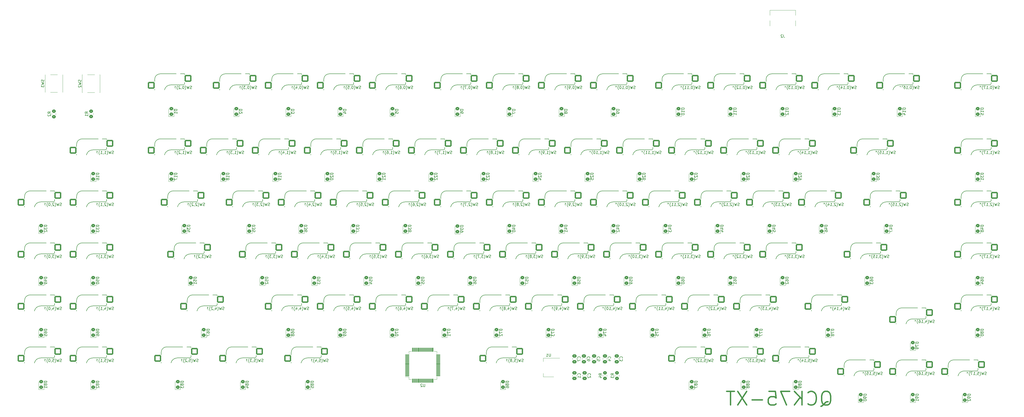
<source format=gbo>
G04 #@! TF.GenerationSoftware,KiCad,Pcbnew,(6.0.11)*
G04 #@! TF.CreationDate,2023-03-01T19:49:01+07:00*
G04 #@! TF.ProjectId,QCK,51434b2e-6b69-4636-9164-5f7063625858,rev?*
G04 #@! TF.SameCoordinates,Original*
G04 #@! TF.FileFunction,Legend,Bot*
G04 #@! TF.FilePolarity,Positive*
%FSLAX46Y46*%
G04 Gerber Fmt 4.6, Leading zero omitted, Abs format (unit mm)*
G04 Created by KiCad (PCBNEW (6.0.11)) date 2023-03-01 19:49:01*
%MOMM*%
%LPD*%
G01*
G04 APERTURE LIST*
G04 Aperture macros list*
%AMRoundRect*
0 Rectangle with rounded corners*
0 $1 Rounding radius*
0 $2 $3 $4 $5 $6 $7 $8 $9 X,Y pos of 4 corners*
0 Add a 4 corners polygon primitive as box body*
4,1,4,$2,$3,$4,$5,$6,$7,$8,$9,$2,$3,0*
0 Add four circle primitives for the rounded corners*
1,1,$1+$1,$2,$3*
1,1,$1+$1,$4,$5*
1,1,$1+$1,$6,$7*
1,1,$1+$1,$8,$9*
0 Add four rect primitives between the rounded corners*
20,1,$1+$1,$2,$3,$4,$5,0*
20,1,$1+$1,$4,$5,$6,$7,0*
20,1,$1+$1,$6,$7,$8,$9,0*
20,1,$1+$1,$8,$9,$2,$3,0*%
G04 Aperture macros list end*
%ADD10C,0.500000*%
%ADD11C,0.150000*%
%ADD12C,0.120000*%
%ADD13R,1.700000X1.700000*%
%ADD14O,1.700000X1.700000*%
%ADD15C,1.700000*%
%ADD16C,4.800000*%
%ADD17R,2.000000X2.000000*%
%ADD18C,2.000000*%
%ADD19R,3.200000X2.000000*%
%ADD20RoundRect,0.250000X0.450000X-0.325000X0.450000X0.325000X-0.450000X0.325000X-0.450000X-0.325000X0*%
%ADD21C,3.987800*%
%ADD22C,1.750000*%
%ADD23RoundRect,0.250000X1.025000X1.000000X-1.025000X1.000000X-1.025000X-1.000000X1.025000X-1.000000X0*%
%ADD24C,3.300000*%
%ADD25R,1.300000X1.550000*%
%ADD26R,2.000000X1.500000*%
%ADD27R,2.000000X3.800000*%
%ADD28RoundRect,0.075000X-0.700000X-0.075000X0.700000X-0.075000X0.700000X0.075000X-0.700000X0.075000X0*%
%ADD29RoundRect,0.075000X-0.075000X-0.700000X0.075000X-0.700000X0.075000X0.700000X-0.075000X0.700000X0*%
%ADD30RoundRect,0.250000X-0.450000X0.350000X-0.450000X-0.350000X0.450000X-0.350000X0.450000X0.350000X0*%
%ADD31RoundRect,0.250000X0.475000X-0.337500X0.475000X0.337500X-0.475000X0.337500X-0.475000X-0.337500X0*%
%ADD32C,0.650000*%
%ADD33R,0.600000X1.450000*%
%ADD34R,0.300000X1.450000*%
%ADD35O,1.000000X2.100000*%
%ADD36O,1.000000X1.600000*%
G04 APERTURE END LIST*
D10*
X301352470Y-137280588D02*
X301828660Y-137042493D01*
X302304851Y-136566302D01*
X303019136Y-135852016D01*
X303495327Y-135613921D01*
X303971517Y-135613921D01*
X303733422Y-136804397D02*
X304209613Y-136566302D01*
X304685803Y-136090112D01*
X304923898Y-135137731D01*
X304923898Y-133471064D01*
X304685803Y-132518683D01*
X304209613Y-132042493D01*
X303733422Y-131804397D01*
X302781041Y-131804397D01*
X302304851Y-132042493D01*
X301828660Y-132518683D01*
X301590565Y-133471064D01*
X301590565Y-135137731D01*
X301828660Y-136090112D01*
X302304851Y-136566302D01*
X302781041Y-136804397D01*
X303733422Y-136804397D01*
X296590565Y-136328207D02*
X296828660Y-136566302D01*
X297542946Y-136804397D01*
X298019136Y-136804397D01*
X298733422Y-136566302D01*
X299209613Y-136090112D01*
X299447708Y-135613921D01*
X299685803Y-134661540D01*
X299685803Y-133947254D01*
X299447708Y-132994873D01*
X299209613Y-132518683D01*
X298733422Y-132042493D01*
X298019136Y-131804397D01*
X297542946Y-131804397D01*
X296828660Y-132042493D01*
X296590565Y-132280588D01*
X294447708Y-136804397D02*
X294447708Y-131804397D01*
X291590565Y-136804397D02*
X293733422Y-133947254D01*
X291590565Y-131804397D02*
X294447708Y-134661540D01*
X289923898Y-131804397D02*
X286590565Y-131804397D01*
X288733422Y-136804397D01*
X282304851Y-131804397D02*
X284685803Y-131804397D01*
X284923898Y-134185350D01*
X284685803Y-133947254D01*
X284209613Y-133709159D01*
X283019136Y-133709159D01*
X282542946Y-133947254D01*
X282304851Y-134185350D01*
X282066755Y-134661540D01*
X282066755Y-135852016D01*
X282304851Y-136328207D01*
X282542946Y-136566302D01*
X283019136Y-136804397D01*
X284209613Y-136804397D01*
X284685803Y-136566302D01*
X284923898Y-136328207D01*
X279923898Y-134899635D02*
X276114375Y-134899635D01*
X274209613Y-131804397D02*
X270876279Y-136804397D01*
X270876279Y-131804397D02*
X274209613Y-136804397D01*
X269685803Y-131804397D02*
X266828660Y-131804397D01*
X268257232Y-136804397D02*
X268257232Y-131804397D01*
D11*
X337062380Y-132783207D02*
X336062380Y-132783207D01*
X336062380Y-133021302D01*
X336110000Y-133164159D01*
X336205238Y-133259397D01*
X336300476Y-133307016D01*
X336490952Y-133354635D01*
X336633809Y-133354635D01*
X336824285Y-133307016D01*
X336919523Y-133259397D01*
X337014761Y-133164159D01*
X337062380Y-133021302D01*
X337062380Y-132783207D01*
X337062380Y-133830826D02*
X337062380Y-134021302D01*
X337014761Y-134116540D01*
X336967142Y-134164159D01*
X336824285Y-134259397D01*
X336633809Y-134307016D01*
X336252857Y-134307016D01*
X336157619Y-134259397D01*
X336110000Y-134211778D01*
X336062380Y-134116540D01*
X336062380Y-133926064D01*
X336110000Y-133830826D01*
X336157619Y-133783207D01*
X336252857Y-133735588D01*
X336490952Y-133735588D01*
X336586190Y-133783207D01*
X336633809Y-133830826D01*
X336681428Y-133926064D01*
X336681428Y-134116540D01*
X336633809Y-134211778D01*
X336586190Y-134259397D01*
X336490952Y-134307016D01*
X337062380Y-135259397D02*
X337062380Y-134687969D01*
X337062380Y-134973683D02*
X336062380Y-134973683D01*
X336205238Y-134878445D01*
X336300476Y-134783207D01*
X336348095Y-134687969D01*
X170374880Y-71014457D02*
X169374880Y-71014457D01*
X169374880Y-71252552D01*
X169422500Y-71395409D01*
X169517738Y-71490647D01*
X169612976Y-71538266D01*
X169803452Y-71585885D01*
X169946309Y-71585885D01*
X170136785Y-71538266D01*
X170232023Y-71490647D01*
X170327261Y-71395409D01*
X170374880Y-71252552D01*
X170374880Y-71014457D01*
X169374880Y-71919219D02*
X169374880Y-72538266D01*
X169755833Y-72204933D01*
X169755833Y-72347790D01*
X169803452Y-72443028D01*
X169851071Y-72490647D01*
X169946309Y-72538266D01*
X170184404Y-72538266D01*
X170279642Y-72490647D01*
X170327261Y-72443028D01*
X170374880Y-72347790D01*
X170374880Y-72062076D01*
X170327261Y-71966838D01*
X170279642Y-71919219D01*
X170374880Y-73014457D02*
X170374880Y-73204933D01*
X170327261Y-73300171D01*
X170279642Y-73347790D01*
X170136785Y-73443028D01*
X169946309Y-73490647D01*
X169565357Y-73490647D01*
X169470119Y-73443028D01*
X169422500Y-73395409D01*
X169374880Y-73300171D01*
X169374880Y-73109695D01*
X169422500Y-73014457D01*
X169470119Y-72966838D01*
X169565357Y-72919219D01*
X169803452Y-72919219D01*
X169898690Y-72966838D01*
X169946309Y-73014457D01*
X169993928Y-73109695D01*
X169993928Y-73300171D01*
X169946309Y-73395409D01*
X169898690Y-73443028D01*
X169803452Y-73490647D01*
X280964166Y-44689754D02*
X280821309Y-44737373D01*
X280583214Y-44737373D01*
X280487976Y-44689754D01*
X280440357Y-44642135D01*
X280392738Y-44546897D01*
X280392738Y-44451659D01*
X280440357Y-44356421D01*
X280487976Y-44308802D01*
X280583214Y-44261183D01*
X280773690Y-44213564D01*
X280868928Y-44165945D01*
X280916547Y-44118326D01*
X280964166Y-44023088D01*
X280964166Y-43927850D01*
X280916547Y-43832612D01*
X280868928Y-43784993D01*
X280773690Y-43737373D01*
X280535595Y-43737373D01*
X280392738Y-43784993D01*
X280059404Y-43737373D02*
X279821309Y-44737373D01*
X279630833Y-44023088D01*
X279440357Y-44737373D01*
X279202261Y-43737373D01*
X278535595Y-45118326D02*
X278583214Y-45070707D01*
X278678452Y-44927850D01*
X278726071Y-44832612D01*
X278773690Y-44689754D01*
X278821309Y-44451659D01*
X278821309Y-44261183D01*
X278773690Y-44023088D01*
X278726071Y-43880231D01*
X278678452Y-43784993D01*
X278583214Y-43642135D01*
X278535595Y-43594516D01*
X277630833Y-44737373D02*
X278202261Y-44737373D01*
X277916547Y-44737373D02*
X277916547Y-43737373D01*
X278011785Y-43880231D01*
X278107023Y-43975469D01*
X278202261Y-44023088D01*
X277154642Y-44689754D02*
X277154642Y-44737373D01*
X277202261Y-44832612D01*
X277249880Y-44880231D01*
X276202261Y-44737373D02*
X276773690Y-44737373D01*
X276487976Y-44737373D02*
X276487976Y-43737373D01*
X276583214Y-43880231D01*
X276678452Y-43975469D01*
X276773690Y-44023088D01*
X275868928Y-43737373D02*
X275249880Y-43737373D01*
X275583214Y-44118326D01*
X275440357Y-44118326D01*
X275345119Y-44165945D01*
X275297500Y-44213564D01*
X275249880Y-44308802D01*
X275249880Y-44546897D01*
X275297500Y-44642135D01*
X275345119Y-44689754D01*
X275440357Y-44737373D01*
X275726071Y-44737373D01*
X275821309Y-44689754D01*
X275868928Y-44642135D01*
X274916547Y-45118326D02*
X274868928Y-45070707D01*
X274773690Y-44927850D01*
X274726071Y-44832612D01*
X274678452Y-44689754D01*
X274630833Y-44451659D01*
X274630833Y-44261183D01*
X274678452Y-44023088D01*
X274726071Y-43880231D01*
X274773690Y-43784993D01*
X274868928Y-43642135D01*
X274916547Y-43594516D01*
X273630833Y-44737373D02*
X274202261Y-44737373D01*
X273916547Y-44737373D02*
X273916547Y-43737373D01*
X274011785Y-43880231D01*
X274107023Y-43975469D01*
X274202261Y-44023088D01*
X360874880Y-108970707D02*
X359874880Y-108970707D01*
X359874880Y-109208802D01*
X359922500Y-109351659D01*
X360017738Y-109446897D01*
X360112976Y-109494516D01*
X360303452Y-109542135D01*
X360446309Y-109542135D01*
X360636785Y-109494516D01*
X360732023Y-109446897D01*
X360827261Y-109351659D01*
X360874880Y-109208802D01*
X360874880Y-108970707D01*
X360303452Y-110113564D02*
X360255833Y-110018326D01*
X360208214Y-109970707D01*
X360112976Y-109923088D01*
X360065357Y-109923088D01*
X359970119Y-109970707D01*
X359922500Y-110018326D01*
X359874880Y-110113564D01*
X359874880Y-110304040D01*
X359922500Y-110399278D01*
X359970119Y-110446897D01*
X360065357Y-110494516D01*
X360112976Y-110494516D01*
X360208214Y-110446897D01*
X360255833Y-110399278D01*
X360303452Y-110304040D01*
X360303452Y-110113564D01*
X360351071Y-110018326D01*
X360398690Y-109970707D01*
X360493928Y-109923088D01*
X360684404Y-109923088D01*
X360779642Y-109970707D01*
X360827261Y-110018326D01*
X360874880Y-110113564D01*
X360874880Y-110304040D01*
X360827261Y-110399278D01*
X360779642Y-110446897D01*
X360684404Y-110494516D01*
X360493928Y-110494516D01*
X360398690Y-110446897D01*
X360351071Y-110399278D01*
X360303452Y-110304040D01*
X359874880Y-111113564D02*
X359874880Y-111208802D01*
X359922500Y-111304040D01*
X359970119Y-111351659D01*
X360065357Y-111399278D01*
X360255833Y-111446897D01*
X360493928Y-111446897D01*
X360684404Y-111399278D01*
X360779642Y-111351659D01*
X360827261Y-111304040D01*
X360874880Y-111208802D01*
X360874880Y-111113564D01*
X360827261Y-111018326D01*
X360779642Y-110970707D01*
X360684404Y-110923088D01*
X360493928Y-110875469D01*
X360255833Y-110875469D01*
X360065357Y-110923088D01*
X359970119Y-110970707D01*
X359922500Y-111018326D01*
X359874880Y-111113564D01*
X314301666Y-20877254D02*
X314158809Y-20924873D01*
X313920714Y-20924873D01*
X313825476Y-20877254D01*
X313777857Y-20829635D01*
X313730238Y-20734397D01*
X313730238Y-20639159D01*
X313777857Y-20543921D01*
X313825476Y-20496302D01*
X313920714Y-20448683D01*
X314111190Y-20401064D01*
X314206428Y-20353445D01*
X314254047Y-20305826D01*
X314301666Y-20210588D01*
X314301666Y-20115350D01*
X314254047Y-20020112D01*
X314206428Y-19972493D01*
X314111190Y-19924873D01*
X313873095Y-19924873D01*
X313730238Y-19972493D01*
X313396904Y-19924873D02*
X313158809Y-20924873D01*
X312968333Y-20210588D01*
X312777857Y-20924873D01*
X312539761Y-19924873D01*
X311873095Y-21305826D02*
X311920714Y-21258207D01*
X312015952Y-21115350D01*
X312063571Y-21020112D01*
X312111190Y-20877254D01*
X312158809Y-20639159D01*
X312158809Y-20448683D01*
X312111190Y-20210588D01*
X312063571Y-20067731D01*
X312015952Y-19972493D01*
X311920714Y-19829635D01*
X311873095Y-19782016D01*
X311301666Y-19924873D02*
X311206428Y-19924873D01*
X311111190Y-19972493D01*
X311063571Y-20020112D01*
X311015952Y-20115350D01*
X310968333Y-20305826D01*
X310968333Y-20543921D01*
X311015952Y-20734397D01*
X311063571Y-20829635D01*
X311111190Y-20877254D01*
X311206428Y-20924873D01*
X311301666Y-20924873D01*
X311396904Y-20877254D01*
X311444523Y-20829635D01*
X311492142Y-20734397D01*
X311539761Y-20543921D01*
X311539761Y-20305826D01*
X311492142Y-20115350D01*
X311444523Y-20020112D01*
X311396904Y-19972493D01*
X311301666Y-19924873D01*
X310492142Y-20877254D02*
X310492142Y-20924873D01*
X310539761Y-21020112D01*
X310587380Y-21067731D01*
X309539761Y-20924873D02*
X310111190Y-20924873D01*
X309825476Y-20924873D02*
X309825476Y-19924873D01*
X309920714Y-20067731D01*
X310015952Y-20162969D01*
X310111190Y-20210588D01*
X308682619Y-20258207D02*
X308682619Y-20924873D01*
X308920714Y-19877254D02*
X309158809Y-20591540D01*
X308539761Y-20591540D01*
X308254047Y-21305826D02*
X308206428Y-21258207D01*
X308111190Y-21115350D01*
X308063571Y-21020112D01*
X308015952Y-20877254D01*
X307968333Y-20639159D01*
X307968333Y-20448683D01*
X308015952Y-20210588D01*
X308063571Y-20067731D01*
X308111190Y-19972493D01*
X308206428Y-19829635D01*
X308254047Y-19782016D01*
X306968333Y-20924873D02*
X307539761Y-20924873D01*
X307254047Y-20924873D02*
X307254047Y-19924873D01*
X307349285Y-20067731D01*
X307444523Y-20162969D01*
X307539761Y-20210588D01*
X91793630Y-128020707D02*
X90793630Y-128020707D01*
X90793630Y-128258802D01*
X90841250Y-128401659D01*
X90936488Y-128496897D01*
X91031726Y-128544516D01*
X91222202Y-128592135D01*
X91365059Y-128592135D01*
X91555535Y-128544516D01*
X91650773Y-128496897D01*
X91746011Y-128401659D01*
X91793630Y-128258802D01*
X91793630Y-128020707D01*
X91222202Y-129163564D02*
X91174583Y-129068326D01*
X91126964Y-129020707D01*
X91031726Y-128973088D01*
X90984107Y-128973088D01*
X90888869Y-129020707D01*
X90841250Y-129068326D01*
X90793630Y-129163564D01*
X90793630Y-129354040D01*
X90841250Y-129449278D01*
X90888869Y-129496897D01*
X90984107Y-129544516D01*
X91031726Y-129544516D01*
X91126964Y-129496897D01*
X91174583Y-129449278D01*
X91222202Y-129354040D01*
X91222202Y-129163564D01*
X91269821Y-129068326D01*
X91317440Y-129020707D01*
X91412678Y-128973088D01*
X91603154Y-128973088D01*
X91698392Y-129020707D01*
X91746011Y-129068326D01*
X91793630Y-129163564D01*
X91793630Y-129354040D01*
X91746011Y-129449278D01*
X91698392Y-129496897D01*
X91603154Y-129544516D01*
X91412678Y-129544516D01*
X91317440Y-129496897D01*
X91269821Y-129449278D01*
X91222202Y-129354040D01*
X91126964Y-130401659D02*
X91793630Y-130401659D01*
X90746011Y-130163564D02*
X91460297Y-129925469D01*
X91460297Y-130544516D01*
X261914166Y-44689754D02*
X261771309Y-44737373D01*
X261533214Y-44737373D01*
X261437976Y-44689754D01*
X261390357Y-44642135D01*
X261342738Y-44546897D01*
X261342738Y-44451659D01*
X261390357Y-44356421D01*
X261437976Y-44308802D01*
X261533214Y-44261183D01*
X261723690Y-44213564D01*
X261818928Y-44165945D01*
X261866547Y-44118326D01*
X261914166Y-44023088D01*
X261914166Y-43927850D01*
X261866547Y-43832612D01*
X261818928Y-43784993D01*
X261723690Y-43737373D01*
X261485595Y-43737373D01*
X261342738Y-43784993D01*
X261009404Y-43737373D02*
X260771309Y-44737373D01*
X260580833Y-44023088D01*
X260390357Y-44737373D01*
X260152261Y-43737373D01*
X259485595Y-45118326D02*
X259533214Y-45070707D01*
X259628452Y-44927850D01*
X259676071Y-44832612D01*
X259723690Y-44689754D01*
X259771309Y-44451659D01*
X259771309Y-44261183D01*
X259723690Y-44023088D01*
X259676071Y-43880231D01*
X259628452Y-43784993D01*
X259533214Y-43642135D01*
X259485595Y-43594516D01*
X258580833Y-44737373D02*
X259152261Y-44737373D01*
X258866547Y-44737373D02*
X258866547Y-43737373D01*
X258961785Y-43880231D01*
X259057023Y-43975469D01*
X259152261Y-44023088D01*
X258104642Y-44689754D02*
X258104642Y-44737373D01*
X258152261Y-44832612D01*
X258199880Y-44880231D01*
X257152261Y-44737373D02*
X257723690Y-44737373D01*
X257437976Y-44737373D02*
X257437976Y-43737373D01*
X257533214Y-43880231D01*
X257628452Y-43975469D01*
X257723690Y-44023088D01*
X256771309Y-43832612D02*
X256723690Y-43784993D01*
X256628452Y-43737373D01*
X256390357Y-43737373D01*
X256295119Y-43784993D01*
X256247500Y-43832612D01*
X256199880Y-43927850D01*
X256199880Y-44023088D01*
X256247500Y-44165945D01*
X256818928Y-44737373D01*
X256199880Y-44737373D01*
X255866547Y-45118326D02*
X255818928Y-45070707D01*
X255723690Y-44927850D01*
X255676071Y-44832612D01*
X255628452Y-44689754D01*
X255580833Y-44451659D01*
X255580833Y-44261183D01*
X255628452Y-44023088D01*
X255676071Y-43880231D01*
X255723690Y-43784993D01*
X255818928Y-43642135D01*
X255866547Y-43594516D01*
X254580833Y-44737373D02*
X255152261Y-44737373D01*
X254866547Y-44737373D02*
X254866547Y-43737373D01*
X254961785Y-43880231D01*
X255057023Y-43975469D01*
X255152261Y-44023088D01*
X108462380Y-108970707D02*
X107462380Y-108970707D01*
X107462380Y-109208802D01*
X107510000Y-109351659D01*
X107605238Y-109446897D01*
X107700476Y-109494516D01*
X107890952Y-109542135D01*
X108033809Y-109542135D01*
X108224285Y-109494516D01*
X108319523Y-109446897D01*
X108414761Y-109351659D01*
X108462380Y-109208802D01*
X108462380Y-108970707D01*
X107462380Y-110399278D02*
X107462380Y-110208802D01*
X107510000Y-110113564D01*
X107557619Y-110065945D01*
X107700476Y-109970707D01*
X107890952Y-109923088D01*
X108271904Y-109923088D01*
X108367142Y-109970707D01*
X108414761Y-110018326D01*
X108462380Y-110113564D01*
X108462380Y-110304040D01*
X108414761Y-110399278D01*
X108367142Y-110446897D01*
X108271904Y-110494516D01*
X108033809Y-110494516D01*
X107938571Y-110446897D01*
X107890952Y-110399278D01*
X107843333Y-110304040D01*
X107843333Y-110113564D01*
X107890952Y-110018326D01*
X107938571Y-109970707D01*
X108033809Y-109923088D01*
X107890952Y-111065945D02*
X107843333Y-110970707D01*
X107795714Y-110923088D01*
X107700476Y-110875469D01*
X107652857Y-110875469D01*
X107557619Y-110923088D01*
X107510000Y-110970707D01*
X107462380Y-111065945D01*
X107462380Y-111256421D01*
X107510000Y-111351659D01*
X107557619Y-111399278D01*
X107652857Y-111446897D01*
X107700476Y-111446897D01*
X107795714Y-111399278D01*
X107843333Y-111351659D01*
X107890952Y-111256421D01*
X107890952Y-111065945D01*
X107938571Y-110970707D01*
X107986190Y-110923088D01*
X108081428Y-110875469D01*
X108271904Y-110875469D01*
X108367142Y-110923088D01*
X108414761Y-110970707D01*
X108462380Y-111065945D01*
X108462380Y-111256421D01*
X108414761Y-111351659D01*
X108367142Y-111399278D01*
X108271904Y-111446897D01*
X108081428Y-111446897D01*
X107986190Y-111399278D01*
X107938571Y-111351659D01*
X107890952Y-111256421D01*
X109037976Y-44689754D02*
X108895119Y-44737373D01*
X108657023Y-44737373D01*
X108561785Y-44689754D01*
X108514166Y-44642135D01*
X108466547Y-44546897D01*
X108466547Y-44451659D01*
X108514166Y-44356421D01*
X108561785Y-44308802D01*
X108657023Y-44261183D01*
X108847500Y-44213564D01*
X108942738Y-44165945D01*
X108990357Y-44118326D01*
X109037976Y-44023088D01*
X109037976Y-43927850D01*
X108990357Y-43832612D01*
X108942738Y-43784993D01*
X108847500Y-43737373D01*
X108609404Y-43737373D01*
X108466547Y-43784993D01*
X108133214Y-43737373D02*
X107895119Y-44737373D01*
X107704642Y-44023088D01*
X107514166Y-44737373D01*
X107276071Y-43737373D01*
X106609404Y-45118326D02*
X106657023Y-45070707D01*
X106752261Y-44927850D01*
X106799880Y-44832612D01*
X106847500Y-44689754D01*
X106895119Y-44451659D01*
X106895119Y-44261183D01*
X106847500Y-44023088D01*
X106799880Y-43880231D01*
X106752261Y-43784993D01*
X106657023Y-43642135D01*
X106609404Y-43594516D01*
X105704642Y-44737373D02*
X106276071Y-44737373D01*
X105990357Y-44737373D02*
X105990357Y-43737373D01*
X106085595Y-43880231D01*
X106180833Y-43975469D01*
X106276071Y-44023088D01*
X105228452Y-44689754D02*
X105228452Y-44737373D01*
X105276071Y-44832612D01*
X105323690Y-44880231D01*
X104371309Y-44070707D02*
X104371309Y-44737373D01*
X104609404Y-43689754D02*
X104847500Y-44404040D01*
X104228452Y-44404040D01*
X103942738Y-45118326D02*
X103895119Y-45070707D01*
X103799880Y-44927850D01*
X103752261Y-44832612D01*
X103704642Y-44689754D01*
X103657023Y-44451659D01*
X103657023Y-44261183D01*
X103704642Y-44023088D01*
X103752261Y-43880231D01*
X103799880Y-43784993D01*
X103895119Y-43642135D01*
X103942738Y-43594516D01*
X102657023Y-44737373D02*
X103228452Y-44737373D01*
X102942738Y-44737373D02*
X102942738Y-43737373D01*
X103037976Y-43880231D01*
X103133214Y-43975469D01*
X103228452Y-44023088D01*
X113800476Y-101839754D02*
X113657619Y-101887373D01*
X113419523Y-101887373D01*
X113324285Y-101839754D01*
X113276666Y-101792135D01*
X113229047Y-101696897D01*
X113229047Y-101601659D01*
X113276666Y-101506421D01*
X113324285Y-101458802D01*
X113419523Y-101411183D01*
X113610000Y-101363564D01*
X113705238Y-101315945D01*
X113752857Y-101268326D01*
X113800476Y-101173088D01*
X113800476Y-101077850D01*
X113752857Y-100982612D01*
X113705238Y-100934993D01*
X113610000Y-100887373D01*
X113371904Y-100887373D01*
X113229047Y-100934993D01*
X112895714Y-100887373D02*
X112657619Y-101887373D01*
X112467142Y-101173088D01*
X112276666Y-101887373D01*
X112038571Y-100887373D01*
X111371904Y-102268326D02*
X111419523Y-102220707D01*
X111514761Y-102077850D01*
X111562380Y-101982612D01*
X111610000Y-101839754D01*
X111657619Y-101601659D01*
X111657619Y-101411183D01*
X111610000Y-101173088D01*
X111562380Y-101030231D01*
X111514761Y-100934993D01*
X111419523Y-100792135D01*
X111371904Y-100744516D01*
X110562380Y-101220707D02*
X110562380Y-101887373D01*
X110800476Y-100839754D02*
X111038571Y-101554040D01*
X110419523Y-101554040D01*
X109990952Y-101839754D02*
X109990952Y-101887373D01*
X110038571Y-101982612D01*
X110086190Y-102030231D01*
X109133809Y-101220707D02*
X109133809Y-101887373D01*
X109371904Y-100839754D02*
X109610000Y-101554040D01*
X108990952Y-101554040D01*
X108705238Y-102268326D02*
X108657619Y-102220707D01*
X108562380Y-102077850D01*
X108514761Y-101982612D01*
X108467142Y-101839754D01*
X108419523Y-101601659D01*
X108419523Y-101411183D01*
X108467142Y-101173088D01*
X108514761Y-101030231D01*
X108562380Y-100934993D01*
X108657619Y-100792135D01*
X108705238Y-100744516D01*
X107419523Y-101887373D02*
X107990952Y-101887373D01*
X107705238Y-101887373D02*
X107705238Y-100887373D01*
X107800476Y-101030231D01*
X107895714Y-101125469D01*
X107990952Y-101173088D01*
X327537380Y-70870707D02*
X326537380Y-70870707D01*
X326537380Y-71108802D01*
X326585000Y-71251659D01*
X326680238Y-71346897D01*
X326775476Y-71394516D01*
X326965952Y-71442135D01*
X327108809Y-71442135D01*
X327299285Y-71394516D01*
X327394523Y-71346897D01*
X327489761Y-71251659D01*
X327537380Y-71108802D01*
X327537380Y-70870707D01*
X326870714Y-72299278D02*
X327537380Y-72299278D01*
X326489761Y-72061183D02*
X327204047Y-71823088D01*
X327204047Y-72442135D01*
X326537380Y-72727850D02*
X326537380Y-73394516D01*
X327537380Y-72965945D01*
X30469136Y-17709159D02*
X30516755Y-17852016D01*
X30516755Y-18090112D01*
X30469136Y-18185350D01*
X30421517Y-18232969D01*
X30326279Y-18280588D01*
X30231041Y-18280588D01*
X30135803Y-18232969D01*
X30088184Y-18185350D01*
X30040565Y-18090112D01*
X29992946Y-17899635D01*
X29945327Y-17804397D01*
X29897708Y-17756778D01*
X29802470Y-17709159D01*
X29707232Y-17709159D01*
X29611994Y-17756778D01*
X29564375Y-17804397D01*
X29516755Y-17899635D01*
X29516755Y-18137731D01*
X29564375Y-18280588D01*
X29516755Y-18613921D02*
X30516755Y-18852016D01*
X29802470Y-19042493D01*
X30516755Y-19232969D01*
X29516755Y-19471064D01*
X29611994Y-19804397D02*
X29564375Y-19852016D01*
X29516755Y-19947254D01*
X29516755Y-20185350D01*
X29564375Y-20280588D01*
X29611994Y-20328207D01*
X29707232Y-20375826D01*
X29802470Y-20375826D01*
X29945327Y-20328207D01*
X30516755Y-19756778D01*
X30516755Y-20375826D01*
X261914166Y-120889754D02*
X261771309Y-120937373D01*
X261533214Y-120937373D01*
X261437976Y-120889754D01*
X261390357Y-120842135D01*
X261342738Y-120746897D01*
X261342738Y-120651659D01*
X261390357Y-120556421D01*
X261437976Y-120508802D01*
X261533214Y-120461183D01*
X261723690Y-120413564D01*
X261818928Y-120365945D01*
X261866547Y-120318326D01*
X261914166Y-120223088D01*
X261914166Y-120127850D01*
X261866547Y-120032612D01*
X261818928Y-119984993D01*
X261723690Y-119937373D01*
X261485595Y-119937373D01*
X261342738Y-119984993D01*
X261009404Y-119937373D02*
X260771309Y-120937373D01*
X260580833Y-120223088D01*
X260390357Y-120937373D01*
X260152261Y-119937373D01*
X259485595Y-121318326D02*
X259533214Y-121270707D01*
X259628452Y-121127850D01*
X259676071Y-121032612D01*
X259723690Y-120889754D01*
X259771309Y-120651659D01*
X259771309Y-120461183D01*
X259723690Y-120223088D01*
X259676071Y-120080231D01*
X259628452Y-119984993D01*
X259533214Y-119842135D01*
X259485595Y-119794516D01*
X258628452Y-119937373D02*
X259104642Y-119937373D01*
X259152261Y-120413564D01*
X259104642Y-120365945D01*
X259009404Y-120318326D01*
X258771309Y-120318326D01*
X258676071Y-120365945D01*
X258628452Y-120413564D01*
X258580833Y-120508802D01*
X258580833Y-120746897D01*
X258628452Y-120842135D01*
X258676071Y-120889754D01*
X258771309Y-120937373D01*
X259009404Y-120937373D01*
X259104642Y-120889754D01*
X259152261Y-120842135D01*
X258104642Y-120889754D02*
X258104642Y-120937373D01*
X258152261Y-121032612D01*
X258199880Y-121080231D01*
X257152261Y-120937373D02*
X257723690Y-120937373D01*
X257437976Y-120937373D02*
X257437976Y-119937373D01*
X257533214Y-120080231D01*
X257628452Y-120175469D01*
X257723690Y-120223088D01*
X256771309Y-120032612D02*
X256723690Y-119984993D01*
X256628452Y-119937373D01*
X256390357Y-119937373D01*
X256295119Y-119984993D01*
X256247500Y-120032612D01*
X256199880Y-120127850D01*
X256199880Y-120223088D01*
X256247500Y-120365945D01*
X256818928Y-120937373D01*
X256199880Y-120937373D01*
X255866547Y-121318326D02*
X255818928Y-121270707D01*
X255723690Y-121127850D01*
X255676071Y-121032612D01*
X255628452Y-120889754D01*
X255580833Y-120651659D01*
X255580833Y-120461183D01*
X255628452Y-120223088D01*
X255676071Y-120080231D01*
X255723690Y-119984993D01*
X255818928Y-119842135D01*
X255866547Y-119794516D01*
X254580833Y-120937373D02*
X255152261Y-120937373D01*
X254866547Y-120937373D02*
X254866547Y-119937373D01*
X254961785Y-120080231D01*
X255057023Y-120175469D01*
X255152261Y-120223088D01*
X73319226Y-120889754D02*
X73176369Y-120937373D01*
X72938273Y-120937373D01*
X72843035Y-120889754D01*
X72795416Y-120842135D01*
X72747797Y-120746897D01*
X72747797Y-120651659D01*
X72795416Y-120556421D01*
X72843035Y-120508802D01*
X72938273Y-120461183D01*
X73128750Y-120413564D01*
X73223988Y-120365945D01*
X73271607Y-120318326D01*
X73319226Y-120223088D01*
X73319226Y-120127850D01*
X73271607Y-120032612D01*
X73223988Y-119984993D01*
X73128750Y-119937373D01*
X72890654Y-119937373D01*
X72747797Y-119984993D01*
X72414464Y-119937373D02*
X72176369Y-120937373D01*
X71985892Y-120223088D01*
X71795416Y-120937373D01*
X71557321Y-119937373D01*
X70890654Y-121318326D02*
X70938273Y-121270707D01*
X71033511Y-121127850D01*
X71081130Y-121032612D01*
X71128750Y-120889754D01*
X71176369Y-120651659D01*
X71176369Y-120461183D01*
X71128750Y-120223088D01*
X71081130Y-120080231D01*
X71033511Y-119984993D01*
X70938273Y-119842135D01*
X70890654Y-119794516D01*
X70033511Y-119937373D02*
X70509702Y-119937373D01*
X70557321Y-120413564D01*
X70509702Y-120365945D01*
X70414464Y-120318326D01*
X70176369Y-120318326D01*
X70081130Y-120365945D01*
X70033511Y-120413564D01*
X69985892Y-120508802D01*
X69985892Y-120746897D01*
X70033511Y-120842135D01*
X70081130Y-120889754D01*
X70176369Y-120937373D01*
X70414464Y-120937373D01*
X70509702Y-120889754D01*
X70557321Y-120842135D01*
X69509702Y-120889754D02*
X69509702Y-120937373D01*
X69557321Y-121032612D01*
X69604940Y-121080231D01*
X69128750Y-120032612D02*
X69081130Y-119984993D01*
X68985892Y-119937373D01*
X68747797Y-119937373D01*
X68652559Y-119984993D01*
X68604940Y-120032612D01*
X68557321Y-120127850D01*
X68557321Y-120223088D01*
X68604940Y-120365945D01*
X69176369Y-120937373D01*
X68557321Y-120937373D01*
X68223988Y-121318326D02*
X68176369Y-121270707D01*
X68081130Y-121127850D01*
X68033511Y-121032612D01*
X67985892Y-120889754D01*
X67938273Y-120651659D01*
X67938273Y-120461183D01*
X67985892Y-120223088D01*
X68033511Y-120080231D01*
X68081130Y-119984993D01*
X68176369Y-119842135D01*
X68223988Y-119794516D01*
X66938273Y-120937373D02*
X67509702Y-120937373D01*
X67223988Y-120937373D02*
X67223988Y-119937373D01*
X67319226Y-120080231D01*
X67414464Y-120175469D01*
X67509702Y-120223088D01*
X147137976Y-44689754D02*
X146995119Y-44737373D01*
X146757023Y-44737373D01*
X146661785Y-44689754D01*
X146614166Y-44642135D01*
X146566547Y-44546897D01*
X146566547Y-44451659D01*
X146614166Y-44356421D01*
X146661785Y-44308802D01*
X146757023Y-44261183D01*
X146947500Y-44213564D01*
X147042738Y-44165945D01*
X147090357Y-44118326D01*
X147137976Y-44023088D01*
X147137976Y-43927850D01*
X147090357Y-43832612D01*
X147042738Y-43784993D01*
X146947500Y-43737373D01*
X146709404Y-43737373D01*
X146566547Y-43784993D01*
X146233214Y-43737373D02*
X145995119Y-44737373D01*
X145804642Y-44023088D01*
X145614166Y-44737373D01*
X145376071Y-43737373D01*
X144709404Y-45118326D02*
X144757023Y-45070707D01*
X144852261Y-44927850D01*
X144899880Y-44832612D01*
X144947500Y-44689754D01*
X144995119Y-44451659D01*
X144995119Y-44261183D01*
X144947500Y-44023088D01*
X144899880Y-43880231D01*
X144852261Y-43784993D01*
X144757023Y-43642135D01*
X144709404Y-43594516D01*
X143804642Y-44737373D02*
X144376071Y-44737373D01*
X144090357Y-44737373D02*
X144090357Y-43737373D01*
X144185595Y-43880231D01*
X144280833Y-43975469D01*
X144376071Y-44023088D01*
X143328452Y-44689754D02*
X143328452Y-44737373D01*
X143376071Y-44832612D01*
X143423690Y-44880231D01*
X142471309Y-43737373D02*
X142661785Y-43737373D01*
X142757023Y-43784993D01*
X142804642Y-43832612D01*
X142899880Y-43975469D01*
X142947500Y-44165945D01*
X142947500Y-44546897D01*
X142899880Y-44642135D01*
X142852261Y-44689754D01*
X142757023Y-44737373D01*
X142566547Y-44737373D01*
X142471309Y-44689754D01*
X142423690Y-44642135D01*
X142376071Y-44546897D01*
X142376071Y-44308802D01*
X142423690Y-44213564D01*
X142471309Y-44165945D01*
X142566547Y-44118326D01*
X142757023Y-44118326D01*
X142852261Y-44165945D01*
X142899880Y-44213564D01*
X142947500Y-44308802D01*
X142042738Y-45118326D02*
X141995119Y-45070707D01*
X141899880Y-44927850D01*
X141852261Y-44832612D01*
X141804642Y-44689754D01*
X141757023Y-44451659D01*
X141757023Y-44261183D01*
X141804642Y-44023088D01*
X141852261Y-43880231D01*
X141899880Y-43784993D01*
X141995119Y-43642135D01*
X142042738Y-43594516D01*
X140757023Y-44737373D02*
X141328452Y-44737373D01*
X141042738Y-44737373D02*
X141042738Y-43737373D01*
X141137976Y-43880231D01*
X141233214Y-43975469D01*
X141328452Y-44023088D01*
X337062380Y-113733207D02*
X336062380Y-113733207D01*
X336062380Y-113971302D01*
X336110000Y-114114159D01*
X336205238Y-114209397D01*
X336300476Y-114257016D01*
X336490952Y-114304635D01*
X336633809Y-114304635D01*
X336824285Y-114257016D01*
X336919523Y-114209397D01*
X337014761Y-114114159D01*
X337062380Y-113971302D01*
X337062380Y-113733207D01*
X336062380Y-114637969D02*
X336062380Y-115304635D01*
X337062380Y-114876064D01*
X337062380Y-115733207D02*
X337062380Y-115923683D01*
X337014761Y-116018921D01*
X336967142Y-116066540D01*
X336824285Y-116161778D01*
X336633809Y-116209397D01*
X336252857Y-116209397D01*
X336157619Y-116161778D01*
X336110000Y-116114159D01*
X336062380Y-116018921D01*
X336062380Y-115828445D01*
X336110000Y-115733207D01*
X336157619Y-115685588D01*
X336252857Y-115637969D01*
X336490952Y-115637969D01*
X336586190Y-115685588D01*
X336633809Y-115733207D01*
X336681428Y-115828445D01*
X336681428Y-116018921D01*
X336633809Y-116114159D01*
X336586190Y-116161778D01*
X336490952Y-116209397D01*
X17974880Y-108970707D02*
X16974880Y-108970707D01*
X16974880Y-109208802D01*
X17022500Y-109351659D01*
X17117738Y-109446897D01*
X17212976Y-109494516D01*
X17403452Y-109542135D01*
X17546309Y-109542135D01*
X17736785Y-109494516D01*
X17832023Y-109446897D01*
X17927261Y-109351659D01*
X17974880Y-109208802D01*
X17974880Y-108970707D01*
X16974880Y-110399278D02*
X16974880Y-110208802D01*
X17022500Y-110113564D01*
X17070119Y-110065945D01*
X17212976Y-109970707D01*
X17403452Y-109923088D01*
X17784404Y-109923088D01*
X17879642Y-109970707D01*
X17927261Y-110018326D01*
X17974880Y-110113564D01*
X17974880Y-110304040D01*
X17927261Y-110399278D01*
X17879642Y-110446897D01*
X17784404Y-110494516D01*
X17546309Y-110494516D01*
X17451071Y-110446897D01*
X17403452Y-110399278D01*
X17355833Y-110304040D01*
X17355833Y-110113564D01*
X17403452Y-110018326D01*
X17451071Y-109970707D01*
X17546309Y-109923088D01*
X16974880Y-111399278D02*
X16974880Y-110923088D01*
X17451071Y-110875469D01*
X17403452Y-110923088D01*
X17355833Y-111018326D01*
X17355833Y-111256421D01*
X17403452Y-111351659D01*
X17451071Y-111399278D01*
X17546309Y-111446897D01*
X17784404Y-111446897D01*
X17879642Y-111399278D01*
X17927261Y-111351659D01*
X17974880Y-111256421D01*
X17974880Y-111018326D01*
X17927261Y-110923088D01*
X17879642Y-110875469D01*
X289437380Y-89920707D02*
X288437380Y-89920707D01*
X288437380Y-90158802D01*
X288485000Y-90301659D01*
X288580238Y-90396897D01*
X288675476Y-90444516D01*
X288865952Y-90492135D01*
X289008809Y-90492135D01*
X289199285Y-90444516D01*
X289294523Y-90396897D01*
X289389761Y-90301659D01*
X289437380Y-90158802D01*
X289437380Y-89920707D01*
X288437380Y-91349278D02*
X288437380Y-91158802D01*
X288485000Y-91063564D01*
X288532619Y-91015945D01*
X288675476Y-90920707D01*
X288865952Y-90873088D01*
X289246904Y-90873088D01*
X289342142Y-90920707D01*
X289389761Y-90968326D01*
X289437380Y-91063564D01*
X289437380Y-91254040D01*
X289389761Y-91349278D01*
X289342142Y-91396897D01*
X289246904Y-91444516D01*
X289008809Y-91444516D01*
X288913571Y-91396897D01*
X288865952Y-91349278D01*
X288818333Y-91254040D01*
X288818333Y-91063564D01*
X288865952Y-90968326D01*
X288913571Y-90920707D01*
X289008809Y-90873088D01*
X288532619Y-91825469D02*
X288485000Y-91873088D01*
X288437380Y-91968326D01*
X288437380Y-92206421D01*
X288485000Y-92301659D01*
X288532619Y-92349278D01*
X288627857Y-92396897D01*
X288723095Y-92396897D01*
X288865952Y-92349278D01*
X289437380Y-91777850D01*
X289437380Y-92396897D01*
X175712976Y-63739754D02*
X175570119Y-63787373D01*
X175332023Y-63787373D01*
X175236785Y-63739754D01*
X175189166Y-63692135D01*
X175141547Y-63596897D01*
X175141547Y-63501659D01*
X175189166Y-63406421D01*
X175236785Y-63358802D01*
X175332023Y-63311183D01*
X175522500Y-63263564D01*
X175617738Y-63215945D01*
X175665357Y-63168326D01*
X175712976Y-63073088D01*
X175712976Y-62977850D01*
X175665357Y-62882612D01*
X175617738Y-62834993D01*
X175522500Y-62787373D01*
X175284404Y-62787373D01*
X175141547Y-62834993D01*
X174808214Y-62787373D02*
X174570119Y-63787373D01*
X174379642Y-63073088D01*
X174189166Y-63787373D01*
X173951071Y-62787373D01*
X173284404Y-64168326D02*
X173332023Y-64120707D01*
X173427261Y-63977850D01*
X173474880Y-63882612D01*
X173522500Y-63739754D01*
X173570119Y-63501659D01*
X173570119Y-63311183D01*
X173522500Y-63073088D01*
X173474880Y-62930231D01*
X173427261Y-62834993D01*
X173332023Y-62692135D01*
X173284404Y-62644516D01*
X172951071Y-62882612D02*
X172903452Y-62834993D01*
X172808214Y-62787373D01*
X172570119Y-62787373D01*
X172474880Y-62834993D01*
X172427261Y-62882612D01*
X172379642Y-62977850D01*
X172379642Y-63073088D01*
X172427261Y-63215945D01*
X172998690Y-63787373D01*
X172379642Y-63787373D01*
X171903452Y-63739754D02*
X171903452Y-63787373D01*
X171951071Y-63882612D01*
X171998690Y-63930231D01*
X171570119Y-62787373D02*
X170903452Y-62787373D01*
X171332023Y-63787373D01*
X170617738Y-64168326D02*
X170570119Y-64120707D01*
X170474880Y-63977850D01*
X170427261Y-63882612D01*
X170379642Y-63739754D01*
X170332023Y-63501659D01*
X170332023Y-63311183D01*
X170379642Y-63073088D01*
X170427261Y-62930231D01*
X170474880Y-62834993D01*
X170570119Y-62692135D01*
X170617738Y-62644516D01*
X169332023Y-63787373D02*
X169903452Y-63787373D01*
X169617738Y-63787373D02*
X169617738Y-62787373D01*
X169712976Y-62930231D01*
X169808214Y-63025469D01*
X169903452Y-63073088D01*
X189424880Y-70870707D02*
X188424880Y-70870707D01*
X188424880Y-71108802D01*
X188472500Y-71251659D01*
X188567738Y-71346897D01*
X188662976Y-71394516D01*
X188853452Y-71442135D01*
X188996309Y-71442135D01*
X189186785Y-71394516D01*
X189282023Y-71346897D01*
X189377261Y-71251659D01*
X189424880Y-71108802D01*
X189424880Y-70870707D01*
X188758214Y-72299278D02*
X189424880Y-72299278D01*
X188377261Y-72061183D02*
X189091547Y-71823088D01*
X189091547Y-72442135D01*
X188424880Y-73013564D02*
X188424880Y-73108802D01*
X188472500Y-73204040D01*
X188520119Y-73251659D01*
X188615357Y-73299278D01*
X188805833Y-73346897D01*
X189043928Y-73346897D01*
X189234404Y-73299278D01*
X189329642Y-73251659D01*
X189377261Y-73204040D01*
X189424880Y-73108802D01*
X189424880Y-73013564D01*
X189377261Y-72918326D01*
X189329642Y-72870707D01*
X189234404Y-72823088D01*
X189043928Y-72775469D01*
X188805833Y-72775469D01*
X188615357Y-72823088D01*
X188520119Y-72870707D01*
X188472500Y-72918326D01*
X188424880Y-73013564D01*
X328589166Y-44689754D02*
X328446309Y-44737373D01*
X328208214Y-44737373D01*
X328112976Y-44689754D01*
X328065357Y-44642135D01*
X328017738Y-44546897D01*
X328017738Y-44451659D01*
X328065357Y-44356421D01*
X328112976Y-44308802D01*
X328208214Y-44261183D01*
X328398690Y-44213564D01*
X328493928Y-44165945D01*
X328541547Y-44118326D01*
X328589166Y-44023088D01*
X328589166Y-43927850D01*
X328541547Y-43832612D01*
X328493928Y-43784993D01*
X328398690Y-43737373D01*
X328160595Y-43737373D01*
X328017738Y-43784993D01*
X327684404Y-43737373D02*
X327446309Y-44737373D01*
X327255833Y-44023088D01*
X327065357Y-44737373D01*
X326827261Y-43737373D01*
X326160595Y-45118326D02*
X326208214Y-45070707D01*
X326303452Y-44927850D01*
X326351071Y-44832612D01*
X326398690Y-44689754D01*
X326446309Y-44451659D01*
X326446309Y-44261183D01*
X326398690Y-44023088D01*
X326351071Y-43880231D01*
X326303452Y-43784993D01*
X326208214Y-43642135D01*
X326160595Y-43594516D01*
X325255833Y-44737373D02*
X325827261Y-44737373D01*
X325541547Y-44737373D02*
X325541547Y-43737373D01*
X325636785Y-43880231D01*
X325732023Y-43975469D01*
X325827261Y-44023088D01*
X324779642Y-44689754D02*
X324779642Y-44737373D01*
X324827261Y-44832612D01*
X324874880Y-44880231D01*
X323827261Y-44737373D02*
X324398690Y-44737373D01*
X324112976Y-44737373D02*
X324112976Y-43737373D01*
X324208214Y-43880231D01*
X324303452Y-43975469D01*
X324398690Y-44023088D01*
X322922500Y-43737373D02*
X323398690Y-43737373D01*
X323446309Y-44213564D01*
X323398690Y-44165945D01*
X323303452Y-44118326D01*
X323065357Y-44118326D01*
X322970119Y-44165945D01*
X322922500Y-44213564D01*
X322874880Y-44308802D01*
X322874880Y-44546897D01*
X322922500Y-44642135D01*
X322970119Y-44689754D01*
X323065357Y-44737373D01*
X323303452Y-44737373D01*
X323398690Y-44689754D01*
X323446309Y-44642135D01*
X322541547Y-45118326D02*
X322493928Y-45070707D01*
X322398690Y-44927850D01*
X322351071Y-44832612D01*
X322303452Y-44689754D01*
X322255833Y-44451659D01*
X322255833Y-44261183D01*
X322303452Y-44023088D01*
X322351071Y-43880231D01*
X322398690Y-43784993D01*
X322493928Y-43642135D01*
X322541547Y-43594516D01*
X321255833Y-44737373D02*
X321827261Y-44737373D01*
X321541547Y-44737373D02*
X321541547Y-43737373D01*
X321636785Y-43880231D01*
X321732023Y-43975469D01*
X321827261Y-44023088D01*
X23312976Y-82789754D02*
X23170119Y-82837373D01*
X22932023Y-82837373D01*
X22836785Y-82789754D01*
X22789166Y-82742135D01*
X22741547Y-82646897D01*
X22741547Y-82551659D01*
X22789166Y-82456421D01*
X22836785Y-82408802D01*
X22932023Y-82361183D01*
X23122500Y-82313564D01*
X23217738Y-82265945D01*
X23265357Y-82218326D01*
X23312976Y-82123088D01*
X23312976Y-82027850D01*
X23265357Y-81932612D01*
X23217738Y-81884993D01*
X23122500Y-81837373D01*
X22884404Y-81837373D01*
X22741547Y-81884993D01*
X22408214Y-81837373D02*
X22170119Y-82837373D01*
X21979642Y-82123088D01*
X21789166Y-82837373D01*
X21551071Y-81837373D01*
X20884404Y-83218326D02*
X20932023Y-83170707D01*
X21027261Y-83027850D01*
X21074880Y-82932612D01*
X21122500Y-82789754D01*
X21170119Y-82551659D01*
X21170119Y-82361183D01*
X21122500Y-82123088D01*
X21074880Y-81980231D01*
X21027261Y-81884993D01*
X20932023Y-81742135D01*
X20884404Y-81694516D01*
X20598690Y-81837373D02*
X19979642Y-81837373D01*
X20312976Y-82218326D01*
X20170119Y-82218326D01*
X20074880Y-82265945D01*
X20027261Y-82313564D01*
X19979642Y-82408802D01*
X19979642Y-82646897D01*
X20027261Y-82742135D01*
X20074880Y-82789754D01*
X20170119Y-82837373D01*
X20455833Y-82837373D01*
X20551071Y-82789754D01*
X20598690Y-82742135D01*
X19503452Y-82789754D02*
X19503452Y-82837373D01*
X19551071Y-82932612D01*
X19598690Y-82980231D01*
X18884404Y-81837373D02*
X18789166Y-81837373D01*
X18693928Y-81884993D01*
X18646309Y-81932612D01*
X18598690Y-82027850D01*
X18551071Y-82218326D01*
X18551071Y-82456421D01*
X18598690Y-82646897D01*
X18646309Y-82742135D01*
X18693928Y-82789754D01*
X18789166Y-82837373D01*
X18884404Y-82837373D01*
X18979642Y-82789754D01*
X19027261Y-82742135D01*
X19074880Y-82646897D01*
X19122500Y-82456421D01*
X19122500Y-82218326D01*
X19074880Y-82027850D01*
X19027261Y-81932612D01*
X18979642Y-81884993D01*
X18884404Y-81837373D01*
X18217738Y-83218326D02*
X18170119Y-83170707D01*
X18074880Y-83027850D01*
X18027261Y-82932612D01*
X17979642Y-82789754D01*
X17932023Y-82551659D01*
X17932023Y-82361183D01*
X17979642Y-82123088D01*
X18027261Y-81980231D01*
X18074880Y-81884993D01*
X18170119Y-81742135D01*
X18217738Y-81694516D01*
X16932023Y-82837373D02*
X17503452Y-82837373D01*
X17217738Y-82837373D02*
X17217738Y-81837373D01*
X17312976Y-81980231D01*
X17408214Y-82075469D01*
X17503452Y-82123088D01*
X42362976Y-44689754D02*
X42220119Y-44737373D01*
X41982023Y-44737373D01*
X41886785Y-44689754D01*
X41839166Y-44642135D01*
X41791547Y-44546897D01*
X41791547Y-44451659D01*
X41839166Y-44356421D01*
X41886785Y-44308802D01*
X41982023Y-44261183D01*
X42172500Y-44213564D01*
X42267738Y-44165945D01*
X42315357Y-44118326D01*
X42362976Y-44023088D01*
X42362976Y-43927850D01*
X42315357Y-43832612D01*
X42267738Y-43784993D01*
X42172500Y-43737373D01*
X41934404Y-43737373D01*
X41791547Y-43784993D01*
X41458214Y-43737373D02*
X41220119Y-44737373D01*
X41029642Y-44023088D01*
X40839166Y-44737373D01*
X40601071Y-43737373D01*
X39934404Y-45118326D02*
X39982023Y-45070707D01*
X40077261Y-44927850D01*
X40124880Y-44832612D01*
X40172500Y-44689754D01*
X40220119Y-44451659D01*
X40220119Y-44261183D01*
X40172500Y-44023088D01*
X40124880Y-43880231D01*
X40077261Y-43784993D01*
X39982023Y-43642135D01*
X39934404Y-43594516D01*
X39029642Y-44737373D02*
X39601071Y-44737373D01*
X39315357Y-44737373D02*
X39315357Y-43737373D01*
X39410595Y-43880231D01*
X39505833Y-43975469D01*
X39601071Y-44023088D01*
X38553452Y-44689754D02*
X38553452Y-44737373D01*
X38601071Y-44832612D01*
X38648690Y-44880231D01*
X37601071Y-44737373D02*
X38172500Y-44737373D01*
X37886785Y-44737373D02*
X37886785Y-43737373D01*
X37982023Y-43880231D01*
X38077261Y-43975469D01*
X38172500Y-44023088D01*
X37267738Y-45118326D02*
X37220119Y-45070707D01*
X37124880Y-44927850D01*
X37077261Y-44832612D01*
X37029642Y-44689754D01*
X36982023Y-44451659D01*
X36982023Y-44261183D01*
X37029642Y-44023088D01*
X37077261Y-43880231D01*
X37124880Y-43784993D01*
X37220119Y-43642135D01*
X37267738Y-43594516D01*
X35982023Y-44737373D02*
X36553452Y-44737373D01*
X36267738Y-44737373D02*
X36267738Y-43737373D01*
X36362976Y-43880231D01*
X36458214Y-43975469D01*
X36553452Y-44023088D01*
X78081726Y-82789754D02*
X77938869Y-82837373D01*
X77700773Y-82837373D01*
X77605535Y-82789754D01*
X77557916Y-82742135D01*
X77510297Y-82646897D01*
X77510297Y-82551659D01*
X77557916Y-82456421D01*
X77605535Y-82408802D01*
X77700773Y-82361183D01*
X77891250Y-82313564D01*
X77986488Y-82265945D01*
X78034107Y-82218326D01*
X78081726Y-82123088D01*
X78081726Y-82027850D01*
X78034107Y-81932612D01*
X77986488Y-81884993D01*
X77891250Y-81837373D01*
X77653154Y-81837373D01*
X77510297Y-81884993D01*
X77176964Y-81837373D02*
X76938869Y-82837373D01*
X76748392Y-82123088D01*
X76557916Y-82837373D01*
X76319821Y-81837373D01*
X75653154Y-83218326D02*
X75700773Y-83170707D01*
X75796011Y-83027850D01*
X75843630Y-82932612D01*
X75891250Y-82789754D01*
X75938869Y-82551659D01*
X75938869Y-82361183D01*
X75891250Y-82123088D01*
X75843630Y-81980231D01*
X75796011Y-81884993D01*
X75700773Y-81742135D01*
X75653154Y-81694516D01*
X75367440Y-81837373D02*
X74748392Y-81837373D01*
X75081726Y-82218326D01*
X74938869Y-82218326D01*
X74843630Y-82265945D01*
X74796011Y-82313564D01*
X74748392Y-82408802D01*
X74748392Y-82646897D01*
X74796011Y-82742135D01*
X74843630Y-82789754D01*
X74938869Y-82837373D01*
X75224583Y-82837373D01*
X75319821Y-82789754D01*
X75367440Y-82742135D01*
X74272202Y-82789754D02*
X74272202Y-82837373D01*
X74319821Y-82932612D01*
X74367440Y-82980231D01*
X73891250Y-81932612D02*
X73843630Y-81884993D01*
X73748392Y-81837373D01*
X73510297Y-81837373D01*
X73415059Y-81884993D01*
X73367440Y-81932612D01*
X73319821Y-82027850D01*
X73319821Y-82123088D01*
X73367440Y-82265945D01*
X73938869Y-82837373D01*
X73319821Y-82837373D01*
X72986488Y-83218326D02*
X72938869Y-83170707D01*
X72843630Y-83027850D01*
X72796011Y-82932612D01*
X72748392Y-82789754D01*
X72700773Y-82551659D01*
X72700773Y-82361183D01*
X72748392Y-82123088D01*
X72796011Y-81980231D01*
X72843630Y-81884993D01*
X72938869Y-81742135D01*
X72986488Y-81694516D01*
X71700773Y-82837373D02*
X72272202Y-82837373D01*
X71986488Y-82837373D02*
X71986488Y-81837373D01*
X72081726Y-81980231D01*
X72176964Y-82075469D01*
X72272202Y-82123088D01*
X246574880Y-70870707D02*
X245574880Y-70870707D01*
X245574880Y-71108802D01*
X245622500Y-71251659D01*
X245717738Y-71346897D01*
X245812976Y-71394516D01*
X246003452Y-71442135D01*
X246146309Y-71442135D01*
X246336785Y-71394516D01*
X246432023Y-71346897D01*
X246527261Y-71251659D01*
X246574880Y-71108802D01*
X246574880Y-70870707D01*
X245908214Y-72299278D02*
X246574880Y-72299278D01*
X245527261Y-72061183D02*
X246241547Y-71823088D01*
X246241547Y-72442135D01*
X245574880Y-72727850D02*
X245574880Y-73346897D01*
X245955833Y-73013564D01*
X245955833Y-73156421D01*
X246003452Y-73251659D01*
X246051071Y-73299278D01*
X246146309Y-73346897D01*
X246384404Y-73346897D01*
X246479642Y-73299278D01*
X246527261Y-73251659D01*
X246574880Y-73156421D01*
X246574880Y-72870707D01*
X246527261Y-72775469D01*
X246479642Y-72727850D01*
X222762380Y-108970707D02*
X221762380Y-108970707D01*
X221762380Y-109208802D01*
X221810000Y-109351659D01*
X221905238Y-109446897D01*
X222000476Y-109494516D01*
X222190952Y-109542135D01*
X222333809Y-109542135D01*
X222524285Y-109494516D01*
X222619523Y-109446897D01*
X222714761Y-109351659D01*
X222762380Y-109208802D01*
X222762380Y-108970707D01*
X221762380Y-109875469D02*
X221762380Y-110542135D01*
X222762380Y-110113564D01*
X222095714Y-111351659D02*
X222762380Y-111351659D01*
X221714761Y-111113564D02*
X222429047Y-110875469D01*
X222429047Y-111494516D01*
X366689166Y-82789754D02*
X366546309Y-82837373D01*
X366308214Y-82837373D01*
X366212976Y-82789754D01*
X366165357Y-82742135D01*
X366117738Y-82646897D01*
X366117738Y-82551659D01*
X366165357Y-82456421D01*
X366212976Y-82408802D01*
X366308214Y-82361183D01*
X366498690Y-82313564D01*
X366593928Y-82265945D01*
X366641547Y-82218326D01*
X366689166Y-82123088D01*
X366689166Y-82027850D01*
X366641547Y-81932612D01*
X366593928Y-81884993D01*
X366498690Y-81837373D01*
X366260595Y-81837373D01*
X366117738Y-81884993D01*
X365784404Y-81837373D02*
X365546309Y-82837373D01*
X365355833Y-82123088D01*
X365165357Y-82837373D01*
X364927261Y-81837373D01*
X364260595Y-83218326D02*
X364308214Y-83170707D01*
X364403452Y-83027850D01*
X364451071Y-82932612D01*
X364498690Y-82789754D01*
X364546309Y-82551659D01*
X364546309Y-82361183D01*
X364498690Y-82123088D01*
X364451071Y-81980231D01*
X364403452Y-81884993D01*
X364308214Y-81742135D01*
X364260595Y-81694516D01*
X363974880Y-81837373D02*
X363355833Y-81837373D01*
X363689166Y-82218326D01*
X363546309Y-82218326D01*
X363451071Y-82265945D01*
X363403452Y-82313564D01*
X363355833Y-82408802D01*
X363355833Y-82646897D01*
X363403452Y-82742135D01*
X363451071Y-82789754D01*
X363546309Y-82837373D01*
X363832023Y-82837373D01*
X363927261Y-82789754D01*
X363974880Y-82742135D01*
X362879642Y-82789754D02*
X362879642Y-82837373D01*
X362927261Y-82932612D01*
X362974880Y-82980231D01*
X361927261Y-82837373D02*
X362498690Y-82837373D01*
X362212976Y-82837373D02*
X362212976Y-81837373D01*
X362308214Y-81980231D01*
X362403452Y-82075469D01*
X362498690Y-82123088D01*
X361593928Y-81837373D02*
X360927261Y-81837373D01*
X361355833Y-82837373D01*
X360641547Y-83218326D02*
X360593928Y-83170707D01*
X360498690Y-83027850D01*
X360451071Y-82932612D01*
X360403452Y-82789754D01*
X360355833Y-82551659D01*
X360355833Y-82361183D01*
X360403452Y-82123088D01*
X360451071Y-81980231D01*
X360498690Y-81884993D01*
X360593928Y-81742135D01*
X360641547Y-81694516D01*
X359355833Y-82837373D02*
X359927261Y-82837373D01*
X359641547Y-82837373D02*
X359641547Y-81837373D01*
X359736785Y-81980231D01*
X359832023Y-82075469D01*
X359927261Y-82123088D01*
X37024880Y-70870707D02*
X36024880Y-70870707D01*
X36024880Y-71108802D01*
X36072500Y-71251659D01*
X36167738Y-71346897D01*
X36262976Y-71394516D01*
X36453452Y-71442135D01*
X36596309Y-71442135D01*
X36786785Y-71394516D01*
X36882023Y-71346897D01*
X36977261Y-71251659D01*
X37024880Y-71108802D01*
X37024880Y-70870707D01*
X36024880Y-71775469D02*
X36024880Y-72394516D01*
X36405833Y-72061183D01*
X36405833Y-72204040D01*
X36453452Y-72299278D01*
X36501071Y-72346897D01*
X36596309Y-72394516D01*
X36834404Y-72394516D01*
X36929642Y-72346897D01*
X36977261Y-72299278D01*
X37024880Y-72204040D01*
X37024880Y-71918326D01*
X36977261Y-71823088D01*
X36929642Y-71775469D01*
X36024880Y-72727850D02*
X36024880Y-73346897D01*
X36405833Y-73013564D01*
X36405833Y-73156421D01*
X36453452Y-73251659D01*
X36501071Y-73299278D01*
X36596309Y-73346897D01*
X36834404Y-73346897D01*
X36929642Y-73299278D01*
X36977261Y-73251659D01*
X37024880Y-73156421D01*
X37024880Y-72870707D01*
X36977261Y-72775469D01*
X36929642Y-72727850D01*
X320393630Y-89920707D02*
X319393630Y-89920707D01*
X319393630Y-90158802D01*
X319441250Y-90301659D01*
X319536488Y-90396897D01*
X319631726Y-90444516D01*
X319822202Y-90492135D01*
X319965059Y-90492135D01*
X320155535Y-90444516D01*
X320250773Y-90396897D01*
X320346011Y-90301659D01*
X320393630Y-90158802D01*
X320393630Y-89920707D01*
X319393630Y-91349278D02*
X319393630Y-91158802D01*
X319441250Y-91063564D01*
X319488869Y-91015945D01*
X319631726Y-90920707D01*
X319822202Y-90873088D01*
X320203154Y-90873088D01*
X320298392Y-90920707D01*
X320346011Y-90968326D01*
X320393630Y-91063564D01*
X320393630Y-91254040D01*
X320346011Y-91349278D01*
X320298392Y-91396897D01*
X320203154Y-91444516D01*
X319965059Y-91444516D01*
X319869821Y-91396897D01*
X319822202Y-91349278D01*
X319774583Y-91254040D01*
X319774583Y-91063564D01*
X319822202Y-90968326D01*
X319869821Y-90920707D01*
X319965059Y-90873088D01*
X319393630Y-91777850D02*
X319393630Y-92396897D01*
X319774583Y-92063564D01*
X319774583Y-92206421D01*
X319822202Y-92301659D01*
X319869821Y-92349278D01*
X319965059Y-92396897D01*
X320203154Y-92396897D01*
X320298392Y-92349278D01*
X320346011Y-92301659D01*
X320393630Y-92206421D01*
X320393630Y-91920707D01*
X320346011Y-91825469D01*
X320298392Y-91777850D01*
X213237380Y-89920707D02*
X212237380Y-89920707D01*
X212237380Y-90158802D01*
X212285000Y-90301659D01*
X212380238Y-90396897D01*
X212475476Y-90444516D01*
X212665952Y-90492135D01*
X212808809Y-90492135D01*
X212999285Y-90444516D01*
X213094523Y-90396897D01*
X213189761Y-90301659D01*
X213237380Y-90158802D01*
X213237380Y-89920707D01*
X212237380Y-91396897D02*
X212237380Y-90920707D01*
X212713571Y-90873088D01*
X212665952Y-90920707D01*
X212618333Y-91015945D01*
X212618333Y-91254040D01*
X212665952Y-91349278D01*
X212713571Y-91396897D01*
X212808809Y-91444516D01*
X213046904Y-91444516D01*
X213142142Y-91396897D01*
X213189761Y-91349278D01*
X213237380Y-91254040D01*
X213237380Y-91015945D01*
X213189761Y-90920707D01*
X213142142Y-90873088D01*
X212665952Y-92015945D02*
X212618333Y-91920707D01*
X212570714Y-91873088D01*
X212475476Y-91825469D01*
X212427857Y-91825469D01*
X212332619Y-91873088D01*
X212285000Y-91920707D01*
X212237380Y-92015945D01*
X212237380Y-92206421D01*
X212285000Y-92301659D01*
X212332619Y-92349278D01*
X212427857Y-92396897D01*
X212475476Y-92396897D01*
X212570714Y-92349278D01*
X212618333Y-92301659D01*
X212665952Y-92206421D01*
X212665952Y-92015945D01*
X212713571Y-91920707D01*
X212761190Y-91873088D01*
X212856428Y-91825469D01*
X213046904Y-91825469D01*
X213142142Y-91873088D01*
X213189761Y-91920707D01*
X213237380Y-92015945D01*
X213237380Y-92206421D01*
X213189761Y-92301659D01*
X213142142Y-92349278D01*
X213046904Y-92396897D01*
X212856428Y-92396897D01*
X212761190Y-92349278D01*
X212713571Y-92301659D01*
X212665952Y-92206421D01*
X175137380Y-89920707D02*
X174137380Y-89920707D01*
X174137380Y-90158802D01*
X174185000Y-90301659D01*
X174280238Y-90396897D01*
X174375476Y-90444516D01*
X174565952Y-90492135D01*
X174708809Y-90492135D01*
X174899285Y-90444516D01*
X174994523Y-90396897D01*
X175089761Y-90301659D01*
X175137380Y-90158802D01*
X175137380Y-89920707D01*
X174137380Y-91396897D02*
X174137380Y-90920707D01*
X174613571Y-90873088D01*
X174565952Y-90920707D01*
X174518333Y-91015945D01*
X174518333Y-91254040D01*
X174565952Y-91349278D01*
X174613571Y-91396897D01*
X174708809Y-91444516D01*
X174946904Y-91444516D01*
X175042142Y-91396897D01*
X175089761Y-91349278D01*
X175137380Y-91254040D01*
X175137380Y-91015945D01*
X175089761Y-90920707D01*
X175042142Y-90873088D01*
X174137380Y-92301659D02*
X174137380Y-92111183D01*
X174185000Y-92015945D01*
X174232619Y-91968326D01*
X174375476Y-91873088D01*
X174565952Y-91825469D01*
X174946904Y-91825469D01*
X175042142Y-91873088D01*
X175089761Y-91920707D01*
X175137380Y-92015945D01*
X175137380Y-92206421D01*
X175089761Y-92301659D01*
X175042142Y-92349278D01*
X174946904Y-92396897D01*
X174708809Y-92396897D01*
X174613571Y-92349278D01*
X174565952Y-92301659D01*
X174518333Y-92206421D01*
X174518333Y-92015945D01*
X174565952Y-91920707D01*
X174613571Y-91873088D01*
X174708809Y-91825469D01*
X280964166Y-120889754D02*
X280821309Y-120937373D01*
X280583214Y-120937373D01*
X280487976Y-120889754D01*
X280440357Y-120842135D01*
X280392738Y-120746897D01*
X280392738Y-120651659D01*
X280440357Y-120556421D01*
X280487976Y-120508802D01*
X280583214Y-120461183D01*
X280773690Y-120413564D01*
X280868928Y-120365945D01*
X280916547Y-120318326D01*
X280964166Y-120223088D01*
X280964166Y-120127850D01*
X280916547Y-120032612D01*
X280868928Y-119984993D01*
X280773690Y-119937373D01*
X280535595Y-119937373D01*
X280392738Y-119984993D01*
X280059404Y-119937373D02*
X279821309Y-120937373D01*
X279630833Y-120223088D01*
X279440357Y-120937373D01*
X279202261Y-119937373D01*
X278535595Y-121318326D02*
X278583214Y-121270707D01*
X278678452Y-121127850D01*
X278726071Y-121032612D01*
X278773690Y-120889754D01*
X278821309Y-120651659D01*
X278821309Y-120461183D01*
X278773690Y-120223088D01*
X278726071Y-120080231D01*
X278678452Y-119984993D01*
X278583214Y-119842135D01*
X278535595Y-119794516D01*
X277678452Y-119937373D02*
X278154642Y-119937373D01*
X278202261Y-120413564D01*
X278154642Y-120365945D01*
X278059404Y-120318326D01*
X277821309Y-120318326D01*
X277726071Y-120365945D01*
X277678452Y-120413564D01*
X277630833Y-120508802D01*
X277630833Y-120746897D01*
X277678452Y-120842135D01*
X277726071Y-120889754D01*
X277821309Y-120937373D01*
X278059404Y-120937373D01*
X278154642Y-120889754D01*
X278202261Y-120842135D01*
X277154642Y-120889754D02*
X277154642Y-120937373D01*
X277202261Y-121032612D01*
X277249880Y-121080231D01*
X276202261Y-120937373D02*
X276773690Y-120937373D01*
X276487976Y-120937373D02*
X276487976Y-119937373D01*
X276583214Y-120080231D01*
X276678452Y-120175469D01*
X276773690Y-120223088D01*
X275868928Y-119937373D02*
X275249880Y-119937373D01*
X275583214Y-120318326D01*
X275440357Y-120318326D01*
X275345119Y-120365945D01*
X275297500Y-120413564D01*
X275249880Y-120508802D01*
X275249880Y-120746897D01*
X275297500Y-120842135D01*
X275345119Y-120889754D01*
X275440357Y-120937373D01*
X275726071Y-120937373D01*
X275821309Y-120889754D01*
X275868928Y-120842135D01*
X274916547Y-121318326D02*
X274868928Y-121270707D01*
X274773690Y-121127850D01*
X274726071Y-121032612D01*
X274678452Y-120889754D01*
X274630833Y-120651659D01*
X274630833Y-120461183D01*
X274678452Y-120223088D01*
X274726071Y-120080231D01*
X274773690Y-119984993D01*
X274868928Y-119842135D01*
X274916547Y-119794516D01*
X273630833Y-120937373D02*
X274202261Y-120937373D01*
X273916547Y-120937373D02*
X273916547Y-119937373D01*
X274011785Y-120080231D01*
X274107023Y-120175469D01*
X274202261Y-120223088D01*
X94174880Y-70870707D02*
X93174880Y-70870707D01*
X93174880Y-71108802D01*
X93222500Y-71251659D01*
X93317738Y-71346897D01*
X93412976Y-71394516D01*
X93603452Y-71442135D01*
X93746309Y-71442135D01*
X93936785Y-71394516D01*
X94032023Y-71346897D01*
X94127261Y-71251659D01*
X94174880Y-71108802D01*
X94174880Y-70870707D01*
X93174880Y-71775469D02*
X93174880Y-72394516D01*
X93555833Y-72061183D01*
X93555833Y-72204040D01*
X93603452Y-72299278D01*
X93651071Y-72346897D01*
X93746309Y-72394516D01*
X93984404Y-72394516D01*
X94079642Y-72346897D01*
X94127261Y-72299278D01*
X94174880Y-72204040D01*
X94174880Y-71918326D01*
X94127261Y-71823088D01*
X94079642Y-71775469D01*
X93174880Y-73299278D02*
X93174880Y-72823088D01*
X93651071Y-72775469D01*
X93603452Y-72823088D01*
X93555833Y-72918326D01*
X93555833Y-73156421D01*
X93603452Y-73251659D01*
X93651071Y-73299278D01*
X93746309Y-73346897D01*
X93984404Y-73346897D01*
X94079642Y-73299278D01*
X94127261Y-73251659D01*
X94174880Y-73156421D01*
X94174880Y-72918326D01*
X94127261Y-72823088D01*
X94079642Y-72775469D01*
X94750476Y-20877254D02*
X94607619Y-20924873D01*
X94369523Y-20924873D01*
X94274285Y-20877254D01*
X94226666Y-20829635D01*
X94179047Y-20734397D01*
X94179047Y-20639159D01*
X94226666Y-20543921D01*
X94274285Y-20496302D01*
X94369523Y-20448683D01*
X94560000Y-20401064D01*
X94655238Y-20353445D01*
X94702857Y-20305826D01*
X94750476Y-20210588D01*
X94750476Y-20115350D01*
X94702857Y-20020112D01*
X94655238Y-19972493D01*
X94560000Y-19924873D01*
X94321904Y-19924873D01*
X94179047Y-19972493D01*
X93845714Y-19924873D02*
X93607619Y-20924873D01*
X93417142Y-20210588D01*
X93226666Y-20924873D01*
X92988571Y-19924873D01*
X92321904Y-21305826D02*
X92369523Y-21258207D01*
X92464761Y-21115350D01*
X92512380Y-21020112D01*
X92560000Y-20877254D01*
X92607619Y-20639159D01*
X92607619Y-20448683D01*
X92560000Y-20210588D01*
X92512380Y-20067731D01*
X92464761Y-19972493D01*
X92369523Y-19829635D01*
X92321904Y-19782016D01*
X91750476Y-19924873D02*
X91655238Y-19924873D01*
X91560000Y-19972493D01*
X91512380Y-20020112D01*
X91464761Y-20115350D01*
X91417142Y-20305826D01*
X91417142Y-20543921D01*
X91464761Y-20734397D01*
X91512380Y-20829635D01*
X91560000Y-20877254D01*
X91655238Y-20924873D01*
X91750476Y-20924873D01*
X91845714Y-20877254D01*
X91893333Y-20829635D01*
X91940952Y-20734397D01*
X91988571Y-20543921D01*
X91988571Y-20305826D01*
X91940952Y-20115350D01*
X91893333Y-20020112D01*
X91845714Y-19972493D01*
X91750476Y-19924873D01*
X90940952Y-20877254D02*
X90940952Y-20924873D01*
X90988571Y-21020112D01*
X91036190Y-21067731D01*
X90607619Y-19924873D02*
X89988571Y-19924873D01*
X90321904Y-20305826D01*
X90179047Y-20305826D01*
X90083809Y-20353445D01*
X90036190Y-20401064D01*
X89988571Y-20496302D01*
X89988571Y-20734397D01*
X90036190Y-20829635D01*
X90083809Y-20877254D01*
X90179047Y-20924873D01*
X90464761Y-20924873D01*
X90560000Y-20877254D01*
X90607619Y-20829635D01*
X89655238Y-21305826D02*
X89607619Y-21258207D01*
X89512380Y-21115350D01*
X89464761Y-21020112D01*
X89417142Y-20877254D01*
X89369523Y-20639159D01*
X89369523Y-20448683D01*
X89417142Y-20210588D01*
X89464761Y-20067731D01*
X89512380Y-19972493D01*
X89607619Y-19829635D01*
X89655238Y-19782016D01*
X88369523Y-20924873D02*
X88940952Y-20924873D01*
X88655238Y-20924873D02*
X88655238Y-19924873D01*
X88750476Y-20067731D01*
X88845714Y-20162969D01*
X88940952Y-20210588D01*
X295251666Y-20877254D02*
X295108809Y-20924873D01*
X294870714Y-20924873D01*
X294775476Y-20877254D01*
X294727857Y-20829635D01*
X294680238Y-20734397D01*
X294680238Y-20639159D01*
X294727857Y-20543921D01*
X294775476Y-20496302D01*
X294870714Y-20448683D01*
X295061190Y-20401064D01*
X295156428Y-20353445D01*
X295204047Y-20305826D01*
X295251666Y-20210588D01*
X295251666Y-20115350D01*
X295204047Y-20020112D01*
X295156428Y-19972493D01*
X295061190Y-19924873D01*
X294823095Y-19924873D01*
X294680238Y-19972493D01*
X294346904Y-19924873D02*
X294108809Y-20924873D01*
X293918333Y-20210588D01*
X293727857Y-20924873D01*
X293489761Y-19924873D01*
X292823095Y-21305826D02*
X292870714Y-21258207D01*
X292965952Y-21115350D01*
X293013571Y-21020112D01*
X293061190Y-20877254D01*
X293108809Y-20639159D01*
X293108809Y-20448683D01*
X293061190Y-20210588D01*
X293013571Y-20067731D01*
X292965952Y-19972493D01*
X292870714Y-19829635D01*
X292823095Y-19782016D01*
X292251666Y-19924873D02*
X292156428Y-19924873D01*
X292061190Y-19972493D01*
X292013571Y-20020112D01*
X291965952Y-20115350D01*
X291918333Y-20305826D01*
X291918333Y-20543921D01*
X291965952Y-20734397D01*
X292013571Y-20829635D01*
X292061190Y-20877254D01*
X292156428Y-20924873D01*
X292251666Y-20924873D01*
X292346904Y-20877254D01*
X292394523Y-20829635D01*
X292442142Y-20734397D01*
X292489761Y-20543921D01*
X292489761Y-20305826D01*
X292442142Y-20115350D01*
X292394523Y-20020112D01*
X292346904Y-19972493D01*
X292251666Y-19924873D01*
X291442142Y-20877254D02*
X291442142Y-20924873D01*
X291489761Y-21020112D01*
X291537380Y-21067731D01*
X290489761Y-20924873D02*
X291061190Y-20924873D01*
X290775476Y-20924873D02*
X290775476Y-19924873D01*
X290870714Y-20067731D01*
X290965952Y-20162969D01*
X291061190Y-20210588D01*
X290156428Y-19924873D02*
X289537380Y-19924873D01*
X289870714Y-20305826D01*
X289727857Y-20305826D01*
X289632619Y-20353445D01*
X289585000Y-20401064D01*
X289537380Y-20496302D01*
X289537380Y-20734397D01*
X289585000Y-20829635D01*
X289632619Y-20877254D01*
X289727857Y-20924873D01*
X290013571Y-20924873D01*
X290108809Y-20877254D01*
X290156428Y-20829635D01*
X289204047Y-21305826D02*
X289156428Y-21258207D01*
X289061190Y-21115350D01*
X289013571Y-21020112D01*
X288965952Y-20877254D01*
X288918333Y-20639159D01*
X288918333Y-20448683D01*
X288965952Y-20210588D01*
X289013571Y-20067731D01*
X289061190Y-19972493D01*
X289156428Y-19829635D01*
X289204047Y-19782016D01*
X287918333Y-20924873D02*
X288489761Y-20924873D01*
X288204047Y-20924873D02*
X288204047Y-19924873D01*
X288299285Y-20067731D01*
X288394523Y-20162969D01*
X288489761Y-20210588D01*
X97131726Y-120889754D02*
X96988869Y-120937373D01*
X96750773Y-120937373D01*
X96655535Y-120889754D01*
X96607916Y-120842135D01*
X96560297Y-120746897D01*
X96560297Y-120651659D01*
X96607916Y-120556421D01*
X96655535Y-120508802D01*
X96750773Y-120461183D01*
X96941250Y-120413564D01*
X97036488Y-120365945D01*
X97084107Y-120318326D01*
X97131726Y-120223088D01*
X97131726Y-120127850D01*
X97084107Y-120032612D01*
X97036488Y-119984993D01*
X96941250Y-119937373D01*
X96703154Y-119937373D01*
X96560297Y-119984993D01*
X96226964Y-119937373D02*
X95988869Y-120937373D01*
X95798392Y-120223088D01*
X95607916Y-120937373D01*
X95369821Y-119937373D01*
X94703154Y-121318326D02*
X94750773Y-121270707D01*
X94846011Y-121127850D01*
X94893630Y-121032612D01*
X94941250Y-120889754D01*
X94988869Y-120651659D01*
X94988869Y-120461183D01*
X94941250Y-120223088D01*
X94893630Y-120080231D01*
X94846011Y-119984993D01*
X94750773Y-119842135D01*
X94703154Y-119794516D01*
X93846011Y-119937373D02*
X94322202Y-119937373D01*
X94369821Y-120413564D01*
X94322202Y-120365945D01*
X94226964Y-120318326D01*
X93988869Y-120318326D01*
X93893630Y-120365945D01*
X93846011Y-120413564D01*
X93798392Y-120508802D01*
X93798392Y-120746897D01*
X93846011Y-120842135D01*
X93893630Y-120889754D01*
X93988869Y-120937373D01*
X94226964Y-120937373D01*
X94322202Y-120889754D01*
X94369821Y-120842135D01*
X93322202Y-120889754D02*
X93322202Y-120937373D01*
X93369821Y-121032612D01*
X93417440Y-121080231D01*
X92988869Y-119937373D02*
X92369821Y-119937373D01*
X92703154Y-120318326D01*
X92560297Y-120318326D01*
X92465059Y-120365945D01*
X92417440Y-120413564D01*
X92369821Y-120508802D01*
X92369821Y-120746897D01*
X92417440Y-120842135D01*
X92465059Y-120889754D01*
X92560297Y-120937373D01*
X92846011Y-120937373D01*
X92941250Y-120889754D01*
X92988869Y-120842135D01*
X92036488Y-121318326D02*
X91988869Y-121270707D01*
X91893630Y-121127850D01*
X91846011Y-121032612D01*
X91798392Y-120889754D01*
X91750773Y-120651659D01*
X91750773Y-120461183D01*
X91798392Y-120223088D01*
X91846011Y-120080231D01*
X91893630Y-119984993D01*
X91988869Y-119842135D01*
X92036488Y-119794516D01*
X90750773Y-120937373D02*
X91322202Y-120937373D01*
X91036488Y-120937373D02*
X91036488Y-119937373D01*
X91131726Y-120080231D01*
X91226964Y-120175469D01*
X91322202Y-120223088D01*
X279912380Y-108970707D02*
X278912380Y-108970707D01*
X278912380Y-109208802D01*
X278960000Y-109351659D01*
X279055238Y-109446897D01*
X279150476Y-109494516D01*
X279340952Y-109542135D01*
X279483809Y-109542135D01*
X279674285Y-109494516D01*
X279769523Y-109446897D01*
X279864761Y-109351659D01*
X279912380Y-109208802D01*
X279912380Y-108970707D01*
X278912380Y-109875469D02*
X278912380Y-110542135D01*
X279912380Y-110113564D01*
X278912380Y-110827850D02*
X278912380Y-111494516D01*
X279912380Y-111065945D01*
X342876666Y-106602254D02*
X342733809Y-106649873D01*
X342495714Y-106649873D01*
X342400476Y-106602254D01*
X342352857Y-106554635D01*
X342305238Y-106459397D01*
X342305238Y-106364159D01*
X342352857Y-106268921D01*
X342400476Y-106221302D01*
X342495714Y-106173683D01*
X342686190Y-106126064D01*
X342781428Y-106078445D01*
X342829047Y-106030826D01*
X342876666Y-105935588D01*
X342876666Y-105840350D01*
X342829047Y-105745112D01*
X342781428Y-105697493D01*
X342686190Y-105649873D01*
X342448095Y-105649873D01*
X342305238Y-105697493D01*
X341971904Y-105649873D02*
X341733809Y-106649873D01*
X341543333Y-105935588D01*
X341352857Y-106649873D01*
X341114761Y-105649873D01*
X340448095Y-107030826D02*
X340495714Y-106983207D01*
X340590952Y-106840350D01*
X340638571Y-106745112D01*
X340686190Y-106602254D01*
X340733809Y-106364159D01*
X340733809Y-106173683D01*
X340686190Y-105935588D01*
X340638571Y-105792731D01*
X340590952Y-105697493D01*
X340495714Y-105554635D01*
X340448095Y-105507016D01*
X339638571Y-105983207D02*
X339638571Y-106649873D01*
X339876666Y-105602254D02*
X340114761Y-106316540D01*
X339495714Y-106316540D01*
X339067142Y-106602254D02*
X339067142Y-106649873D01*
X339114761Y-106745112D01*
X339162380Y-106792731D01*
X338114761Y-106649873D02*
X338686190Y-106649873D01*
X338400476Y-106649873D02*
X338400476Y-105649873D01*
X338495714Y-105792731D01*
X338590952Y-105887969D01*
X338686190Y-105935588D01*
X337257619Y-105649873D02*
X337448095Y-105649873D01*
X337543333Y-105697493D01*
X337590952Y-105745112D01*
X337686190Y-105887969D01*
X337733809Y-106078445D01*
X337733809Y-106459397D01*
X337686190Y-106554635D01*
X337638571Y-106602254D01*
X337543333Y-106649873D01*
X337352857Y-106649873D01*
X337257619Y-106602254D01*
X337210000Y-106554635D01*
X337162380Y-106459397D01*
X337162380Y-106221302D01*
X337210000Y-106126064D01*
X337257619Y-106078445D01*
X337352857Y-106030826D01*
X337543333Y-106030826D01*
X337638571Y-106078445D01*
X337686190Y-106126064D01*
X337733809Y-106221302D01*
X336829047Y-107030826D02*
X336781428Y-106983207D01*
X336686190Y-106840350D01*
X336638571Y-106745112D01*
X336590952Y-106602254D01*
X336543333Y-106364159D01*
X336543333Y-106173683D01*
X336590952Y-105935588D01*
X336638571Y-105792731D01*
X336686190Y-105697493D01*
X336781428Y-105554635D01*
X336829047Y-105507016D01*
X335543333Y-106649873D02*
X336114761Y-106649873D01*
X335829047Y-106649873D02*
X335829047Y-105649873D01*
X335924285Y-105792731D01*
X336019523Y-105887969D01*
X336114761Y-105935588D01*
X65599880Y-28484397D02*
X64599880Y-28484397D01*
X64599880Y-28722493D01*
X64647500Y-28865350D01*
X64742738Y-28960588D01*
X64837976Y-29008207D01*
X65028452Y-29055826D01*
X65171309Y-29055826D01*
X65361785Y-29008207D01*
X65457023Y-28960588D01*
X65552261Y-28865350D01*
X65599880Y-28722493D01*
X65599880Y-28484397D01*
X65599880Y-30008207D02*
X65599880Y-29436778D01*
X65599880Y-29722493D02*
X64599880Y-29722493D01*
X64742738Y-29627254D01*
X64837976Y-29532016D01*
X64885595Y-29436778D01*
X170950476Y-101839754D02*
X170807619Y-101887373D01*
X170569523Y-101887373D01*
X170474285Y-101839754D01*
X170426666Y-101792135D01*
X170379047Y-101696897D01*
X170379047Y-101601659D01*
X170426666Y-101506421D01*
X170474285Y-101458802D01*
X170569523Y-101411183D01*
X170760000Y-101363564D01*
X170855238Y-101315945D01*
X170902857Y-101268326D01*
X170950476Y-101173088D01*
X170950476Y-101077850D01*
X170902857Y-100982612D01*
X170855238Y-100934993D01*
X170760000Y-100887373D01*
X170521904Y-100887373D01*
X170379047Y-100934993D01*
X170045714Y-100887373D02*
X169807619Y-101887373D01*
X169617142Y-101173088D01*
X169426666Y-101887373D01*
X169188571Y-100887373D01*
X168521904Y-102268326D02*
X168569523Y-102220707D01*
X168664761Y-102077850D01*
X168712380Y-101982612D01*
X168760000Y-101839754D01*
X168807619Y-101601659D01*
X168807619Y-101411183D01*
X168760000Y-101173088D01*
X168712380Y-101030231D01*
X168664761Y-100934993D01*
X168569523Y-100792135D01*
X168521904Y-100744516D01*
X167712380Y-101220707D02*
X167712380Y-101887373D01*
X167950476Y-100839754D02*
X168188571Y-101554040D01*
X167569523Y-101554040D01*
X167140952Y-101839754D02*
X167140952Y-101887373D01*
X167188571Y-101982612D01*
X167236190Y-102030231D01*
X166807619Y-100887373D02*
X166140952Y-100887373D01*
X166569523Y-101887373D01*
X165855238Y-102268326D02*
X165807619Y-102220707D01*
X165712380Y-102077850D01*
X165664761Y-101982612D01*
X165617142Y-101839754D01*
X165569523Y-101601659D01*
X165569523Y-101411183D01*
X165617142Y-101173088D01*
X165664761Y-101030231D01*
X165712380Y-100934993D01*
X165807619Y-100792135D01*
X165855238Y-100744516D01*
X164569523Y-101887373D02*
X165140952Y-101887373D01*
X164855238Y-101887373D02*
X164855238Y-100887373D01*
X164950476Y-101030231D01*
X165045714Y-101125469D01*
X165140952Y-101173088D01*
X42362976Y-120889754D02*
X42220119Y-120937373D01*
X41982023Y-120937373D01*
X41886785Y-120889754D01*
X41839166Y-120842135D01*
X41791547Y-120746897D01*
X41791547Y-120651659D01*
X41839166Y-120556421D01*
X41886785Y-120508802D01*
X41982023Y-120461183D01*
X42172500Y-120413564D01*
X42267738Y-120365945D01*
X42315357Y-120318326D01*
X42362976Y-120223088D01*
X42362976Y-120127850D01*
X42315357Y-120032612D01*
X42267738Y-119984993D01*
X42172500Y-119937373D01*
X41934404Y-119937373D01*
X41791547Y-119984993D01*
X41458214Y-119937373D02*
X41220119Y-120937373D01*
X41029642Y-120223088D01*
X40839166Y-120937373D01*
X40601071Y-119937373D01*
X39934404Y-121318326D02*
X39982023Y-121270707D01*
X40077261Y-121127850D01*
X40124880Y-121032612D01*
X40172500Y-120889754D01*
X40220119Y-120651659D01*
X40220119Y-120461183D01*
X40172500Y-120223088D01*
X40124880Y-120080231D01*
X40077261Y-119984993D01*
X39982023Y-119842135D01*
X39934404Y-119794516D01*
X39077261Y-119937373D02*
X39553452Y-119937373D01*
X39601071Y-120413564D01*
X39553452Y-120365945D01*
X39458214Y-120318326D01*
X39220119Y-120318326D01*
X39124880Y-120365945D01*
X39077261Y-120413564D01*
X39029642Y-120508802D01*
X39029642Y-120746897D01*
X39077261Y-120842135D01*
X39124880Y-120889754D01*
X39220119Y-120937373D01*
X39458214Y-120937373D01*
X39553452Y-120889754D01*
X39601071Y-120842135D01*
X38553452Y-120889754D02*
X38553452Y-120937373D01*
X38601071Y-121032612D01*
X38648690Y-121080231D01*
X37601071Y-120937373D02*
X38172500Y-120937373D01*
X37886785Y-120937373D02*
X37886785Y-119937373D01*
X37982023Y-120080231D01*
X38077261Y-120175469D01*
X38172500Y-120223088D01*
X37267738Y-121318326D02*
X37220119Y-121270707D01*
X37124880Y-121127850D01*
X37077261Y-121032612D01*
X37029642Y-120889754D01*
X36982023Y-120651659D01*
X36982023Y-120461183D01*
X37029642Y-120223088D01*
X37077261Y-120080231D01*
X37124880Y-119984993D01*
X37220119Y-119842135D01*
X37267738Y-119794516D01*
X35982023Y-120937373D02*
X36553452Y-120937373D01*
X36267738Y-120937373D02*
X36267738Y-119937373D01*
X36362976Y-120080231D01*
X36458214Y-120175469D01*
X36553452Y-120223088D01*
X256099880Y-51820707D02*
X255099880Y-51820707D01*
X255099880Y-52058802D01*
X255147500Y-52201659D01*
X255242738Y-52296897D01*
X255337976Y-52344516D01*
X255528452Y-52392135D01*
X255671309Y-52392135D01*
X255861785Y-52344516D01*
X255957023Y-52296897D01*
X256052261Y-52201659D01*
X256099880Y-52058802D01*
X256099880Y-51820707D01*
X255195119Y-52773088D02*
X255147500Y-52820707D01*
X255099880Y-52915945D01*
X255099880Y-53154040D01*
X255147500Y-53249278D01*
X255195119Y-53296897D01*
X255290357Y-53344516D01*
X255385595Y-53344516D01*
X255528452Y-53296897D01*
X256099880Y-52725469D01*
X256099880Y-53344516D01*
X255099880Y-53677850D02*
X255099880Y-54344516D01*
X256099880Y-53915945D01*
X194762976Y-63739754D02*
X194620119Y-63787373D01*
X194382023Y-63787373D01*
X194286785Y-63739754D01*
X194239166Y-63692135D01*
X194191547Y-63596897D01*
X194191547Y-63501659D01*
X194239166Y-63406421D01*
X194286785Y-63358802D01*
X194382023Y-63311183D01*
X194572500Y-63263564D01*
X194667738Y-63215945D01*
X194715357Y-63168326D01*
X194762976Y-63073088D01*
X194762976Y-62977850D01*
X194715357Y-62882612D01*
X194667738Y-62834993D01*
X194572500Y-62787373D01*
X194334404Y-62787373D01*
X194191547Y-62834993D01*
X193858214Y-62787373D02*
X193620119Y-63787373D01*
X193429642Y-63073088D01*
X193239166Y-63787373D01*
X193001071Y-62787373D01*
X192334404Y-64168326D02*
X192382023Y-64120707D01*
X192477261Y-63977850D01*
X192524880Y-63882612D01*
X192572500Y-63739754D01*
X192620119Y-63501659D01*
X192620119Y-63311183D01*
X192572500Y-63073088D01*
X192524880Y-62930231D01*
X192477261Y-62834993D01*
X192382023Y-62692135D01*
X192334404Y-62644516D01*
X192001071Y-62882612D02*
X191953452Y-62834993D01*
X191858214Y-62787373D01*
X191620119Y-62787373D01*
X191524880Y-62834993D01*
X191477261Y-62882612D01*
X191429642Y-62977850D01*
X191429642Y-63073088D01*
X191477261Y-63215945D01*
X192048690Y-63787373D01*
X191429642Y-63787373D01*
X190953452Y-63739754D02*
X190953452Y-63787373D01*
X191001071Y-63882612D01*
X191048690Y-63930231D01*
X190382023Y-63215945D02*
X190477261Y-63168326D01*
X190524880Y-63120707D01*
X190572500Y-63025469D01*
X190572500Y-62977850D01*
X190524880Y-62882612D01*
X190477261Y-62834993D01*
X190382023Y-62787373D01*
X190191547Y-62787373D01*
X190096309Y-62834993D01*
X190048690Y-62882612D01*
X190001071Y-62977850D01*
X190001071Y-63025469D01*
X190048690Y-63120707D01*
X190096309Y-63168326D01*
X190191547Y-63215945D01*
X190382023Y-63215945D01*
X190477261Y-63263564D01*
X190524880Y-63311183D01*
X190572500Y-63406421D01*
X190572500Y-63596897D01*
X190524880Y-63692135D01*
X190477261Y-63739754D01*
X190382023Y-63787373D01*
X190191547Y-63787373D01*
X190096309Y-63739754D01*
X190048690Y-63692135D01*
X190001071Y-63596897D01*
X190001071Y-63406421D01*
X190048690Y-63311183D01*
X190096309Y-63263564D01*
X190191547Y-63215945D01*
X189667738Y-64168326D02*
X189620119Y-64120707D01*
X189524880Y-63977850D01*
X189477261Y-63882612D01*
X189429642Y-63739754D01*
X189382023Y-63501659D01*
X189382023Y-63311183D01*
X189429642Y-63073088D01*
X189477261Y-62930231D01*
X189524880Y-62834993D01*
X189620119Y-62692135D01*
X189667738Y-62644516D01*
X188382023Y-63787373D02*
X188953452Y-63787373D01*
X188667738Y-63787373D02*
X188667738Y-62787373D01*
X188762976Y-62930231D01*
X188858214Y-63025469D01*
X188953452Y-63073088D01*
X256099880Y-128020707D02*
X255099880Y-128020707D01*
X255099880Y-128258802D01*
X255147500Y-128401659D01*
X255242738Y-128496897D01*
X255337976Y-128544516D01*
X255528452Y-128592135D01*
X255671309Y-128592135D01*
X255861785Y-128544516D01*
X255957023Y-128496897D01*
X256052261Y-128401659D01*
X256099880Y-128258802D01*
X256099880Y-128020707D01*
X255528452Y-129163564D02*
X255480833Y-129068326D01*
X255433214Y-129020707D01*
X255337976Y-128973088D01*
X255290357Y-128973088D01*
X255195119Y-129020707D01*
X255147500Y-129068326D01*
X255099880Y-129163564D01*
X255099880Y-129354040D01*
X255147500Y-129449278D01*
X255195119Y-129496897D01*
X255290357Y-129544516D01*
X255337976Y-129544516D01*
X255433214Y-129496897D01*
X255480833Y-129449278D01*
X255528452Y-129354040D01*
X255528452Y-129163564D01*
X255576071Y-129068326D01*
X255623690Y-129020707D01*
X255718928Y-128973088D01*
X255909404Y-128973088D01*
X256004642Y-129020707D01*
X256052261Y-129068326D01*
X256099880Y-129163564D01*
X256099880Y-129354040D01*
X256052261Y-129449278D01*
X256004642Y-129496897D01*
X255909404Y-129544516D01*
X255718928Y-129544516D01*
X255623690Y-129496897D01*
X255576071Y-129449278D01*
X255528452Y-129354040D01*
X255099880Y-129877850D02*
X255099880Y-130544516D01*
X256099880Y-130115945D01*
X189424880Y-28484397D02*
X188424880Y-28484397D01*
X188424880Y-28722493D01*
X188472500Y-28865350D01*
X188567738Y-28960588D01*
X188662976Y-29008207D01*
X188853452Y-29055826D01*
X188996309Y-29055826D01*
X189186785Y-29008207D01*
X189282023Y-28960588D01*
X189377261Y-28865350D01*
X189424880Y-28722493D01*
X189424880Y-28484397D01*
X188424880Y-29389159D02*
X188424880Y-30055826D01*
X189424880Y-29627254D01*
X360874880Y-28008207D02*
X359874880Y-28008207D01*
X359874880Y-28246302D01*
X359922500Y-28389159D01*
X360017738Y-28484397D01*
X360112976Y-28532016D01*
X360303452Y-28579635D01*
X360446309Y-28579635D01*
X360636785Y-28532016D01*
X360732023Y-28484397D01*
X360827261Y-28389159D01*
X360874880Y-28246302D01*
X360874880Y-28008207D01*
X360874880Y-29532016D02*
X360874880Y-28960588D01*
X360874880Y-29246302D02*
X359874880Y-29246302D01*
X360017738Y-29151064D01*
X360112976Y-29055826D01*
X360160595Y-28960588D01*
X359874880Y-30436778D02*
X359874880Y-29960588D01*
X360351071Y-29912969D01*
X360303452Y-29960588D01*
X360255833Y-30055826D01*
X360255833Y-30293921D01*
X360303452Y-30389159D01*
X360351071Y-30436778D01*
X360446309Y-30484397D01*
X360684404Y-30484397D01*
X360779642Y-30436778D01*
X360827261Y-30389159D01*
X360874880Y-30293921D01*
X360874880Y-30055826D01*
X360827261Y-29960588D01*
X360779642Y-29912969D01*
X276201666Y-82789754D02*
X276058809Y-82837373D01*
X275820714Y-82837373D01*
X275725476Y-82789754D01*
X275677857Y-82742135D01*
X275630238Y-82646897D01*
X275630238Y-82551659D01*
X275677857Y-82456421D01*
X275725476Y-82408802D01*
X275820714Y-82361183D01*
X276011190Y-82313564D01*
X276106428Y-82265945D01*
X276154047Y-82218326D01*
X276201666Y-82123088D01*
X276201666Y-82027850D01*
X276154047Y-81932612D01*
X276106428Y-81884993D01*
X276011190Y-81837373D01*
X275773095Y-81837373D01*
X275630238Y-81884993D01*
X275296904Y-81837373D02*
X275058809Y-82837373D01*
X274868333Y-82123088D01*
X274677857Y-82837373D01*
X274439761Y-81837373D01*
X273773095Y-83218326D02*
X273820714Y-83170707D01*
X273915952Y-83027850D01*
X273963571Y-82932612D01*
X274011190Y-82789754D01*
X274058809Y-82551659D01*
X274058809Y-82361183D01*
X274011190Y-82123088D01*
X273963571Y-81980231D01*
X273915952Y-81884993D01*
X273820714Y-81742135D01*
X273773095Y-81694516D01*
X273487380Y-81837373D02*
X272868333Y-81837373D01*
X273201666Y-82218326D01*
X273058809Y-82218326D01*
X272963571Y-82265945D01*
X272915952Y-82313564D01*
X272868333Y-82408802D01*
X272868333Y-82646897D01*
X272915952Y-82742135D01*
X272963571Y-82789754D01*
X273058809Y-82837373D01*
X273344523Y-82837373D01*
X273439761Y-82789754D01*
X273487380Y-82742135D01*
X272392142Y-82789754D02*
X272392142Y-82837373D01*
X272439761Y-82932612D01*
X272487380Y-82980231D01*
X271439761Y-82837373D02*
X272011190Y-82837373D01*
X271725476Y-82837373D02*
X271725476Y-81837373D01*
X271820714Y-81980231D01*
X271915952Y-82075469D01*
X272011190Y-82123088D01*
X271058809Y-81932612D02*
X271011190Y-81884993D01*
X270915952Y-81837373D01*
X270677857Y-81837373D01*
X270582619Y-81884993D01*
X270535000Y-81932612D01*
X270487380Y-82027850D01*
X270487380Y-82123088D01*
X270535000Y-82265945D01*
X271106428Y-82837373D01*
X270487380Y-82837373D01*
X270154047Y-83218326D02*
X270106428Y-83170707D01*
X270011190Y-83027850D01*
X269963571Y-82932612D01*
X269915952Y-82789754D01*
X269868333Y-82551659D01*
X269868333Y-82361183D01*
X269915952Y-82123088D01*
X269963571Y-81980231D01*
X270011190Y-81884993D01*
X270106428Y-81742135D01*
X270154047Y-81694516D01*
X268868333Y-82837373D02*
X269439761Y-82837373D01*
X269154047Y-82837373D02*
X269154047Y-81837373D01*
X269249285Y-81980231D01*
X269344523Y-82075469D01*
X269439761Y-82123088D01*
X308487380Y-28008207D02*
X307487380Y-28008207D01*
X307487380Y-28246302D01*
X307535000Y-28389159D01*
X307630238Y-28484397D01*
X307725476Y-28532016D01*
X307915952Y-28579635D01*
X308058809Y-28579635D01*
X308249285Y-28532016D01*
X308344523Y-28484397D01*
X308439761Y-28389159D01*
X308487380Y-28246302D01*
X308487380Y-28008207D01*
X308487380Y-29532016D02*
X308487380Y-28960588D01*
X308487380Y-29246302D02*
X307487380Y-29246302D01*
X307630238Y-29151064D01*
X307725476Y-29055826D01*
X307773095Y-28960588D01*
X307487380Y-29865350D02*
X307487380Y-30484397D01*
X307868333Y-30151064D01*
X307868333Y-30293921D01*
X307915952Y-30389159D01*
X307963571Y-30436778D01*
X308058809Y-30484397D01*
X308296904Y-30484397D01*
X308392142Y-30436778D01*
X308439761Y-30389159D01*
X308487380Y-30293921D01*
X308487380Y-30008207D01*
X308439761Y-29912969D01*
X308392142Y-29865350D01*
X77506130Y-108970707D02*
X76506130Y-108970707D01*
X76506130Y-109208802D01*
X76553750Y-109351659D01*
X76648988Y-109446897D01*
X76744226Y-109494516D01*
X76934702Y-109542135D01*
X77077559Y-109542135D01*
X77268035Y-109494516D01*
X77363273Y-109446897D01*
X77458511Y-109351659D01*
X77506130Y-109208802D01*
X77506130Y-108970707D01*
X76506130Y-110399278D02*
X76506130Y-110208802D01*
X76553750Y-110113564D01*
X76601369Y-110065945D01*
X76744226Y-109970707D01*
X76934702Y-109923088D01*
X77315654Y-109923088D01*
X77410892Y-109970707D01*
X77458511Y-110018326D01*
X77506130Y-110113564D01*
X77506130Y-110304040D01*
X77458511Y-110399278D01*
X77410892Y-110446897D01*
X77315654Y-110494516D01*
X77077559Y-110494516D01*
X76982321Y-110446897D01*
X76934702Y-110399278D01*
X76887083Y-110304040D01*
X76887083Y-110113564D01*
X76934702Y-110018326D01*
X76982321Y-109970707D01*
X77077559Y-109923088D01*
X76506130Y-110827850D02*
X76506130Y-111494516D01*
X77506130Y-111065945D01*
X208474880Y-70870707D02*
X207474880Y-70870707D01*
X207474880Y-71108802D01*
X207522500Y-71251659D01*
X207617738Y-71346897D01*
X207712976Y-71394516D01*
X207903452Y-71442135D01*
X208046309Y-71442135D01*
X208236785Y-71394516D01*
X208332023Y-71346897D01*
X208427261Y-71251659D01*
X208474880Y-71108802D01*
X208474880Y-70870707D01*
X207808214Y-72299278D02*
X208474880Y-72299278D01*
X207427261Y-72061183D02*
X208141547Y-71823088D01*
X208141547Y-72442135D01*
X208474880Y-73346897D02*
X208474880Y-72775469D01*
X208474880Y-73061183D02*
X207474880Y-73061183D01*
X207617738Y-72965945D01*
X207712976Y-72870707D01*
X207760595Y-72775469D01*
X161425476Y-82789754D02*
X161282619Y-82837373D01*
X161044523Y-82837373D01*
X160949285Y-82789754D01*
X160901666Y-82742135D01*
X160854047Y-82646897D01*
X160854047Y-82551659D01*
X160901666Y-82456421D01*
X160949285Y-82408802D01*
X161044523Y-82361183D01*
X161235000Y-82313564D01*
X161330238Y-82265945D01*
X161377857Y-82218326D01*
X161425476Y-82123088D01*
X161425476Y-82027850D01*
X161377857Y-81932612D01*
X161330238Y-81884993D01*
X161235000Y-81837373D01*
X160996904Y-81837373D01*
X160854047Y-81884993D01*
X160520714Y-81837373D02*
X160282619Y-82837373D01*
X160092142Y-82123088D01*
X159901666Y-82837373D01*
X159663571Y-81837373D01*
X158996904Y-83218326D02*
X159044523Y-83170707D01*
X159139761Y-83027850D01*
X159187380Y-82932612D01*
X159235000Y-82789754D01*
X159282619Y-82551659D01*
X159282619Y-82361183D01*
X159235000Y-82123088D01*
X159187380Y-81980231D01*
X159139761Y-81884993D01*
X159044523Y-81742135D01*
X158996904Y-81694516D01*
X158711190Y-81837373D02*
X158092142Y-81837373D01*
X158425476Y-82218326D01*
X158282619Y-82218326D01*
X158187380Y-82265945D01*
X158139761Y-82313564D01*
X158092142Y-82408802D01*
X158092142Y-82646897D01*
X158139761Y-82742135D01*
X158187380Y-82789754D01*
X158282619Y-82837373D01*
X158568333Y-82837373D01*
X158663571Y-82789754D01*
X158711190Y-82742135D01*
X157615952Y-82789754D02*
X157615952Y-82837373D01*
X157663571Y-82932612D01*
X157711190Y-82980231D01*
X156758809Y-81837373D02*
X156949285Y-81837373D01*
X157044523Y-81884993D01*
X157092142Y-81932612D01*
X157187380Y-82075469D01*
X157235000Y-82265945D01*
X157235000Y-82646897D01*
X157187380Y-82742135D01*
X157139761Y-82789754D01*
X157044523Y-82837373D01*
X156854047Y-82837373D01*
X156758809Y-82789754D01*
X156711190Y-82742135D01*
X156663571Y-82646897D01*
X156663571Y-82408802D01*
X156711190Y-82313564D01*
X156758809Y-82265945D01*
X156854047Y-82218326D01*
X157044523Y-82218326D01*
X157139761Y-82265945D01*
X157187380Y-82313564D01*
X157235000Y-82408802D01*
X156330238Y-83218326D02*
X156282619Y-83170707D01*
X156187380Y-83027850D01*
X156139761Y-82932612D01*
X156092142Y-82789754D01*
X156044523Y-82551659D01*
X156044523Y-82361183D01*
X156092142Y-82123088D01*
X156139761Y-81980231D01*
X156187380Y-81884993D01*
X156282619Y-81742135D01*
X156330238Y-81694516D01*
X155044523Y-82837373D02*
X155615952Y-82837373D01*
X155330238Y-82837373D02*
X155330238Y-81837373D01*
X155425476Y-81980231D01*
X155520714Y-82075469D01*
X155615952Y-82123088D01*
X202371904Y-117981123D02*
X202371904Y-118790647D01*
X202324285Y-118885885D01*
X202276666Y-118933504D01*
X202181428Y-118981123D01*
X201990952Y-118981123D01*
X201895714Y-118933504D01*
X201848095Y-118885885D01*
X201800476Y-118790647D01*
X201800476Y-117981123D01*
X200800476Y-118981123D02*
X201371904Y-118981123D01*
X201086190Y-118981123D02*
X201086190Y-117981123D01*
X201181428Y-118123981D01*
X201276666Y-118219219D01*
X201371904Y-118266838D01*
X218575476Y-82789754D02*
X218432619Y-82837373D01*
X218194523Y-82837373D01*
X218099285Y-82789754D01*
X218051666Y-82742135D01*
X218004047Y-82646897D01*
X218004047Y-82551659D01*
X218051666Y-82456421D01*
X218099285Y-82408802D01*
X218194523Y-82361183D01*
X218385000Y-82313564D01*
X218480238Y-82265945D01*
X218527857Y-82218326D01*
X218575476Y-82123088D01*
X218575476Y-82027850D01*
X218527857Y-81932612D01*
X218480238Y-81884993D01*
X218385000Y-81837373D01*
X218146904Y-81837373D01*
X218004047Y-81884993D01*
X217670714Y-81837373D02*
X217432619Y-82837373D01*
X217242142Y-82123088D01*
X217051666Y-82837373D01*
X216813571Y-81837373D01*
X216146904Y-83218326D02*
X216194523Y-83170707D01*
X216289761Y-83027850D01*
X216337380Y-82932612D01*
X216385000Y-82789754D01*
X216432619Y-82551659D01*
X216432619Y-82361183D01*
X216385000Y-82123088D01*
X216337380Y-81980231D01*
X216289761Y-81884993D01*
X216194523Y-81742135D01*
X216146904Y-81694516D01*
X215861190Y-81837373D02*
X215242142Y-81837373D01*
X215575476Y-82218326D01*
X215432619Y-82218326D01*
X215337380Y-82265945D01*
X215289761Y-82313564D01*
X215242142Y-82408802D01*
X215242142Y-82646897D01*
X215289761Y-82742135D01*
X215337380Y-82789754D01*
X215432619Y-82837373D01*
X215718333Y-82837373D01*
X215813571Y-82789754D01*
X215861190Y-82742135D01*
X214765952Y-82789754D02*
X214765952Y-82837373D01*
X214813571Y-82932612D01*
X214861190Y-82980231D01*
X214289761Y-82837373D02*
X214099285Y-82837373D01*
X214004047Y-82789754D01*
X213956428Y-82742135D01*
X213861190Y-82599278D01*
X213813571Y-82408802D01*
X213813571Y-82027850D01*
X213861190Y-81932612D01*
X213908809Y-81884993D01*
X214004047Y-81837373D01*
X214194523Y-81837373D01*
X214289761Y-81884993D01*
X214337380Y-81932612D01*
X214385000Y-82027850D01*
X214385000Y-82265945D01*
X214337380Y-82361183D01*
X214289761Y-82408802D01*
X214194523Y-82456421D01*
X214004047Y-82456421D01*
X213908809Y-82408802D01*
X213861190Y-82361183D01*
X213813571Y-82265945D01*
X213480238Y-83218326D02*
X213432619Y-83170707D01*
X213337380Y-83027850D01*
X213289761Y-82932612D01*
X213242142Y-82789754D01*
X213194523Y-82551659D01*
X213194523Y-82361183D01*
X213242142Y-82123088D01*
X213289761Y-81980231D01*
X213337380Y-81884993D01*
X213432619Y-81742135D01*
X213480238Y-81694516D01*
X212194523Y-82837373D02*
X212765952Y-82837373D01*
X212480238Y-82837373D02*
X212480238Y-81837373D01*
X212575476Y-81980231D01*
X212670714Y-82075469D01*
X212765952Y-82123088D01*
X238101666Y-82789754D02*
X237958809Y-82837373D01*
X237720714Y-82837373D01*
X237625476Y-82789754D01*
X237577857Y-82742135D01*
X237530238Y-82646897D01*
X237530238Y-82551659D01*
X237577857Y-82456421D01*
X237625476Y-82408802D01*
X237720714Y-82361183D01*
X237911190Y-82313564D01*
X238006428Y-82265945D01*
X238054047Y-82218326D01*
X238101666Y-82123088D01*
X238101666Y-82027850D01*
X238054047Y-81932612D01*
X238006428Y-81884993D01*
X237911190Y-81837373D01*
X237673095Y-81837373D01*
X237530238Y-81884993D01*
X237196904Y-81837373D02*
X236958809Y-82837373D01*
X236768333Y-82123088D01*
X236577857Y-82837373D01*
X236339761Y-81837373D01*
X235673095Y-83218326D02*
X235720714Y-83170707D01*
X235815952Y-83027850D01*
X235863571Y-82932612D01*
X235911190Y-82789754D01*
X235958809Y-82551659D01*
X235958809Y-82361183D01*
X235911190Y-82123088D01*
X235863571Y-81980231D01*
X235815952Y-81884993D01*
X235720714Y-81742135D01*
X235673095Y-81694516D01*
X235387380Y-81837373D02*
X234768333Y-81837373D01*
X235101666Y-82218326D01*
X234958809Y-82218326D01*
X234863571Y-82265945D01*
X234815952Y-82313564D01*
X234768333Y-82408802D01*
X234768333Y-82646897D01*
X234815952Y-82742135D01*
X234863571Y-82789754D01*
X234958809Y-82837373D01*
X235244523Y-82837373D01*
X235339761Y-82789754D01*
X235387380Y-82742135D01*
X234292142Y-82789754D02*
X234292142Y-82837373D01*
X234339761Y-82932612D01*
X234387380Y-82980231D01*
X233339761Y-82837373D02*
X233911190Y-82837373D01*
X233625476Y-82837373D02*
X233625476Y-81837373D01*
X233720714Y-81980231D01*
X233815952Y-82075469D01*
X233911190Y-82123088D01*
X232720714Y-81837373D02*
X232625476Y-81837373D01*
X232530238Y-81884993D01*
X232482619Y-81932612D01*
X232435000Y-82027850D01*
X232387380Y-82218326D01*
X232387380Y-82456421D01*
X232435000Y-82646897D01*
X232482619Y-82742135D01*
X232530238Y-82789754D01*
X232625476Y-82837373D01*
X232720714Y-82837373D01*
X232815952Y-82789754D01*
X232863571Y-82742135D01*
X232911190Y-82646897D01*
X232958809Y-82456421D01*
X232958809Y-82218326D01*
X232911190Y-82027850D01*
X232863571Y-81932612D01*
X232815952Y-81884993D01*
X232720714Y-81837373D01*
X232054047Y-83218326D02*
X232006428Y-83170707D01*
X231911190Y-83027850D01*
X231863571Y-82932612D01*
X231815952Y-82789754D01*
X231768333Y-82551659D01*
X231768333Y-82361183D01*
X231815952Y-82123088D01*
X231863571Y-81980231D01*
X231911190Y-81884993D01*
X232006428Y-81742135D01*
X232054047Y-81694516D01*
X230768333Y-82837373D02*
X231339761Y-82837373D01*
X231054047Y-82837373D02*
X231054047Y-81837373D01*
X231149285Y-81980231D01*
X231244523Y-82075469D01*
X231339761Y-82123088D01*
X23312976Y-120889754D02*
X23170119Y-120937373D01*
X22932023Y-120937373D01*
X22836785Y-120889754D01*
X22789166Y-120842135D01*
X22741547Y-120746897D01*
X22741547Y-120651659D01*
X22789166Y-120556421D01*
X22836785Y-120508802D01*
X22932023Y-120461183D01*
X23122500Y-120413564D01*
X23217738Y-120365945D01*
X23265357Y-120318326D01*
X23312976Y-120223088D01*
X23312976Y-120127850D01*
X23265357Y-120032612D01*
X23217738Y-119984993D01*
X23122500Y-119937373D01*
X22884404Y-119937373D01*
X22741547Y-119984993D01*
X22408214Y-119937373D02*
X22170119Y-120937373D01*
X21979642Y-120223088D01*
X21789166Y-120937373D01*
X21551071Y-119937373D01*
X20884404Y-121318326D02*
X20932023Y-121270707D01*
X21027261Y-121127850D01*
X21074880Y-121032612D01*
X21122500Y-120889754D01*
X21170119Y-120651659D01*
X21170119Y-120461183D01*
X21122500Y-120223088D01*
X21074880Y-120080231D01*
X21027261Y-119984993D01*
X20932023Y-119842135D01*
X20884404Y-119794516D01*
X20027261Y-119937373D02*
X20503452Y-119937373D01*
X20551071Y-120413564D01*
X20503452Y-120365945D01*
X20408214Y-120318326D01*
X20170119Y-120318326D01*
X20074880Y-120365945D01*
X20027261Y-120413564D01*
X19979642Y-120508802D01*
X19979642Y-120746897D01*
X20027261Y-120842135D01*
X20074880Y-120889754D01*
X20170119Y-120937373D01*
X20408214Y-120937373D01*
X20503452Y-120889754D01*
X20551071Y-120842135D01*
X19503452Y-120889754D02*
X19503452Y-120937373D01*
X19551071Y-121032612D01*
X19598690Y-121080231D01*
X18884404Y-119937373D02*
X18789166Y-119937373D01*
X18693928Y-119984993D01*
X18646309Y-120032612D01*
X18598690Y-120127850D01*
X18551071Y-120318326D01*
X18551071Y-120556421D01*
X18598690Y-120746897D01*
X18646309Y-120842135D01*
X18693928Y-120889754D01*
X18789166Y-120937373D01*
X18884404Y-120937373D01*
X18979642Y-120889754D01*
X19027261Y-120842135D01*
X19074880Y-120746897D01*
X19122500Y-120556421D01*
X19122500Y-120318326D01*
X19074880Y-120127850D01*
X19027261Y-120032612D01*
X18979642Y-119984993D01*
X18884404Y-119937373D01*
X18217738Y-121318326D02*
X18170119Y-121270707D01*
X18074880Y-121127850D01*
X18027261Y-121032612D01*
X17979642Y-120889754D01*
X17932023Y-120651659D01*
X17932023Y-120461183D01*
X17979642Y-120223088D01*
X18027261Y-120080231D01*
X18074880Y-119984993D01*
X18170119Y-119842135D01*
X18217738Y-119794516D01*
X16932023Y-120937373D02*
X17503452Y-120937373D01*
X17217738Y-120937373D02*
X17217738Y-119937373D01*
X17312976Y-120080231D01*
X17408214Y-120175469D01*
X17503452Y-120223088D01*
X117987380Y-89920707D02*
X116987380Y-89920707D01*
X116987380Y-90158802D01*
X117035000Y-90301659D01*
X117130238Y-90396897D01*
X117225476Y-90444516D01*
X117415952Y-90492135D01*
X117558809Y-90492135D01*
X117749285Y-90444516D01*
X117844523Y-90396897D01*
X117939761Y-90301659D01*
X117987380Y-90158802D01*
X117987380Y-89920707D01*
X116987380Y-91396897D02*
X116987380Y-90920707D01*
X117463571Y-90873088D01*
X117415952Y-90920707D01*
X117368333Y-91015945D01*
X117368333Y-91254040D01*
X117415952Y-91349278D01*
X117463571Y-91396897D01*
X117558809Y-91444516D01*
X117796904Y-91444516D01*
X117892142Y-91396897D01*
X117939761Y-91349278D01*
X117987380Y-91254040D01*
X117987380Y-91015945D01*
X117939761Y-90920707D01*
X117892142Y-90873088D01*
X116987380Y-91777850D02*
X116987380Y-92396897D01*
X117368333Y-92063564D01*
X117368333Y-92206421D01*
X117415952Y-92301659D01*
X117463571Y-92349278D01*
X117558809Y-92396897D01*
X117796904Y-92396897D01*
X117892142Y-92349278D01*
X117939761Y-92301659D01*
X117987380Y-92206421D01*
X117987380Y-91920707D01*
X117939761Y-91825469D01*
X117892142Y-91777850D01*
X42362976Y-63739754D02*
X42220119Y-63787373D01*
X41982023Y-63787373D01*
X41886785Y-63739754D01*
X41839166Y-63692135D01*
X41791547Y-63596897D01*
X41791547Y-63501659D01*
X41839166Y-63406421D01*
X41886785Y-63358802D01*
X41982023Y-63311183D01*
X42172500Y-63263564D01*
X42267738Y-63215945D01*
X42315357Y-63168326D01*
X42362976Y-63073088D01*
X42362976Y-62977850D01*
X42315357Y-62882612D01*
X42267738Y-62834993D01*
X42172500Y-62787373D01*
X41934404Y-62787373D01*
X41791547Y-62834993D01*
X41458214Y-62787373D02*
X41220119Y-63787373D01*
X41029642Y-63073088D01*
X40839166Y-63787373D01*
X40601071Y-62787373D01*
X39934404Y-64168326D02*
X39982023Y-64120707D01*
X40077261Y-63977850D01*
X40124880Y-63882612D01*
X40172500Y-63739754D01*
X40220119Y-63501659D01*
X40220119Y-63311183D01*
X40172500Y-63073088D01*
X40124880Y-62930231D01*
X40077261Y-62834993D01*
X39982023Y-62692135D01*
X39934404Y-62644516D01*
X39601071Y-62882612D02*
X39553452Y-62834993D01*
X39458214Y-62787373D01*
X39220119Y-62787373D01*
X39124880Y-62834993D01*
X39077261Y-62882612D01*
X39029642Y-62977850D01*
X39029642Y-63073088D01*
X39077261Y-63215945D01*
X39648690Y-63787373D01*
X39029642Y-63787373D01*
X38553452Y-63739754D02*
X38553452Y-63787373D01*
X38601071Y-63882612D01*
X38648690Y-63930231D01*
X37601071Y-63787373D02*
X38172500Y-63787373D01*
X37886785Y-63787373D02*
X37886785Y-62787373D01*
X37982023Y-62930231D01*
X38077261Y-63025469D01*
X38172500Y-63073088D01*
X37267738Y-64168326D02*
X37220119Y-64120707D01*
X37124880Y-63977850D01*
X37077261Y-63882612D01*
X37029642Y-63739754D01*
X36982023Y-63501659D01*
X36982023Y-63311183D01*
X37029642Y-63073088D01*
X37077261Y-62930231D01*
X37124880Y-62834993D01*
X37220119Y-62692135D01*
X37267738Y-62644516D01*
X35982023Y-63787373D02*
X36553452Y-63787373D01*
X36267738Y-63787373D02*
X36267738Y-62787373D01*
X36362976Y-62930231D01*
X36458214Y-63025469D01*
X36553452Y-63073088D01*
X194762976Y-20877254D02*
X194620119Y-20924873D01*
X194382023Y-20924873D01*
X194286785Y-20877254D01*
X194239166Y-20829635D01*
X194191547Y-20734397D01*
X194191547Y-20639159D01*
X194239166Y-20543921D01*
X194286785Y-20496302D01*
X194382023Y-20448683D01*
X194572500Y-20401064D01*
X194667738Y-20353445D01*
X194715357Y-20305826D01*
X194762976Y-20210588D01*
X194762976Y-20115350D01*
X194715357Y-20020112D01*
X194667738Y-19972493D01*
X194572500Y-19924873D01*
X194334404Y-19924873D01*
X194191547Y-19972493D01*
X193858214Y-19924873D02*
X193620119Y-20924873D01*
X193429642Y-20210588D01*
X193239166Y-20924873D01*
X193001071Y-19924873D01*
X192334404Y-21305826D02*
X192382023Y-21258207D01*
X192477261Y-21115350D01*
X192524880Y-21020112D01*
X192572500Y-20877254D01*
X192620119Y-20639159D01*
X192620119Y-20448683D01*
X192572500Y-20210588D01*
X192524880Y-20067731D01*
X192477261Y-19972493D01*
X192382023Y-19829635D01*
X192334404Y-19782016D01*
X191762976Y-19924873D02*
X191667738Y-19924873D01*
X191572500Y-19972493D01*
X191524880Y-20020112D01*
X191477261Y-20115350D01*
X191429642Y-20305826D01*
X191429642Y-20543921D01*
X191477261Y-20734397D01*
X191524880Y-20829635D01*
X191572500Y-20877254D01*
X191667738Y-20924873D01*
X191762976Y-20924873D01*
X191858214Y-20877254D01*
X191905833Y-20829635D01*
X191953452Y-20734397D01*
X192001071Y-20543921D01*
X192001071Y-20305826D01*
X191953452Y-20115350D01*
X191905833Y-20020112D01*
X191858214Y-19972493D01*
X191762976Y-19924873D01*
X190953452Y-20877254D02*
X190953452Y-20924873D01*
X191001071Y-21020112D01*
X191048690Y-21067731D01*
X190382023Y-20353445D02*
X190477261Y-20305826D01*
X190524880Y-20258207D01*
X190572500Y-20162969D01*
X190572500Y-20115350D01*
X190524880Y-20020112D01*
X190477261Y-19972493D01*
X190382023Y-19924873D01*
X190191547Y-19924873D01*
X190096309Y-19972493D01*
X190048690Y-20020112D01*
X190001071Y-20115350D01*
X190001071Y-20162969D01*
X190048690Y-20258207D01*
X190096309Y-20305826D01*
X190191547Y-20353445D01*
X190382023Y-20353445D01*
X190477261Y-20401064D01*
X190524880Y-20448683D01*
X190572500Y-20543921D01*
X190572500Y-20734397D01*
X190524880Y-20829635D01*
X190477261Y-20877254D01*
X190382023Y-20924873D01*
X190191547Y-20924873D01*
X190096309Y-20877254D01*
X190048690Y-20829635D01*
X190001071Y-20734397D01*
X190001071Y-20543921D01*
X190048690Y-20448683D01*
X190096309Y-20401064D01*
X190191547Y-20353445D01*
X189667738Y-21305826D02*
X189620119Y-21258207D01*
X189524880Y-21115350D01*
X189477261Y-21020112D01*
X189429642Y-20877254D01*
X189382023Y-20639159D01*
X189382023Y-20448683D01*
X189429642Y-20210588D01*
X189477261Y-20067731D01*
X189524880Y-19972493D01*
X189620119Y-19829635D01*
X189667738Y-19782016D01*
X188382023Y-20924873D02*
X188953452Y-20924873D01*
X188667738Y-20924873D02*
X188667738Y-19924873D01*
X188762976Y-20067731D01*
X188858214Y-20162969D01*
X188953452Y-20210588D01*
X257151666Y-82789754D02*
X257008809Y-82837373D01*
X256770714Y-82837373D01*
X256675476Y-82789754D01*
X256627857Y-82742135D01*
X256580238Y-82646897D01*
X256580238Y-82551659D01*
X256627857Y-82456421D01*
X256675476Y-82408802D01*
X256770714Y-82361183D01*
X256961190Y-82313564D01*
X257056428Y-82265945D01*
X257104047Y-82218326D01*
X257151666Y-82123088D01*
X257151666Y-82027850D01*
X257104047Y-81932612D01*
X257056428Y-81884993D01*
X256961190Y-81837373D01*
X256723095Y-81837373D01*
X256580238Y-81884993D01*
X256246904Y-81837373D02*
X256008809Y-82837373D01*
X255818333Y-82123088D01*
X255627857Y-82837373D01*
X255389761Y-81837373D01*
X254723095Y-83218326D02*
X254770714Y-83170707D01*
X254865952Y-83027850D01*
X254913571Y-82932612D01*
X254961190Y-82789754D01*
X255008809Y-82551659D01*
X255008809Y-82361183D01*
X254961190Y-82123088D01*
X254913571Y-81980231D01*
X254865952Y-81884993D01*
X254770714Y-81742135D01*
X254723095Y-81694516D01*
X254437380Y-81837373D02*
X253818333Y-81837373D01*
X254151666Y-82218326D01*
X254008809Y-82218326D01*
X253913571Y-82265945D01*
X253865952Y-82313564D01*
X253818333Y-82408802D01*
X253818333Y-82646897D01*
X253865952Y-82742135D01*
X253913571Y-82789754D01*
X254008809Y-82837373D01*
X254294523Y-82837373D01*
X254389761Y-82789754D01*
X254437380Y-82742135D01*
X253342142Y-82789754D02*
X253342142Y-82837373D01*
X253389761Y-82932612D01*
X253437380Y-82980231D01*
X252389761Y-82837373D02*
X252961190Y-82837373D01*
X252675476Y-82837373D02*
X252675476Y-81837373D01*
X252770714Y-81980231D01*
X252865952Y-82075469D01*
X252961190Y-82123088D01*
X251437380Y-82837373D02*
X252008809Y-82837373D01*
X251723095Y-82837373D02*
X251723095Y-81837373D01*
X251818333Y-81980231D01*
X251913571Y-82075469D01*
X252008809Y-82123088D01*
X251104047Y-83218326D02*
X251056428Y-83170707D01*
X250961190Y-83027850D01*
X250913571Y-82932612D01*
X250865952Y-82789754D01*
X250818333Y-82551659D01*
X250818333Y-82361183D01*
X250865952Y-82123088D01*
X250913571Y-81980231D01*
X250961190Y-81884993D01*
X251056428Y-81742135D01*
X251104047Y-81694516D01*
X249818333Y-82837373D02*
X250389761Y-82837373D01*
X250104047Y-82837373D02*
X250104047Y-81837373D01*
X250199285Y-81980231D01*
X250294523Y-82075469D01*
X250389761Y-82123088D01*
X311920416Y-101839754D02*
X311777559Y-101887373D01*
X311539464Y-101887373D01*
X311444226Y-101839754D01*
X311396607Y-101792135D01*
X311348988Y-101696897D01*
X311348988Y-101601659D01*
X311396607Y-101506421D01*
X311444226Y-101458802D01*
X311539464Y-101411183D01*
X311729940Y-101363564D01*
X311825178Y-101315945D01*
X311872797Y-101268326D01*
X311920416Y-101173088D01*
X311920416Y-101077850D01*
X311872797Y-100982612D01*
X311825178Y-100934993D01*
X311729940Y-100887373D01*
X311491845Y-100887373D01*
X311348988Y-100934993D01*
X311015654Y-100887373D02*
X310777559Y-101887373D01*
X310587083Y-101173088D01*
X310396607Y-101887373D01*
X310158511Y-100887373D01*
X309491845Y-102268326D02*
X309539464Y-102220707D01*
X309634702Y-102077850D01*
X309682321Y-101982612D01*
X309729940Y-101839754D01*
X309777559Y-101601659D01*
X309777559Y-101411183D01*
X309729940Y-101173088D01*
X309682321Y-101030231D01*
X309634702Y-100934993D01*
X309539464Y-100792135D01*
X309491845Y-100744516D01*
X308682321Y-101220707D02*
X308682321Y-101887373D01*
X308920416Y-100839754D02*
X309158511Y-101554040D01*
X308539464Y-101554040D01*
X308110892Y-101839754D02*
X308110892Y-101887373D01*
X308158511Y-101982612D01*
X308206130Y-102030231D01*
X307158511Y-101887373D02*
X307729940Y-101887373D01*
X307444226Y-101887373D02*
X307444226Y-100887373D01*
X307539464Y-101030231D01*
X307634702Y-101125469D01*
X307729940Y-101173088D01*
X306301369Y-101220707D02*
X306301369Y-101887373D01*
X306539464Y-100839754D02*
X306777559Y-101554040D01*
X306158511Y-101554040D01*
X305872797Y-102268326D02*
X305825178Y-102220707D01*
X305729940Y-102077850D01*
X305682321Y-101982612D01*
X305634702Y-101839754D01*
X305587083Y-101601659D01*
X305587083Y-101411183D01*
X305634702Y-101173088D01*
X305682321Y-101030231D01*
X305729940Y-100934993D01*
X305825178Y-100792135D01*
X305872797Y-100744516D01*
X304587083Y-101887373D02*
X305158511Y-101887373D01*
X304872797Y-101887373D02*
X304872797Y-100887373D01*
X304968035Y-101030231D01*
X305063273Y-101125469D01*
X305158511Y-101173088D01*
X156334404Y-129087373D02*
X156334404Y-129896897D01*
X156286785Y-129992135D01*
X156239166Y-130039754D01*
X156143928Y-130087373D01*
X155953452Y-130087373D01*
X155858214Y-130039754D01*
X155810595Y-129992135D01*
X155762976Y-129896897D01*
X155762976Y-129087373D01*
X155334404Y-129182612D02*
X155286785Y-129134993D01*
X155191547Y-129087373D01*
X154953452Y-129087373D01*
X154858214Y-129134993D01*
X154810595Y-129182612D01*
X154762976Y-129277850D01*
X154762976Y-129373088D01*
X154810595Y-129515945D01*
X155382023Y-130087373D01*
X154762976Y-130087373D01*
X72743630Y-89920707D02*
X71743630Y-89920707D01*
X71743630Y-90158802D01*
X71791250Y-90301659D01*
X71886488Y-90396897D01*
X71981726Y-90444516D01*
X72172202Y-90492135D01*
X72315059Y-90492135D01*
X72505535Y-90444516D01*
X72600773Y-90396897D01*
X72696011Y-90301659D01*
X72743630Y-90158802D01*
X72743630Y-89920707D01*
X71743630Y-91396897D02*
X71743630Y-90920707D01*
X72219821Y-90873088D01*
X72172202Y-90920707D01*
X72124583Y-91015945D01*
X72124583Y-91254040D01*
X72172202Y-91349278D01*
X72219821Y-91396897D01*
X72315059Y-91444516D01*
X72553154Y-91444516D01*
X72648392Y-91396897D01*
X72696011Y-91349278D01*
X72743630Y-91254040D01*
X72743630Y-91015945D01*
X72696011Y-90920707D01*
X72648392Y-90873088D01*
X72743630Y-92396897D02*
X72743630Y-91825469D01*
X72743630Y-92111183D02*
X71743630Y-92111183D01*
X71886488Y-92015945D01*
X71981726Y-91920707D01*
X72029345Y-91825469D01*
X37024880Y-128020707D02*
X36024880Y-128020707D01*
X36024880Y-128258802D01*
X36072500Y-128401659D01*
X36167738Y-128496897D01*
X36262976Y-128544516D01*
X36453452Y-128592135D01*
X36596309Y-128592135D01*
X36786785Y-128544516D01*
X36882023Y-128496897D01*
X36977261Y-128401659D01*
X37024880Y-128258802D01*
X37024880Y-128020707D01*
X36453452Y-129163564D02*
X36405833Y-129068326D01*
X36358214Y-129020707D01*
X36262976Y-128973088D01*
X36215357Y-128973088D01*
X36120119Y-129020707D01*
X36072500Y-129068326D01*
X36024880Y-129163564D01*
X36024880Y-129354040D01*
X36072500Y-129449278D01*
X36120119Y-129496897D01*
X36215357Y-129544516D01*
X36262976Y-129544516D01*
X36358214Y-129496897D01*
X36405833Y-129449278D01*
X36453452Y-129354040D01*
X36453452Y-129163564D01*
X36501071Y-129068326D01*
X36548690Y-129020707D01*
X36643928Y-128973088D01*
X36834404Y-128973088D01*
X36929642Y-129020707D01*
X36977261Y-129068326D01*
X37024880Y-129163564D01*
X37024880Y-129354040D01*
X36977261Y-129449278D01*
X36929642Y-129496897D01*
X36834404Y-129544516D01*
X36643928Y-129544516D01*
X36548690Y-129496897D01*
X36501071Y-129449278D01*
X36453452Y-129354040D01*
X36120119Y-129925469D02*
X36072500Y-129973088D01*
X36024880Y-130068326D01*
X36024880Y-130306421D01*
X36072500Y-130401659D01*
X36120119Y-130449278D01*
X36215357Y-130496897D01*
X36310595Y-130496897D01*
X36453452Y-130449278D01*
X37024880Y-129877850D01*
X37024880Y-130496897D01*
X127512380Y-108970707D02*
X126512380Y-108970707D01*
X126512380Y-109208802D01*
X126560000Y-109351659D01*
X126655238Y-109446897D01*
X126750476Y-109494516D01*
X126940952Y-109542135D01*
X127083809Y-109542135D01*
X127274285Y-109494516D01*
X127369523Y-109446897D01*
X127464761Y-109351659D01*
X127512380Y-109208802D01*
X127512380Y-108970707D01*
X126512380Y-110399278D02*
X126512380Y-110208802D01*
X126560000Y-110113564D01*
X126607619Y-110065945D01*
X126750476Y-109970707D01*
X126940952Y-109923088D01*
X127321904Y-109923088D01*
X127417142Y-109970707D01*
X127464761Y-110018326D01*
X127512380Y-110113564D01*
X127512380Y-110304040D01*
X127464761Y-110399278D01*
X127417142Y-110446897D01*
X127321904Y-110494516D01*
X127083809Y-110494516D01*
X126988571Y-110446897D01*
X126940952Y-110399278D01*
X126893333Y-110304040D01*
X126893333Y-110113564D01*
X126940952Y-110018326D01*
X126988571Y-109970707D01*
X127083809Y-109923088D01*
X127512380Y-110970707D02*
X127512380Y-111161183D01*
X127464761Y-111256421D01*
X127417142Y-111304040D01*
X127274285Y-111399278D01*
X127083809Y-111446897D01*
X126702857Y-111446897D01*
X126607619Y-111399278D01*
X126560000Y-111351659D01*
X126512380Y-111256421D01*
X126512380Y-111065945D01*
X126560000Y-110970707D01*
X126607619Y-110923088D01*
X126702857Y-110875469D01*
X126940952Y-110875469D01*
X127036190Y-110923088D01*
X127083809Y-110970707D01*
X127131428Y-111065945D01*
X127131428Y-111256421D01*
X127083809Y-111351659D01*
X127036190Y-111399278D01*
X126940952Y-111446897D01*
X221049880Y-125830826D02*
X220573690Y-125497493D01*
X221049880Y-125259397D02*
X220049880Y-125259397D01*
X220049880Y-125640350D01*
X220097500Y-125735588D01*
X220145119Y-125783207D01*
X220240357Y-125830826D01*
X220383214Y-125830826D01*
X220478452Y-125783207D01*
X220526071Y-125735588D01*
X220573690Y-125640350D01*
X220573690Y-125259397D01*
X220383214Y-126687969D02*
X221049880Y-126687969D01*
X220002261Y-126449873D02*
X220716547Y-126211778D01*
X220716547Y-126830826D01*
X198949880Y-51820707D02*
X197949880Y-51820707D01*
X197949880Y-52058802D01*
X197997500Y-52201659D01*
X198092738Y-52296897D01*
X198187976Y-52344516D01*
X198378452Y-52392135D01*
X198521309Y-52392135D01*
X198711785Y-52344516D01*
X198807023Y-52296897D01*
X198902261Y-52201659D01*
X198949880Y-52058802D01*
X198949880Y-51820707D01*
X198045119Y-52773088D02*
X197997500Y-52820707D01*
X197949880Y-52915945D01*
X197949880Y-53154040D01*
X197997500Y-53249278D01*
X198045119Y-53296897D01*
X198140357Y-53344516D01*
X198235595Y-53344516D01*
X198378452Y-53296897D01*
X198949880Y-52725469D01*
X198949880Y-53344516D01*
X198283214Y-54201659D02*
X198949880Y-54201659D01*
X197902261Y-53963564D02*
X198616547Y-53725469D01*
X198616547Y-54344516D01*
X70937976Y-44689754D02*
X70795119Y-44737373D01*
X70557023Y-44737373D01*
X70461785Y-44689754D01*
X70414166Y-44642135D01*
X70366547Y-44546897D01*
X70366547Y-44451659D01*
X70414166Y-44356421D01*
X70461785Y-44308802D01*
X70557023Y-44261183D01*
X70747500Y-44213564D01*
X70842738Y-44165945D01*
X70890357Y-44118326D01*
X70937976Y-44023088D01*
X70937976Y-43927850D01*
X70890357Y-43832612D01*
X70842738Y-43784993D01*
X70747500Y-43737373D01*
X70509404Y-43737373D01*
X70366547Y-43784993D01*
X70033214Y-43737373D02*
X69795119Y-44737373D01*
X69604642Y-44023088D01*
X69414166Y-44737373D01*
X69176071Y-43737373D01*
X68509404Y-45118326D02*
X68557023Y-45070707D01*
X68652261Y-44927850D01*
X68699880Y-44832612D01*
X68747500Y-44689754D01*
X68795119Y-44451659D01*
X68795119Y-44261183D01*
X68747500Y-44023088D01*
X68699880Y-43880231D01*
X68652261Y-43784993D01*
X68557023Y-43642135D01*
X68509404Y-43594516D01*
X67604642Y-44737373D02*
X68176071Y-44737373D01*
X67890357Y-44737373D02*
X67890357Y-43737373D01*
X67985595Y-43880231D01*
X68080833Y-43975469D01*
X68176071Y-44023088D01*
X67128452Y-44689754D02*
X67128452Y-44737373D01*
X67176071Y-44832612D01*
X67223690Y-44880231D01*
X66747500Y-43832612D02*
X66699880Y-43784993D01*
X66604642Y-43737373D01*
X66366547Y-43737373D01*
X66271309Y-43784993D01*
X66223690Y-43832612D01*
X66176071Y-43927850D01*
X66176071Y-44023088D01*
X66223690Y-44165945D01*
X66795119Y-44737373D01*
X66176071Y-44737373D01*
X65842738Y-45118326D02*
X65795119Y-45070707D01*
X65699880Y-44927850D01*
X65652261Y-44832612D01*
X65604642Y-44689754D01*
X65557023Y-44451659D01*
X65557023Y-44261183D01*
X65604642Y-44023088D01*
X65652261Y-43880231D01*
X65699880Y-43784993D01*
X65795119Y-43642135D01*
X65842738Y-43594516D01*
X64557023Y-44737373D02*
X65128452Y-44737373D01*
X64842738Y-44737373D02*
X64842738Y-43737373D01*
X64937976Y-43880231D01*
X65033214Y-43975469D01*
X65128452Y-44023088D01*
X366689166Y-20877254D02*
X366546309Y-20924873D01*
X366308214Y-20924873D01*
X366212976Y-20877254D01*
X366165357Y-20829635D01*
X366117738Y-20734397D01*
X366117738Y-20639159D01*
X366165357Y-20543921D01*
X366212976Y-20496302D01*
X366308214Y-20448683D01*
X366498690Y-20401064D01*
X366593928Y-20353445D01*
X366641547Y-20305826D01*
X366689166Y-20210588D01*
X366689166Y-20115350D01*
X366641547Y-20020112D01*
X366593928Y-19972493D01*
X366498690Y-19924873D01*
X366260595Y-19924873D01*
X366117738Y-19972493D01*
X365784404Y-19924873D02*
X365546309Y-20924873D01*
X365355833Y-20210588D01*
X365165357Y-20924873D01*
X364927261Y-19924873D01*
X364260595Y-21305826D02*
X364308214Y-21258207D01*
X364403452Y-21115350D01*
X364451071Y-21020112D01*
X364498690Y-20877254D01*
X364546309Y-20639159D01*
X364546309Y-20448683D01*
X364498690Y-20210588D01*
X364451071Y-20067731D01*
X364403452Y-19972493D01*
X364308214Y-19829635D01*
X364260595Y-19782016D01*
X363689166Y-19924873D02*
X363593928Y-19924873D01*
X363498690Y-19972493D01*
X363451071Y-20020112D01*
X363403452Y-20115350D01*
X363355833Y-20305826D01*
X363355833Y-20543921D01*
X363403452Y-20734397D01*
X363451071Y-20829635D01*
X363498690Y-20877254D01*
X363593928Y-20924873D01*
X363689166Y-20924873D01*
X363784404Y-20877254D01*
X363832023Y-20829635D01*
X363879642Y-20734397D01*
X363927261Y-20543921D01*
X363927261Y-20305826D01*
X363879642Y-20115350D01*
X363832023Y-20020112D01*
X363784404Y-19972493D01*
X363689166Y-19924873D01*
X362879642Y-20877254D02*
X362879642Y-20924873D01*
X362927261Y-21020112D01*
X362974880Y-21067731D01*
X361927261Y-20924873D02*
X362498690Y-20924873D01*
X362212976Y-20924873D02*
X362212976Y-19924873D01*
X362308214Y-20067731D01*
X362403452Y-20162969D01*
X362498690Y-20210588D01*
X361593928Y-19924873D02*
X360927261Y-19924873D01*
X361355833Y-20924873D01*
X360641547Y-21305826D02*
X360593928Y-21258207D01*
X360498690Y-21115350D01*
X360451071Y-21020112D01*
X360403452Y-20877254D01*
X360355833Y-20639159D01*
X360355833Y-20448683D01*
X360403452Y-20210588D01*
X360451071Y-20067731D01*
X360498690Y-19972493D01*
X360593928Y-19829635D01*
X360641547Y-19782016D01*
X359355833Y-20924873D02*
X359927261Y-20924873D01*
X359641547Y-20924873D02*
X359641547Y-19924873D01*
X359736785Y-20067731D01*
X359832023Y-20162969D01*
X359927261Y-20210588D01*
X175712976Y-20877254D02*
X175570119Y-20924873D01*
X175332023Y-20924873D01*
X175236785Y-20877254D01*
X175189166Y-20829635D01*
X175141547Y-20734397D01*
X175141547Y-20639159D01*
X175189166Y-20543921D01*
X175236785Y-20496302D01*
X175332023Y-20448683D01*
X175522500Y-20401064D01*
X175617738Y-20353445D01*
X175665357Y-20305826D01*
X175712976Y-20210588D01*
X175712976Y-20115350D01*
X175665357Y-20020112D01*
X175617738Y-19972493D01*
X175522500Y-19924873D01*
X175284404Y-19924873D01*
X175141547Y-19972493D01*
X174808214Y-19924873D02*
X174570119Y-20924873D01*
X174379642Y-20210588D01*
X174189166Y-20924873D01*
X173951071Y-19924873D01*
X173284404Y-21305826D02*
X173332023Y-21258207D01*
X173427261Y-21115350D01*
X173474880Y-21020112D01*
X173522500Y-20877254D01*
X173570119Y-20639159D01*
X173570119Y-20448683D01*
X173522500Y-20210588D01*
X173474880Y-20067731D01*
X173427261Y-19972493D01*
X173332023Y-19829635D01*
X173284404Y-19782016D01*
X172712976Y-19924873D02*
X172617738Y-19924873D01*
X172522500Y-19972493D01*
X172474880Y-20020112D01*
X172427261Y-20115350D01*
X172379642Y-20305826D01*
X172379642Y-20543921D01*
X172427261Y-20734397D01*
X172474880Y-20829635D01*
X172522500Y-20877254D01*
X172617738Y-20924873D01*
X172712976Y-20924873D01*
X172808214Y-20877254D01*
X172855833Y-20829635D01*
X172903452Y-20734397D01*
X172951071Y-20543921D01*
X172951071Y-20305826D01*
X172903452Y-20115350D01*
X172855833Y-20020112D01*
X172808214Y-19972493D01*
X172712976Y-19924873D01*
X171903452Y-20877254D02*
X171903452Y-20924873D01*
X171951071Y-21020112D01*
X171998690Y-21067731D01*
X171570119Y-19924873D02*
X170903452Y-19924873D01*
X171332023Y-20924873D01*
X170617738Y-21305826D02*
X170570119Y-21258207D01*
X170474880Y-21115350D01*
X170427261Y-21020112D01*
X170379642Y-20877254D01*
X170332023Y-20639159D01*
X170332023Y-20448683D01*
X170379642Y-20210588D01*
X170427261Y-20067731D01*
X170474880Y-19972493D01*
X170570119Y-19829635D01*
X170617738Y-19782016D01*
X169332023Y-20924873D02*
X169903452Y-20924873D01*
X169617738Y-20924873D02*
X169617738Y-19924873D01*
X169712976Y-20067731D01*
X169808214Y-20162969D01*
X169903452Y-20210588D01*
X337320416Y-20877254D02*
X337177559Y-20924873D01*
X336939464Y-20924873D01*
X336844226Y-20877254D01*
X336796607Y-20829635D01*
X336748988Y-20734397D01*
X336748988Y-20639159D01*
X336796607Y-20543921D01*
X336844226Y-20496302D01*
X336939464Y-20448683D01*
X337129940Y-20401064D01*
X337225178Y-20353445D01*
X337272797Y-20305826D01*
X337320416Y-20210588D01*
X337320416Y-20115350D01*
X337272797Y-20020112D01*
X337225178Y-19972493D01*
X337129940Y-19924873D01*
X336891845Y-19924873D01*
X336748988Y-19972493D01*
X336415654Y-19924873D02*
X336177559Y-20924873D01*
X335987083Y-20210588D01*
X335796607Y-20924873D01*
X335558511Y-19924873D01*
X334891845Y-21305826D02*
X334939464Y-21258207D01*
X335034702Y-21115350D01*
X335082321Y-21020112D01*
X335129940Y-20877254D01*
X335177559Y-20639159D01*
X335177559Y-20448683D01*
X335129940Y-20210588D01*
X335082321Y-20067731D01*
X335034702Y-19972493D01*
X334939464Y-19829635D01*
X334891845Y-19782016D01*
X334320416Y-19924873D02*
X334225178Y-19924873D01*
X334129940Y-19972493D01*
X334082321Y-20020112D01*
X334034702Y-20115350D01*
X333987083Y-20305826D01*
X333987083Y-20543921D01*
X334034702Y-20734397D01*
X334082321Y-20829635D01*
X334129940Y-20877254D01*
X334225178Y-20924873D01*
X334320416Y-20924873D01*
X334415654Y-20877254D01*
X334463273Y-20829635D01*
X334510892Y-20734397D01*
X334558511Y-20543921D01*
X334558511Y-20305826D01*
X334510892Y-20115350D01*
X334463273Y-20020112D01*
X334415654Y-19972493D01*
X334320416Y-19924873D01*
X333510892Y-20877254D02*
X333510892Y-20924873D01*
X333558511Y-21020112D01*
X333606130Y-21067731D01*
X332558511Y-20924873D02*
X333129940Y-20924873D01*
X332844226Y-20924873D02*
X332844226Y-19924873D01*
X332939464Y-20067731D01*
X333034702Y-20162969D01*
X333129940Y-20210588D01*
X331701369Y-19924873D02*
X331891845Y-19924873D01*
X331987083Y-19972493D01*
X332034702Y-20020112D01*
X332129940Y-20162969D01*
X332177559Y-20353445D01*
X332177559Y-20734397D01*
X332129940Y-20829635D01*
X332082321Y-20877254D01*
X331987083Y-20924873D01*
X331796607Y-20924873D01*
X331701369Y-20877254D01*
X331653750Y-20829635D01*
X331606130Y-20734397D01*
X331606130Y-20496302D01*
X331653750Y-20401064D01*
X331701369Y-20353445D01*
X331796607Y-20305826D01*
X331987083Y-20305826D01*
X332082321Y-20353445D01*
X332129940Y-20401064D01*
X332177559Y-20496302D01*
X331272797Y-21305826D02*
X331225178Y-21258207D01*
X331129940Y-21115350D01*
X331082321Y-21020112D01*
X331034702Y-20877254D01*
X330987083Y-20639159D01*
X330987083Y-20448683D01*
X331034702Y-20210588D01*
X331082321Y-20067731D01*
X331129940Y-19972493D01*
X331225178Y-19829635D01*
X331272797Y-19782016D01*
X329987083Y-20924873D02*
X330558511Y-20924873D01*
X330272797Y-20924873D02*
X330272797Y-19924873D01*
X330368035Y-20067731D01*
X330463273Y-20162969D01*
X330558511Y-20210588D01*
X104275476Y-82789754D02*
X104132619Y-82837373D01*
X103894523Y-82837373D01*
X103799285Y-82789754D01*
X103751666Y-82742135D01*
X103704047Y-82646897D01*
X103704047Y-82551659D01*
X103751666Y-82456421D01*
X103799285Y-82408802D01*
X103894523Y-82361183D01*
X104085000Y-82313564D01*
X104180238Y-82265945D01*
X104227857Y-82218326D01*
X104275476Y-82123088D01*
X104275476Y-82027850D01*
X104227857Y-81932612D01*
X104180238Y-81884993D01*
X104085000Y-81837373D01*
X103846904Y-81837373D01*
X103704047Y-81884993D01*
X103370714Y-81837373D02*
X103132619Y-82837373D01*
X102942142Y-82123088D01*
X102751666Y-82837373D01*
X102513571Y-81837373D01*
X101846904Y-83218326D02*
X101894523Y-83170707D01*
X101989761Y-83027850D01*
X102037380Y-82932612D01*
X102085000Y-82789754D01*
X102132619Y-82551659D01*
X102132619Y-82361183D01*
X102085000Y-82123088D01*
X102037380Y-81980231D01*
X101989761Y-81884993D01*
X101894523Y-81742135D01*
X101846904Y-81694516D01*
X101561190Y-81837373D02*
X100942142Y-81837373D01*
X101275476Y-82218326D01*
X101132619Y-82218326D01*
X101037380Y-82265945D01*
X100989761Y-82313564D01*
X100942142Y-82408802D01*
X100942142Y-82646897D01*
X100989761Y-82742135D01*
X101037380Y-82789754D01*
X101132619Y-82837373D01*
X101418333Y-82837373D01*
X101513571Y-82789754D01*
X101561190Y-82742135D01*
X100465952Y-82789754D02*
X100465952Y-82837373D01*
X100513571Y-82932612D01*
X100561190Y-82980231D01*
X100132619Y-81837373D02*
X99513571Y-81837373D01*
X99846904Y-82218326D01*
X99704047Y-82218326D01*
X99608809Y-82265945D01*
X99561190Y-82313564D01*
X99513571Y-82408802D01*
X99513571Y-82646897D01*
X99561190Y-82742135D01*
X99608809Y-82789754D01*
X99704047Y-82837373D01*
X99989761Y-82837373D01*
X100085000Y-82789754D01*
X100132619Y-82742135D01*
X99180238Y-83218326D02*
X99132619Y-83170707D01*
X99037380Y-83027850D01*
X98989761Y-82932612D01*
X98942142Y-82789754D01*
X98894523Y-82551659D01*
X98894523Y-82361183D01*
X98942142Y-82123088D01*
X98989761Y-81980231D01*
X99037380Y-81884993D01*
X99132619Y-81742135D01*
X99180238Y-81694516D01*
X97894523Y-82837373D02*
X98465952Y-82837373D01*
X98180238Y-82837373D02*
X98180238Y-81837373D01*
X98275476Y-81980231D01*
X98370714Y-82075469D01*
X98465952Y-82123088D01*
X108462380Y-28484397D02*
X107462380Y-28484397D01*
X107462380Y-28722493D01*
X107510000Y-28865350D01*
X107605238Y-28960588D01*
X107700476Y-29008207D01*
X107890952Y-29055826D01*
X108033809Y-29055826D01*
X108224285Y-29008207D01*
X108319523Y-28960588D01*
X108414761Y-28865350D01*
X108462380Y-28722493D01*
X108462380Y-28484397D01*
X107462380Y-29389159D02*
X107462380Y-30008207D01*
X107843333Y-29674873D01*
X107843333Y-29817731D01*
X107890952Y-29912969D01*
X107938571Y-29960588D01*
X108033809Y-30008207D01*
X108271904Y-30008207D01*
X108367142Y-29960588D01*
X108414761Y-29912969D01*
X108462380Y-29817731D01*
X108462380Y-29532016D01*
X108414761Y-29436778D01*
X108367142Y-29389159D01*
X271439166Y-63739754D02*
X271296309Y-63787373D01*
X271058214Y-63787373D01*
X270962976Y-63739754D01*
X270915357Y-63692135D01*
X270867738Y-63596897D01*
X270867738Y-63501659D01*
X270915357Y-63406421D01*
X270962976Y-63358802D01*
X271058214Y-63311183D01*
X271248690Y-63263564D01*
X271343928Y-63215945D01*
X271391547Y-63168326D01*
X271439166Y-63073088D01*
X271439166Y-62977850D01*
X271391547Y-62882612D01*
X271343928Y-62834993D01*
X271248690Y-62787373D01*
X271010595Y-62787373D01*
X270867738Y-62834993D01*
X270534404Y-62787373D02*
X270296309Y-63787373D01*
X270105833Y-63073088D01*
X269915357Y-63787373D01*
X269677261Y-62787373D01*
X269010595Y-64168326D02*
X269058214Y-64120707D01*
X269153452Y-63977850D01*
X269201071Y-63882612D01*
X269248690Y-63739754D01*
X269296309Y-63501659D01*
X269296309Y-63311183D01*
X269248690Y-63073088D01*
X269201071Y-62930231D01*
X269153452Y-62834993D01*
X269058214Y-62692135D01*
X269010595Y-62644516D01*
X268677261Y-62882612D02*
X268629642Y-62834993D01*
X268534404Y-62787373D01*
X268296309Y-62787373D01*
X268201071Y-62834993D01*
X268153452Y-62882612D01*
X268105833Y-62977850D01*
X268105833Y-63073088D01*
X268153452Y-63215945D01*
X268724880Y-63787373D01*
X268105833Y-63787373D01*
X267629642Y-63739754D02*
X267629642Y-63787373D01*
X267677261Y-63882612D01*
X267724880Y-63930231D01*
X266677261Y-63787373D02*
X267248690Y-63787373D01*
X266962976Y-63787373D02*
X266962976Y-62787373D01*
X267058214Y-62930231D01*
X267153452Y-63025469D01*
X267248690Y-63073088D01*
X266296309Y-62882612D02*
X266248690Y-62834993D01*
X266153452Y-62787373D01*
X265915357Y-62787373D01*
X265820119Y-62834993D01*
X265772500Y-62882612D01*
X265724880Y-62977850D01*
X265724880Y-63073088D01*
X265772500Y-63215945D01*
X266343928Y-63787373D01*
X265724880Y-63787373D01*
X265391547Y-64168326D02*
X265343928Y-64120707D01*
X265248690Y-63977850D01*
X265201071Y-63882612D01*
X265153452Y-63739754D01*
X265105833Y-63501659D01*
X265105833Y-63311183D01*
X265153452Y-63073088D01*
X265201071Y-62930231D01*
X265248690Y-62834993D01*
X265343928Y-62692135D01*
X265391547Y-62644516D01*
X264105833Y-63787373D02*
X264677261Y-63787373D01*
X264391547Y-63787373D02*
X264391547Y-62787373D01*
X264486785Y-62930231D01*
X264582023Y-63025469D01*
X264677261Y-63073088D01*
X213812976Y-20877254D02*
X213670119Y-20924873D01*
X213432023Y-20924873D01*
X213336785Y-20877254D01*
X213289166Y-20829635D01*
X213241547Y-20734397D01*
X213241547Y-20639159D01*
X213289166Y-20543921D01*
X213336785Y-20496302D01*
X213432023Y-20448683D01*
X213622500Y-20401064D01*
X213717738Y-20353445D01*
X213765357Y-20305826D01*
X213812976Y-20210588D01*
X213812976Y-20115350D01*
X213765357Y-20020112D01*
X213717738Y-19972493D01*
X213622500Y-19924873D01*
X213384404Y-19924873D01*
X213241547Y-19972493D01*
X212908214Y-19924873D02*
X212670119Y-20924873D01*
X212479642Y-20210588D01*
X212289166Y-20924873D01*
X212051071Y-19924873D01*
X211384404Y-21305826D02*
X211432023Y-21258207D01*
X211527261Y-21115350D01*
X211574880Y-21020112D01*
X211622500Y-20877254D01*
X211670119Y-20639159D01*
X211670119Y-20448683D01*
X211622500Y-20210588D01*
X211574880Y-20067731D01*
X211527261Y-19972493D01*
X211432023Y-19829635D01*
X211384404Y-19782016D01*
X210812976Y-19924873D02*
X210717738Y-19924873D01*
X210622500Y-19972493D01*
X210574880Y-20020112D01*
X210527261Y-20115350D01*
X210479642Y-20305826D01*
X210479642Y-20543921D01*
X210527261Y-20734397D01*
X210574880Y-20829635D01*
X210622500Y-20877254D01*
X210717738Y-20924873D01*
X210812976Y-20924873D01*
X210908214Y-20877254D01*
X210955833Y-20829635D01*
X211003452Y-20734397D01*
X211051071Y-20543921D01*
X211051071Y-20305826D01*
X211003452Y-20115350D01*
X210955833Y-20020112D01*
X210908214Y-19972493D01*
X210812976Y-19924873D01*
X210003452Y-20877254D02*
X210003452Y-20924873D01*
X210051071Y-21020112D01*
X210098690Y-21067731D01*
X209527261Y-20924873D02*
X209336785Y-20924873D01*
X209241547Y-20877254D01*
X209193928Y-20829635D01*
X209098690Y-20686778D01*
X209051071Y-20496302D01*
X209051071Y-20115350D01*
X209098690Y-20020112D01*
X209146309Y-19972493D01*
X209241547Y-19924873D01*
X209432023Y-19924873D01*
X209527261Y-19972493D01*
X209574880Y-20020112D01*
X209622500Y-20115350D01*
X209622500Y-20353445D01*
X209574880Y-20448683D01*
X209527261Y-20496302D01*
X209432023Y-20543921D01*
X209241547Y-20543921D01*
X209146309Y-20496302D01*
X209098690Y-20448683D01*
X209051071Y-20353445D01*
X208717738Y-21305826D02*
X208670119Y-21258207D01*
X208574880Y-21115350D01*
X208527261Y-21020112D01*
X208479642Y-20877254D01*
X208432023Y-20639159D01*
X208432023Y-20448683D01*
X208479642Y-20210588D01*
X208527261Y-20067731D01*
X208574880Y-19972493D01*
X208670119Y-19829635D01*
X208717738Y-19782016D01*
X207432023Y-20924873D02*
X208003452Y-20924873D01*
X207717738Y-20924873D02*
X207717738Y-19924873D01*
X207812976Y-20067731D01*
X207908214Y-20162969D01*
X208003452Y-20210588D01*
X270387380Y-28008207D02*
X269387380Y-28008207D01*
X269387380Y-28246302D01*
X269435000Y-28389159D01*
X269530238Y-28484397D01*
X269625476Y-28532016D01*
X269815952Y-28579635D01*
X269958809Y-28579635D01*
X270149285Y-28532016D01*
X270244523Y-28484397D01*
X270339761Y-28389159D01*
X270387380Y-28246302D01*
X270387380Y-28008207D01*
X270387380Y-29532016D02*
X270387380Y-28960588D01*
X270387380Y-29246302D02*
X269387380Y-29246302D01*
X269530238Y-29151064D01*
X269625476Y-29055826D01*
X269673095Y-28960588D01*
X270387380Y-30484397D02*
X270387380Y-29912969D01*
X270387380Y-30198683D02*
X269387380Y-30198683D01*
X269530238Y-30103445D01*
X269625476Y-30008207D01*
X269673095Y-29912969D01*
X151324880Y-70870707D02*
X150324880Y-70870707D01*
X150324880Y-71108802D01*
X150372500Y-71251659D01*
X150467738Y-71346897D01*
X150562976Y-71394516D01*
X150753452Y-71442135D01*
X150896309Y-71442135D01*
X151086785Y-71394516D01*
X151182023Y-71346897D01*
X151277261Y-71251659D01*
X151324880Y-71108802D01*
X151324880Y-70870707D01*
X150324880Y-71775469D02*
X150324880Y-72394516D01*
X150705833Y-72061183D01*
X150705833Y-72204040D01*
X150753452Y-72299278D01*
X150801071Y-72346897D01*
X150896309Y-72394516D01*
X151134404Y-72394516D01*
X151229642Y-72346897D01*
X151277261Y-72299278D01*
X151324880Y-72204040D01*
X151324880Y-71918326D01*
X151277261Y-71823088D01*
X151229642Y-71775469D01*
X150753452Y-72965945D02*
X150705833Y-72870707D01*
X150658214Y-72823088D01*
X150562976Y-72775469D01*
X150515357Y-72775469D01*
X150420119Y-72823088D01*
X150372500Y-72870707D01*
X150324880Y-72965945D01*
X150324880Y-73156421D01*
X150372500Y-73251659D01*
X150420119Y-73299278D01*
X150515357Y-73346897D01*
X150562976Y-73346897D01*
X150658214Y-73299278D01*
X150705833Y-73251659D01*
X150753452Y-73156421D01*
X150753452Y-72965945D01*
X150801071Y-72870707D01*
X150848690Y-72823088D01*
X150943928Y-72775469D01*
X151134404Y-72775469D01*
X151229642Y-72823088D01*
X151277261Y-72870707D01*
X151324880Y-72965945D01*
X151324880Y-73156421D01*
X151277261Y-73251659D01*
X151229642Y-73299278D01*
X151134404Y-73346897D01*
X150943928Y-73346897D01*
X150848690Y-73299278D01*
X150801071Y-73251659D01*
X150753452Y-73156421D01*
X233339166Y-63739754D02*
X233196309Y-63787373D01*
X232958214Y-63787373D01*
X232862976Y-63739754D01*
X232815357Y-63692135D01*
X232767738Y-63596897D01*
X232767738Y-63501659D01*
X232815357Y-63406421D01*
X232862976Y-63358802D01*
X232958214Y-63311183D01*
X233148690Y-63263564D01*
X233243928Y-63215945D01*
X233291547Y-63168326D01*
X233339166Y-63073088D01*
X233339166Y-62977850D01*
X233291547Y-62882612D01*
X233243928Y-62834993D01*
X233148690Y-62787373D01*
X232910595Y-62787373D01*
X232767738Y-62834993D01*
X232434404Y-62787373D02*
X232196309Y-63787373D01*
X232005833Y-63073088D01*
X231815357Y-63787373D01*
X231577261Y-62787373D01*
X230910595Y-64168326D02*
X230958214Y-64120707D01*
X231053452Y-63977850D01*
X231101071Y-63882612D01*
X231148690Y-63739754D01*
X231196309Y-63501659D01*
X231196309Y-63311183D01*
X231148690Y-63073088D01*
X231101071Y-62930231D01*
X231053452Y-62834993D01*
X230958214Y-62692135D01*
X230910595Y-62644516D01*
X230577261Y-62882612D02*
X230529642Y-62834993D01*
X230434404Y-62787373D01*
X230196309Y-62787373D01*
X230101071Y-62834993D01*
X230053452Y-62882612D01*
X230005833Y-62977850D01*
X230005833Y-63073088D01*
X230053452Y-63215945D01*
X230624880Y-63787373D01*
X230005833Y-63787373D01*
X229529642Y-63739754D02*
X229529642Y-63787373D01*
X229577261Y-63882612D01*
X229624880Y-63930231D01*
X228577261Y-63787373D02*
X229148690Y-63787373D01*
X228862976Y-63787373D02*
X228862976Y-62787373D01*
X228958214Y-62930231D01*
X229053452Y-63025469D01*
X229148690Y-63073088D01*
X227958214Y-62787373D02*
X227862976Y-62787373D01*
X227767738Y-62834993D01*
X227720119Y-62882612D01*
X227672500Y-62977850D01*
X227624880Y-63168326D01*
X227624880Y-63406421D01*
X227672500Y-63596897D01*
X227720119Y-63692135D01*
X227767738Y-63739754D01*
X227862976Y-63787373D01*
X227958214Y-63787373D01*
X228053452Y-63739754D01*
X228101071Y-63692135D01*
X228148690Y-63596897D01*
X228196309Y-63406421D01*
X228196309Y-63168326D01*
X228148690Y-62977850D01*
X228101071Y-62882612D01*
X228053452Y-62834993D01*
X227958214Y-62787373D01*
X227291547Y-64168326D02*
X227243928Y-64120707D01*
X227148690Y-63977850D01*
X227101071Y-63882612D01*
X227053452Y-63739754D01*
X227005833Y-63501659D01*
X227005833Y-63311183D01*
X227053452Y-63073088D01*
X227101071Y-62930231D01*
X227148690Y-62834993D01*
X227243928Y-62692135D01*
X227291547Y-62644516D01*
X226005833Y-63787373D02*
X226577261Y-63787373D01*
X226291547Y-63787373D02*
X226291547Y-62787373D01*
X226386785Y-62930231D01*
X226482023Y-63025469D01*
X226577261Y-63073088D01*
X360874880Y-89920707D02*
X359874880Y-89920707D01*
X359874880Y-90158802D01*
X359922500Y-90301659D01*
X360017738Y-90396897D01*
X360112976Y-90444516D01*
X360303452Y-90492135D01*
X360446309Y-90492135D01*
X360636785Y-90444516D01*
X360732023Y-90396897D01*
X360827261Y-90301659D01*
X360874880Y-90158802D01*
X360874880Y-89920707D01*
X359874880Y-91349278D02*
X359874880Y-91158802D01*
X359922500Y-91063564D01*
X359970119Y-91015945D01*
X360112976Y-90920707D01*
X360303452Y-90873088D01*
X360684404Y-90873088D01*
X360779642Y-90920707D01*
X360827261Y-90968326D01*
X360874880Y-91063564D01*
X360874880Y-91254040D01*
X360827261Y-91349278D01*
X360779642Y-91396897D01*
X360684404Y-91444516D01*
X360446309Y-91444516D01*
X360351071Y-91396897D01*
X360303452Y-91349278D01*
X360255833Y-91254040D01*
X360255833Y-91063564D01*
X360303452Y-90968326D01*
X360351071Y-90920707D01*
X360446309Y-90873088D01*
X360208214Y-92301659D02*
X360874880Y-92301659D01*
X359827261Y-92063564D02*
X360541547Y-91825469D01*
X360541547Y-92444516D01*
X326207916Y-82789754D02*
X326065059Y-82837373D01*
X325826964Y-82837373D01*
X325731726Y-82789754D01*
X325684107Y-82742135D01*
X325636488Y-82646897D01*
X325636488Y-82551659D01*
X325684107Y-82456421D01*
X325731726Y-82408802D01*
X325826964Y-82361183D01*
X326017440Y-82313564D01*
X326112678Y-82265945D01*
X326160297Y-82218326D01*
X326207916Y-82123088D01*
X326207916Y-82027850D01*
X326160297Y-81932612D01*
X326112678Y-81884993D01*
X326017440Y-81837373D01*
X325779345Y-81837373D01*
X325636488Y-81884993D01*
X325303154Y-81837373D02*
X325065059Y-82837373D01*
X324874583Y-82123088D01*
X324684107Y-82837373D01*
X324446011Y-81837373D01*
X323779345Y-83218326D02*
X323826964Y-83170707D01*
X323922202Y-83027850D01*
X323969821Y-82932612D01*
X324017440Y-82789754D01*
X324065059Y-82551659D01*
X324065059Y-82361183D01*
X324017440Y-82123088D01*
X323969821Y-81980231D01*
X323922202Y-81884993D01*
X323826964Y-81742135D01*
X323779345Y-81694516D01*
X323493630Y-81837373D02*
X322874583Y-81837373D01*
X323207916Y-82218326D01*
X323065059Y-82218326D01*
X322969821Y-82265945D01*
X322922202Y-82313564D01*
X322874583Y-82408802D01*
X322874583Y-82646897D01*
X322922202Y-82742135D01*
X322969821Y-82789754D01*
X323065059Y-82837373D01*
X323350773Y-82837373D01*
X323446011Y-82789754D01*
X323493630Y-82742135D01*
X322398392Y-82789754D02*
X322398392Y-82837373D01*
X322446011Y-82932612D01*
X322493630Y-82980231D01*
X321446011Y-82837373D02*
X322017440Y-82837373D01*
X321731726Y-82837373D02*
X321731726Y-81837373D01*
X321826964Y-81980231D01*
X321922202Y-82075469D01*
X322017440Y-82123088D01*
X320541250Y-81837373D02*
X321017440Y-81837373D01*
X321065059Y-82313564D01*
X321017440Y-82265945D01*
X320922202Y-82218326D01*
X320684107Y-82218326D01*
X320588869Y-82265945D01*
X320541250Y-82313564D01*
X320493630Y-82408802D01*
X320493630Y-82646897D01*
X320541250Y-82742135D01*
X320588869Y-82789754D01*
X320684107Y-82837373D01*
X320922202Y-82837373D01*
X321017440Y-82789754D01*
X321065059Y-82742135D01*
X320160297Y-83218326D02*
X320112678Y-83170707D01*
X320017440Y-83027850D01*
X319969821Y-82932612D01*
X319922202Y-82789754D01*
X319874583Y-82551659D01*
X319874583Y-82361183D01*
X319922202Y-82123088D01*
X319969821Y-81980231D01*
X320017440Y-81884993D01*
X320112678Y-81742135D01*
X320160297Y-81694516D01*
X318874583Y-82837373D02*
X319446011Y-82837373D01*
X319160297Y-82837373D02*
X319160297Y-81837373D01*
X319255535Y-81980231D01*
X319350773Y-82075469D01*
X319446011Y-82123088D01*
X251337380Y-89920707D02*
X250337380Y-89920707D01*
X250337380Y-90158802D01*
X250385000Y-90301659D01*
X250480238Y-90396897D01*
X250575476Y-90444516D01*
X250765952Y-90492135D01*
X250908809Y-90492135D01*
X251099285Y-90444516D01*
X251194523Y-90396897D01*
X251289761Y-90301659D01*
X251337380Y-90158802D01*
X251337380Y-89920707D01*
X250337380Y-91349278D02*
X250337380Y-91158802D01*
X250385000Y-91063564D01*
X250432619Y-91015945D01*
X250575476Y-90920707D01*
X250765952Y-90873088D01*
X251146904Y-90873088D01*
X251242142Y-90920707D01*
X251289761Y-90968326D01*
X251337380Y-91063564D01*
X251337380Y-91254040D01*
X251289761Y-91349278D01*
X251242142Y-91396897D01*
X251146904Y-91444516D01*
X250908809Y-91444516D01*
X250813571Y-91396897D01*
X250765952Y-91349278D01*
X250718333Y-91254040D01*
X250718333Y-91063564D01*
X250765952Y-90968326D01*
X250813571Y-90920707D01*
X250908809Y-90873088D01*
X250337380Y-92063564D02*
X250337380Y-92158802D01*
X250385000Y-92254040D01*
X250432619Y-92301659D01*
X250527857Y-92349278D01*
X250718333Y-92396897D01*
X250956428Y-92396897D01*
X251146904Y-92349278D01*
X251242142Y-92301659D01*
X251289761Y-92254040D01*
X251337380Y-92158802D01*
X251337380Y-92063564D01*
X251289761Y-91968326D01*
X251242142Y-91920707D01*
X251146904Y-91873088D01*
X250956428Y-91825469D01*
X250718333Y-91825469D01*
X250527857Y-91873088D01*
X250432619Y-91920707D01*
X250385000Y-91968326D01*
X250337380Y-92063564D01*
X265624880Y-70870707D02*
X264624880Y-70870707D01*
X264624880Y-71108802D01*
X264672500Y-71251659D01*
X264767738Y-71346897D01*
X264862976Y-71394516D01*
X265053452Y-71442135D01*
X265196309Y-71442135D01*
X265386785Y-71394516D01*
X265482023Y-71346897D01*
X265577261Y-71251659D01*
X265624880Y-71108802D01*
X265624880Y-70870707D01*
X264958214Y-72299278D02*
X265624880Y-72299278D01*
X264577261Y-72061183D02*
X265291547Y-71823088D01*
X265291547Y-72442135D01*
X264958214Y-73251659D02*
X265624880Y-73251659D01*
X264577261Y-73013564D02*
X265291547Y-72775469D01*
X265291547Y-73394516D01*
X224284642Y-119687076D02*
X224332261Y-119639457D01*
X224379880Y-119496600D01*
X224379880Y-119401362D01*
X224332261Y-119258504D01*
X224237023Y-119163266D01*
X224141785Y-119115647D01*
X223951309Y-119068028D01*
X223808452Y-119068028D01*
X223617976Y-119115647D01*
X223522738Y-119163266D01*
X223427500Y-119258504D01*
X223379880Y-119401362D01*
X223379880Y-119496600D01*
X223427500Y-119639457D01*
X223475119Y-119687076D01*
X223713214Y-120544219D02*
X224379880Y-120544219D01*
X223332261Y-120306123D02*
X224046547Y-120068028D01*
X224046547Y-120687076D01*
X366689166Y-44689754D02*
X366546309Y-44737373D01*
X366308214Y-44737373D01*
X366212976Y-44689754D01*
X366165357Y-44642135D01*
X366117738Y-44546897D01*
X366117738Y-44451659D01*
X366165357Y-44356421D01*
X366212976Y-44308802D01*
X366308214Y-44261183D01*
X366498690Y-44213564D01*
X366593928Y-44165945D01*
X366641547Y-44118326D01*
X366689166Y-44023088D01*
X366689166Y-43927850D01*
X366641547Y-43832612D01*
X366593928Y-43784993D01*
X366498690Y-43737373D01*
X366260595Y-43737373D01*
X366117738Y-43784993D01*
X365784404Y-43737373D02*
X365546309Y-44737373D01*
X365355833Y-44023088D01*
X365165357Y-44737373D01*
X364927261Y-43737373D01*
X364260595Y-45118326D02*
X364308214Y-45070707D01*
X364403452Y-44927850D01*
X364451071Y-44832612D01*
X364498690Y-44689754D01*
X364546309Y-44451659D01*
X364546309Y-44261183D01*
X364498690Y-44023088D01*
X364451071Y-43880231D01*
X364403452Y-43784993D01*
X364308214Y-43642135D01*
X364260595Y-43594516D01*
X363355833Y-44737373D02*
X363927261Y-44737373D01*
X363641547Y-44737373D02*
X363641547Y-43737373D01*
X363736785Y-43880231D01*
X363832023Y-43975469D01*
X363927261Y-44023088D01*
X362879642Y-44689754D02*
X362879642Y-44737373D01*
X362927261Y-44832612D01*
X362974880Y-44880231D01*
X361927261Y-44737373D02*
X362498690Y-44737373D01*
X362212976Y-44737373D02*
X362212976Y-43737373D01*
X362308214Y-43880231D01*
X362403452Y-43975469D01*
X362498690Y-44023088D01*
X361593928Y-43737373D02*
X360927261Y-43737373D01*
X361355833Y-44737373D01*
X360641547Y-45118326D02*
X360593928Y-45070707D01*
X360498690Y-44927850D01*
X360451071Y-44832612D01*
X360403452Y-44689754D01*
X360355833Y-44451659D01*
X360355833Y-44261183D01*
X360403452Y-44023088D01*
X360451071Y-43880231D01*
X360498690Y-43784993D01*
X360593928Y-43642135D01*
X360641547Y-43594516D01*
X359355833Y-44737373D02*
X359927261Y-44737373D01*
X359641547Y-44737373D02*
X359641547Y-43737373D01*
X359736785Y-43880231D01*
X359832023Y-43975469D01*
X359927261Y-44023088D01*
X225474880Y-125830826D02*
X224998690Y-125497493D01*
X225474880Y-125259397D02*
X224474880Y-125259397D01*
X224474880Y-125640350D01*
X224522500Y-125735588D01*
X224570119Y-125783207D01*
X224665357Y-125830826D01*
X224808214Y-125830826D01*
X224903452Y-125783207D01*
X224951071Y-125735588D01*
X224998690Y-125640350D01*
X224998690Y-125259397D01*
X224474880Y-126164159D02*
X224474880Y-126783207D01*
X224855833Y-126449873D01*
X224855833Y-126592731D01*
X224903452Y-126687969D01*
X224951071Y-126735588D01*
X225046309Y-126783207D01*
X225284404Y-126783207D01*
X225379642Y-126735588D01*
X225427261Y-126687969D01*
X225474880Y-126592731D01*
X225474880Y-126307016D01*
X225427261Y-126211778D01*
X225379642Y-126164159D01*
X275149880Y-128020707D02*
X274149880Y-128020707D01*
X274149880Y-128258802D01*
X274197500Y-128401659D01*
X274292738Y-128496897D01*
X274387976Y-128544516D01*
X274578452Y-128592135D01*
X274721309Y-128592135D01*
X274911785Y-128544516D01*
X275007023Y-128496897D01*
X275102261Y-128401659D01*
X275149880Y-128258802D01*
X275149880Y-128020707D01*
X274578452Y-129163564D02*
X274530833Y-129068326D01*
X274483214Y-129020707D01*
X274387976Y-128973088D01*
X274340357Y-128973088D01*
X274245119Y-129020707D01*
X274197500Y-129068326D01*
X274149880Y-129163564D01*
X274149880Y-129354040D01*
X274197500Y-129449278D01*
X274245119Y-129496897D01*
X274340357Y-129544516D01*
X274387976Y-129544516D01*
X274483214Y-129496897D01*
X274530833Y-129449278D01*
X274578452Y-129354040D01*
X274578452Y-129163564D01*
X274626071Y-129068326D01*
X274673690Y-129020707D01*
X274768928Y-128973088D01*
X274959404Y-128973088D01*
X275054642Y-129020707D01*
X275102261Y-129068326D01*
X275149880Y-129163564D01*
X275149880Y-129354040D01*
X275102261Y-129449278D01*
X275054642Y-129496897D01*
X274959404Y-129544516D01*
X274768928Y-129544516D01*
X274673690Y-129496897D01*
X274626071Y-129449278D01*
X274578452Y-129354040D01*
X274578452Y-130115945D02*
X274530833Y-130020707D01*
X274483214Y-129973088D01*
X274387976Y-129925469D01*
X274340357Y-129925469D01*
X274245119Y-129973088D01*
X274197500Y-130020707D01*
X274149880Y-130115945D01*
X274149880Y-130306421D01*
X274197500Y-130401659D01*
X274245119Y-130449278D01*
X274340357Y-130496897D01*
X274387976Y-130496897D01*
X274483214Y-130449278D01*
X274530833Y-130401659D01*
X274578452Y-130306421D01*
X274578452Y-130115945D01*
X274626071Y-130020707D01*
X274673690Y-129973088D01*
X274768928Y-129925469D01*
X274959404Y-129925469D01*
X275054642Y-129973088D01*
X275102261Y-130020707D01*
X275149880Y-130115945D01*
X275149880Y-130306421D01*
X275102261Y-130401659D01*
X275054642Y-130449278D01*
X274959404Y-130496897D01*
X274768928Y-130496897D01*
X274673690Y-130449278D01*
X274626071Y-130401659D01*
X274578452Y-130306421D01*
X294199880Y-128020707D02*
X293199880Y-128020707D01*
X293199880Y-128258802D01*
X293247500Y-128401659D01*
X293342738Y-128496897D01*
X293437976Y-128544516D01*
X293628452Y-128592135D01*
X293771309Y-128592135D01*
X293961785Y-128544516D01*
X294057023Y-128496897D01*
X294152261Y-128401659D01*
X294199880Y-128258802D01*
X294199880Y-128020707D01*
X293628452Y-129163564D02*
X293580833Y-129068326D01*
X293533214Y-129020707D01*
X293437976Y-128973088D01*
X293390357Y-128973088D01*
X293295119Y-129020707D01*
X293247500Y-129068326D01*
X293199880Y-129163564D01*
X293199880Y-129354040D01*
X293247500Y-129449278D01*
X293295119Y-129496897D01*
X293390357Y-129544516D01*
X293437976Y-129544516D01*
X293533214Y-129496897D01*
X293580833Y-129449278D01*
X293628452Y-129354040D01*
X293628452Y-129163564D01*
X293676071Y-129068326D01*
X293723690Y-129020707D01*
X293818928Y-128973088D01*
X294009404Y-128973088D01*
X294104642Y-129020707D01*
X294152261Y-129068326D01*
X294199880Y-129163564D01*
X294199880Y-129354040D01*
X294152261Y-129449278D01*
X294104642Y-129496897D01*
X294009404Y-129544516D01*
X293818928Y-129544516D01*
X293723690Y-129496897D01*
X293676071Y-129449278D01*
X293628452Y-129354040D01*
X294199880Y-130020707D02*
X294199880Y-130211183D01*
X294152261Y-130306421D01*
X294104642Y-130354040D01*
X293961785Y-130449278D01*
X293771309Y-130496897D01*
X293390357Y-130496897D01*
X293295119Y-130449278D01*
X293247500Y-130401659D01*
X293199880Y-130306421D01*
X293199880Y-130115945D01*
X293247500Y-130020707D01*
X293295119Y-129973088D01*
X293390357Y-129925469D01*
X293628452Y-129925469D01*
X293723690Y-129973088D01*
X293771309Y-130020707D01*
X293818928Y-130115945D01*
X293818928Y-130306421D01*
X293771309Y-130401659D01*
X293723690Y-130449278D01*
X293628452Y-130496897D01*
X323826666Y-125652254D02*
X323683809Y-125699873D01*
X323445714Y-125699873D01*
X323350476Y-125652254D01*
X323302857Y-125604635D01*
X323255238Y-125509397D01*
X323255238Y-125414159D01*
X323302857Y-125318921D01*
X323350476Y-125271302D01*
X323445714Y-125223683D01*
X323636190Y-125176064D01*
X323731428Y-125128445D01*
X323779047Y-125080826D01*
X323826666Y-124985588D01*
X323826666Y-124890350D01*
X323779047Y-124795112D01*
X323731428Y-124747493D01*
X323636190Y-124699873D01*
X323398095Y-124699873D01*
X323255238Y-124747493D01*
X322921904Y-124699873D02*
X322683809Y-125699873D01*
X322493333Y-124985588D01*
X322302857Y-125699873D01*
X322064761Y-124699873D01*
X321398095Y-126080826D02*
X321445714Y-126033207D01*
X321540952Y-125890350D01*
X321588571Y-125795112D01*
X321636190Y-125652254D01*
X321683809Y-125414159D01*
X321683809Y-125223683D01*
X321636190Y-124985588D01*
X321588571Y-124842731D01*
X321540952Y-124747493D01*
X321445714Y-124604635D01*
X321398095Y-124557016D01*
X320540952Y-124699873D02*
X321017142Y-124699873D01*
X321064761Y-125176064D01*
X321017142Y-125128445D01*
X320921904Y-125080826D01*
X320683809Y-125080826D01*
X320588571Y-125128445D01*
X320540952Y-125176064D01*
X320493333Y-125271302D01*
X320493333Y-125509397D01*
X320540952Y-125604635D01*
X320588571Y-125652254D01*
X320683809Y-125699873D01*
X320921904Y-125699873D01*
X321017142Y-125652254D01*
X321064761Y-125604635D01*
X320017142Y-125652254D02*
X320017142Y-125699873D01*
X320064761Y-125795112D01*
X320112380Y-125842731D01*
X319064761Y-125699873D02*
X319636190Y-125699873D01*
X319350476Y-125699873D02*
X319350476Y-124699873D01*
X319445714Y-124842731D01*
X319540952Y-124937969D01*
X319636190Y-124985588D01*
X318160000Y-124699873D02*
X318636190Y-124699873D01*
X318683809Y-125176064D01*
X318636190Y-125128445D01*
X318540952Y-125080826D01*
X318302857Y-125080826D01*
X318207619Y-125128445D01*
X318160000Y-125176064D01*
X318112380Y-125271302D01*
X318112380Y-125509397D01*
X318160000Y-125604635D01*
X318207619Y-125652254D01*
X318302857Y-125699873D01*
X318540952Y-125699873D01*
X318636190Y-125652254D01*
X318683809Y-125604635D01*
X317779047Y-126080826D02*
X317731428Y-126033207D01*
X317636190Y-125890350D01*
X317588571Y-125795112D01*
X317540952Y-125652254D01*
X317493333Y-125414159D01*
X317493333Y-125223683D01*
X317540952Y-124985588D01*
X317588571Y-124842731D01*
X317636190Y-124747493D01*
X317731428Y-124604635D01*
X317779047Y-124557016D01*
X316493333Y-125699873D02*
X317064761Y-125699873D01*
X316779047Y-125699873D02*
X316779047Y-124699873D01*
X316874285Y-124842731D01*
X316969523Y-124937969D01*
X317064761Y-124985588D01*
X300014166Y-120889754D02*
X299871309Y-120937373D01*
X299633214Y-120937373D01*
X299537976Y-120889754D01*
X299490357Y-120842135D01*
X299442738Y-120746897D01*
X299442738Y-120651659D01*
X299490357Y-120556421D01*
X299537976Y-120508802D01*
X299633214Y-120461183D01*
X299823690Y-120413564D01*
X299918928Y-120365945D01*
X299966547Y-120318326D01*
X300014166Y-120223088D01*
X300014166Y-120127850D01*
X299966547Y-120032612D01*
X299918928Y-119984993D01*
X299823690Y-119937373D01*
X299585595Y-119937373D01*
X299442738Y-119984993D01*
X299109404Y-119937373D02*
X298871309Y-120937373D01*
X298680833Y-120223088D01*
X298490357Y-120937373D01*
X298252261Y-119937373D01*
X297585595Y-121318326D02*
X297633214Y-121270707D01*
X297728452Y-121127850D01*
X297776071Y-121032612D01*
X297823690Y-120889754D01*
X297871309Y-120651659D01*
X297871309Y-120461183D01*
X297823690Y-120223088D01*
X297776071Y-120080231D01*
X297728452Y-119984993D01*
X297633214Y-119842135D01*
X297585595Y-119794516D01*
X296728452Y-119937373D02*
X297204642Y-119937373D01*
X297252261Y-120413564D01*
X297204642Y-120365945D01*
X297109404Y-120318326D01*
X296871309Y-120318326D01*
X296776071Y-120365945D01*
X296728452Y-120413564D01*
X296680833Y-120508802D01*
X296680833Y-120746897D01*
X296728452Y-120842135D01*
X296776071Y-120889754D01*
X296871309Y-120937373D01*
X297109404Y-120937373D01*
X297204642Y-120889754D01*
X297252261Y-120842135D01*
X296204642Y-120889754D02*
X296204642Y-120937373D01*
X296252261Y-121032612D01*
X296299880Y-121080231D01*
X295252261Y-120937373D02*
X295823690Y-120937373D01*
X295537976Y-120937373D02*
X295537976Y-119937373D01*
X295633214Y-120080231D01*
X295728452Y-120175469D01*
X295823690Y-120223088D01*
X294395119Y-120270707D02*
X294395119Y-120937373D01*
X294633214Y-119889754D02*
X294871309Y-120604040D01*
X294252261Y-120604040D01*
X293966547Y-121318326D02*
X293918928Y-121270707D01*
X293823690Y-121127850D01*
X293776071Y-121032612D01*
X293728452Y-120889754D01*
X293680833Y-120651659D01*
X293680833Y-120461183D01*
X293728452Y-120223088D01*
X293776071Y-120080231D01*
X293823690Y-119984993D01*
X293918928Y-119842135D01*
X293966547Y-119794516D01*
X292680833Y-120937373D02*
X293252261Y-120937373D01*
X292966547Y-120937373D02*
X292966547Y-119937373D01*
X293061785Y-120080231D01*
X293157023Y-120175469D01*
X293252261Y-120223088D01*
X118562976Y-63739754D02*
X118420119Y-63787373D01*
X118182023Y-63787373D01*
X118086785Y-63739754D01*
X118039166Y-63692135D01*
X117991547Y-63596897D01*
X117991547Y-63501659D01*
X118039166Y-63406421D01*
X118086785Y-63358802D01*
X118182023Y-63311183D01*
X118372500Y-63263564D01*
X118467738Y-63215945D01*
X118515357Y-63168326D01*
X118562976Y-63073088D01*
X118562976Y-62977850D01*
X118515357Y-62882612D01*
X118467738Y-62834993D01*
X118372500Y-62787373D01*
X118134404Y-62787373D01*
X117991547Y-62834993D01*
X117658214Y-62787373D02*
X117420119Y-63787373D01*
X117229642Y-63073088D01*
X117039166Y-63787373D01*
X116801071Y-62787373D01*
X116134404Y-64168326D02*
X116182023Y-64120707D01*
X116277261Y-63977850D01*
X116324880Y-63882612D01*
X116372500Y-63739754D01*
X116420119Y-63501659D01*
X116420119Y-63311183D01*
X116372500Y-63073088D01*
X116324880Y-62930231D01*
X116277261Y-62834993D01*
X116182023Y-62692135D01*
X116134404Y-62644516D01*
X115801071Y-62882612D02*
X115753452Y-62834993D01*
X115658214Y-62787373D01*
X115420119Y-62787373D01*
X115324880Y-62834993D01*
X115277261Y-62882612D01*
X115229642Y-62977850D01*
X115229642Y-63073088D01*
X115277261Y-63215945D01*
X115848690Y-63787373D01*
X115229642Y-63787373D01*
X114753452Y-63739754D02*
X114753452Y-63787373D01*
X114801071Y-63882612D01*
X114848690Y-63930231D01*
X113896309Y-63120707D02*
X113896309Y-63787373D01*
X114134404Y-62739754D02*
X114372500Y-63454040D01*
X113753452Y-63454040D01*
X113467738Y-64168326D02*
X113420119Y-64120707D01*
X113324880Y-63977850D01*
X113277261Y-63882612D01*
X113229642Y-63739754D01*
X113182023Y-63501659D01*
X113182023Y-63311183D01*
X113229642Y-63073088D01*
X113277261Y-62930231D01*
X113324880Y-62834993D01*
X113420119Y-62692135D01*
X113467738Y-62644516D01*
X112182023Y-63787373D02*
X112753452Y-63787373D01*
X112467738Y-63787373D02*
X112467738Y-62787373D01*
X112562976Y-62930231D01*
X112658214Y-63025469D01*
X112753452Y-63073088D01*
X233339166Y-20877254D02*
X233196309Y-20924873D01*
X232958214Y-20924873D01*
X232862976Y-20877254D01*
X232815357Y-20829635D01*
X232767738Y-20734397D01*
X232767738Y-20639159D01*
X232815357Y-20543921D01*
X232862976Y-20496302D01*
X232958214Y-20448683D01*
X233148690Y-20401064D01*
X233243928Y-20353445D01*
X233291547Y-20305826D01*
X233339166Y-20210588D01*
X233339166Y-20115350D01*
X233291547Y-20020112D01*
X233243928Y-19972493D01*
X233148690Y-19924873D01*
X232910595Y-19924873D01*
X232767738Y-19972493D01*
X232434404Y-19924873D02*
X232196309Y-20924873D01*
X232005833Y-20210588D01*
X231815357Y-20924873D01*
X231577261Y-19924873D01*
X230910595Y-21305826D02*
X230958214Y-21258207D01*
X231053452Y-21115350D01*
X231101071Y-21020112D01*
X231148690Y-20877254D01*
X231196309Y-20639159D01*
X231196309Y-20448683D01*
X231148690Y-20210588D01*
X231101071Y-20067731D01*
X231053452Y-19972493D01*
X230958214Y-19829635D01*
X230910595Y-19782016D01*
X230339166Y-19924873D02*
X230243928Y-19924873D01*
X230148690Y-19972493D01*
X230101071Y-20020112D01*
X230053452Y-20115350D01*
X230005833Y-20305826D01*
X230005833Y-20543921D01*
X230053452Y-20734397D01*
X230101071Y-20829635D01*
X230148690Y-20877254D01*
X230243928Y-20924873D01*
X230339166Y-20924873D01*
X230434404Y-20877254D01*
X230482023Y-20829635D01*
X230529642Y-20734397D01*
X230577261Y-20543921D01*
X230577261Y-20305826D01*
X230529642Y-20115350D01*
X230482023Y-20020112D01*
X230434404Y-19972493D01*
X230339166Y-19924873D01*
X229529642Y-20877254D02*
X229529642Y-20924873D01*
X229577261Y-21020112D01*
X229624880Y-21067731D01*
X228577261Y-20924873D02*
X229148690Y-20924873D01*
X228862976Y-20924873D02*
X228862976Y-19924873D01*
X228958214Y-20067731D01*
X229053452Y-20162969D01*
X229148690Y-20210588D01*
X227958214Y-19924873D02*
X227862976Y-19924873D01*
X227767738Y-19972493D01*
X227720119Y-20020112D01*
X227672500Y-20115350D01*
X227624880Y-20305826D01*
X227624880Y-20543921D01*
X227672500Y-20734397D01*
X227720119Y-20829635D01*
X227767738Y-20877254D01*
X227862976Y-20924873D01*
X227958214Y-20924873D01*
X228053452Y-20877254D01*
X228101071Y-20829635D01*
X228148690Y-20734397D01*
X228196309Y-20543921D01*
X228196309Y-20305826D01*
X228148690Y-20115350D01*
X228101071Y-20020112D01*
X228053452Y-19972493D01*
X227958214Y-19924873D01*
X227291547Y-21305826D02*
X227243928Y-21258207D01*
X227148690Y-21115350D01*
X227101071Y-21020112D01*
X227053452Y-20877254D01*
X227005833Y-20639159D01*
X227005833Y-20448683D01*
X227053452Y-20210588D01*
X227101071Y-20067731D01*
X227148690Y-19972493D01*
X227243928Y-19829635D01*
X227291547Y-19782016D01*
X226005833Y-20924873D02*
X226577261Y-20924873D01*
X226291547Y-20924873D02*
X226291547Y-19924873D01*
X226386785Y-20067731D01*
X226482023Y-20162969D01*
X226577261Y-20210588D01*
X99512976Y-63739754D02*
X99370119Y-63787373D01*
X99132023Y-63787373D01*
X99036785Y-63739754D01*
X98989166Y-63692135D01*
X98941547Y-63596897D01*
X98941547Y-63501659D01*
X98989166Y-63406421D01*
X99036785Y-63358802D01*
X99132023Y-63311183D01*
X99322500Y-63263564D01*
X99417738Y-63215945D01*
X99465357Y-63168326D01*
X99512976Y-63073088D01*
X99512976Y-62977850D01*
X99465357Y-62882612D01*
X99417738Y-62834993D01*
X99322500Y-62787373D01*
X99084404Y-62787373D01*
X98941547Y-62834993D01*
X98608214Y-62787373D02*
X98370119Y-63787373D01*
X98179642Y-63073088D01*
X97989166Y-63787373D01*
X97751071Y-62787373D01*
X97084404Y-64168326D02*
X97132023Y-64120707D01*
X97227261Y-63977850D01*
X97274880Y-63882612D01*
X97322500Y-63739754D01*
X97370119Y-63501659D01*
X97370119Y-63311183D01*
X97322500Y-63073088D01*
X97274880Y-62930231D01*
X97227261Y-62834993D01*
X97132023Y-62692135D01*
X97084404Y-62644516D01*
X96751071Y-62882612D02*
X96703452Y-62834993D01*
X96608214Y-62787373D01*
X96370119Y-62787373D01*
X96274880Y-62834993D01*
X96227261Y-62882612D01*
X96179642Y-62977850D01*
X96179642Y-63073088D01*
X96227261Y-63215945D01*
X96798690Y-63787373D01*
X96179642Y-63787373D01*
X95703452Y-63739754D02*
X95703452Y-63787373D01*
X95751071Y-63882612D01*
X95798690Y-63930231D01*
X95370119Y-62787373D02*
X94751071Y-62787373D01*
X95084404Y-63168326D01*
X94941547Y-63168326D01*
X94846309Y-63215945D01*
X94798690Y-63263564D01*
X94751071Y-63358802D01*
X94751071Y-63596897D01*
X94798690Y-63692135D01*
X94846309Y-63739754D01*
X94941547Y-63787373D01*
X95227261Y-63787373D01*
X95322500Y-63739754D01*
X95370119Y-63692135D01*
X94417738Y-64168326D02*
X94370119Y-64120707D01*
X94274880Y-63977850D01*
X94227261Y-63882612D01*
X94179642Y-63739754D01*
X94132023Y-63501659D01*
X94132023Y-63311183D01*
X94179642Y-63073088D01*
X94227261Y-62930231D01*
X94274880Y-62834993D01*
X94370119Y-62692135D01*
X94417738Y-62644516D01*
X93132023Y-63787373D02*
X93703452Y-63787373D01*
X93417738Y-63787373D02*
X93417738Y-62787373D01*
X93512976Y-62930231D01*
X93608214Y-63025469D01*
X93703452Y-63073088D01*
X360874880Y-51820707D02*
X359874880Y-51820707D01*
X359874880Y-52058802D01*
X359922500Y-52201659D01*
X360017738Y-52296897D01*
X360112976Y-52344516D01*
X360303452Y-52392135D01*
X360446309Y-52392135D01*
X360636785Y-52344516D01*
X360732023Y-52296897D01*
X360827261Y-52201659D01*
X360874880Y-52058802D01*
X360874880Y-51820707D01*
X359874880Y-52725469D02*
X359874880Y-53344516D01*
X360255833Y-53011183D01*
X360255833Y-53154040D01*
X360303452Y-53249278D01*
X360351071Y-53296897D01*
X360446309Y-53344516D01*
X360684404Y-53344516D01*
X360779642Y-53296897D01*
X360827261Y-53249278D01*
X360874880Y-53154040D01*
X360874880Y-52868326D01*
X360827261Y-52773088D01*
X360779642Y-52725469D01*
X360874880Y-54296897D02*
X360874880Y-53725469D01*
X360874880Y-54011183D02*
X359874880Y-54011183D01*
X360017738Y-53915945D01*
X360112976Y-53820707D01*
X360160595Y-53725469D01*
X132274880Y-70870707D02*
X131274880Y-70870707D01*
X131274880Y-71108802D01*
X131322500Y-71251659D01*
X131417738Y-71346897D01*
X131512976Y-71394516D01*
X131703452Y-71442135D01*
X131846309Y-71442135D01*
X132036785Y-71394516D01*
X132132023Y-71346897D01*
X132227261Y-71251659D01*
X132274880Y-71108802D01*
X132274880Y-70870707D01*
X131274880Y-71775469D02*
X131274880Y-72394516D01*
X131655833Y-72061183D01*
X131655833Y-72204040D01*
X131703452Y-72299278D01*
X131751071Y-72346897D01*
X131846309Y-72394516D01*
X132084404Y-72394516D01*
X132179642Y-72346897D01*
X132227261Y-72299278D01*
X132274880Y-72204040D01*
X132274880Y-71918326D01*
X132227261Y-71823088D01*
X132179642Y-71775469D01*
X131274880Y-72727850D02*
X131274880Y-73394516D01*
X132274880Y-72965945D01*
X75700476Y-63739754D02*
X75557619Y-63787373D01*
X75319523Y-63787373D01*
X75224285Y-63739754D01*
X75176666Y-63692135D01*
X75129047Y-63596897D01*
X75129047Y-63501659D01*
X75176666Y-63406421D01*
X75224285Y-63358802D01*
X75319523Y-63311183D01*
X75510000Y-63263564D01*
X75605238Y-63215945D01*
X75652857Y-63168326D01*
X75700476Y-63073088D01*
X75700476Y-62977850D01*
X75652857Y-62882612D01*
X75605238Y-62834993D01*
X75510000Y-62787373D01*
X75271904Y-62787373D01*
X75129047Y-62834993D01*
X74795714Y-62787373D02*
X74557619Y-63787373D01*
X74367142Y-63073088D01*
X74176666Y-63787373D01*
X73938571Y-62787373D01*
X73271904Y-64168326D02*
X73319523Y-64120707D01*
X73414761Y-63977850D01*
X73462380Y-63882612D01*
X73510000Y-63739754D01*
X73557619Y-63501659D01*
X73557619Y-63311183D01*
X73510000Y-63073088D01*
X73462380Y-62930231D01*
X73414761Y-62834993D01*
X73319523Y-62692135D01*
X73271904Y-62644516D01*
X72938571Y-62882612D02*
X72890952Y-62834993D01*
X72795714Y-62787373D01*
X72557619Y-62787373D01*
X72462380Y-62834993D01*
X72414761Y-62882612D01*
X72367142Y-62977850D01*
X72367142Y-63073088D01*
X72414761Y-63215945D01*
X72986190Y-63787373D01*
X72367142Y-63787373D01*
X71890952Y-63739754D02*
X71890952Y-63787373D01*
X71938571Y-63882612D01*
X71986190Y-63930231D01*
X71510000Y-62882612D02*
X71462380Y-62834993D01*
X71367142Y-62787373D01*
X71129047Y-62787373D01*
X71033809Y-62834993D01*
X70986190Y-62882612D01*
X70938571Y-62977850D01*
X70938571Y-63073088D01*
X70986190Y-63215945D01*
X71557619Y-63787373D01*
X70938571Y-63787373D01*
X70605238Y-64168326D02*
X70557619Y-64120707D01*
X70462380Y-63977850D01*
X70414761Y-63882612D01*
X70367142Y-63739754D01*
X70319523Y-63501659D01*
X70319523Y-63311183D01*
X70367142Y-63073088D01*
X70414761Y-62930231D01*
X70462380Y-62834993D01*
X70557619Y-62692135D01*
X70605238Y-62644516D01*
X69319523Y-63787373D02*
X69890952Y-63787373D01*
X69605238Y-63787373D02*
X69605238Y-62787373D01*
X69700476Y-62930231D01*
X69795714Y-63025469D01*
X69890952Y-63073088D01*
X115606130Y-128020707D02*
X114606130Y-128020707D01*
X114606130Y-128258802D01*
X114653750Y-128401659D01*
X114748988Y-128496897D01*
X114844226Y-128544516D01*
X115034702Y-128592135D01*
X115177559Y-128592135D01*
X115368035Y-128544516D01*
X115463273Y-128496897D01*
X115558511Y-128401659D01*
X115606130Y-128258802D01*
X115606130Y-128020707D01*
X115034702Y-129163564D02*
X114987083Y-129068326D01*
X114939464Y-129020707D01*
X114844226Y-128973088D01*
X114796607Y-128973088D01*
X114701369Y-129020707D01*
X114653750Y-129068326D01*
X114606130Y-129163564D01*
X114606130Y-129354040D01*
X114653750Y-129449278D01*
X114701369Y-129496897D01*
X114796607Y-129544516D01*
X114844226Y-129544516D01*
X114939464Y-129496897D01*
X114987083Y-129449278D01*
X115034702Y-129354040D01*
X115034702Y-129163564D01*
X115082321Y-129068326D01*
X115129940Y-129020707D01*
X115225178Y-128973088D01*
X115415654Y-128973088D01*
X115510892Y-129020707D01*
X115558511Y-129068326D01*
X115606130Y-129163564D01*
X115606130Y-129354040D01*
X115558511Y-129449278D01*
X115510892Y-129496897D01*
X115415654Y-129544516D01*
X115225178Y-129544516D01*
X115129940Y-129496897D01*
X115082321Y-129449278D01*
X115034702Y-129354040D01*
X114606130Y-130449278D02*
X114606130Y-129973088D01*
X115082321Y-129925469D01*
X115034702Y-129973088D01*
X114987083Y-130068326D01*
X114987083Y-130306421D01*
X115034702Y-130401659D01*
X115082321Y-130449278D01*
X115177559Y-130496897D01*
X115415654Y-130496897D01*
X115510892Y-130449278D01*
X115558511Y-130401659D01*
X115606130Y-130306421D01*
X115606130Y-130068326D01*
X115558511Y-129973088D01*
X115510892Y-129925469D01*
X192381726Y-120889754D02*
X192238869Y-120937373D01*
X192000773Y-120937373D01*
X191905535Y-120889754D01*
X191857916Y-120842135D01*
X191810297Y-120746897D01*
X191810297Y-120651659D01*
X191857916Y-120556421D01*
X191905535Y-120508802D01*
X192000773Y-120461183D01*
X192191250Y-120413564D01*
X192286488Y-120365945D01*
X192334107Y-120318326D01*
X192381726Y-120223088D01*
X192381726Y-120127850D01*
X192334107Y-120032612D01*
X192286488Y-119984993D01*
X192191250Y-119937373D01*
X191953154Y-119937373D01*
X191810297Y-119984993D01*
X191476964Y-119937373D02*
X191238869Y-120937373D01*
X191048392Y-120223088D01*
X190857916Y-120937373D01*
X190619821Y-119937373D01*
X189953154Y-121318326D02*
X190000773Y-121270707D01*
X190096011Y-121127850D01*
X190143630Y-121032612D01*
X190191250Y-120889754D01*
X190238869Y-120651659D01*
X190238869Y-120461183D01*
X190191250Y-120223088D01*
X190143630Y-120080231D01*
X190096011Y-119984993D01*
X190000773Y-119842135D01*
X189953154Y-119794516D01*
X189096011Y-119937373D02*
X189572202Y-119937373D01*
X189619821Y-120413564D01*
X189572202Y-120365945D01*
X189476964Y-120318326D01*
X189238869Y-120318326D01*
X189143630Y-120365945D01*
X189096011Y-120413564D01*
X189048392Y-120508802D01*
X189048392Y-120746897D01*
X189096011Y-120842135D01*
X189143630Y-120889754D01*
X189238869Y-120937373D01*
X189476964Y-120937373D01*
X189572202Y-120889754D01*
X189619821Y-120842135D01*
X188572202Y-120889754D02*
X188572202Y-120937373D01*
X188619821Y-121032612D01*
X188667440Y-121080231D01*
X188000773Y-120365945D02*
X188096011Y-120318326D01*
X188143630Y-120270707D01*
X188191250Y-120175469D01*
X188191250Y-120127850D01*
X188143630Y-120032612D01*
X188096011Y-119984993D01*
X188000773Y-119937373D01*
X187810297Y-119937373D01*
X187715059Y-119984993D01*
X187667440Y-120032612D01*
X187619821Y-120127850D01*
X187619821Y-120175469D01*
X187667440Y-120270707D01*
X187715059Y-120318326D01*
X187810297Y-120365945D01*
X188000773Y-120365945D01*
X188096011Y-120413564D01*
X188143630Y-120461183D01*
X188191250Y-120556421D01*
X188191250Y-120746897D01*
X188143630Y-120842135D01*
X188096011Y-120889754D01*
X188000773Y-120937373D01*
X187810297Y-120937373D01*
X187715059Y-120889754D01*
X187667440Y-120842135D01*
X187619821Y-120746897D01*
X187619821Y-120556421D01*
X187667440Y-120461183D01*
X187715059Y-120413564D01*
X187810297Y-120365945D01*
X187286488Y-121318326D02*
X187238869Y-121270707D01*
X187143630Y-121127850D01*
X187096011Y-121032612D01*
X187048392Y-120889754D01*
X187000773Y-120651659D01*
X187000773Y-120461183D01*
X187048392Y-120223088D01*
X187096011Y-120080231D01*
X187143630Y-119984993D01*
X187238869Y-119842135D01*
X187286488Y-119794516D01*
X186000773Y-120937373D02*
X186572202Y-120937373D01*
X186286488Y-120937373D02*
X186286488Y-119937373D01*
X186381726Y-120080231D01*
X186476964Y-120175469D01*
X186572202Y-120223088D01*
X146562380Y-108970707D02*
X145562380Y-108970707D01*
X145562380Y-109208802D01*
X145610000Y-109351659D01*
X145705238Y-109446897D01*
X145800476Y-109494516D01*
X145990952Y-109542135D01*
X146133809Y-109542135D01*
X146324285Y-109494516D01*
X146419523Y-109446897D01*
X146514761Y-109351659D01*
X146562380Y-109208802D01*
X146562380Y-108970707D01*
X145562380Y-109875469D02*
X145562380Y-110542135D01*
X146562380Y-110113564D01*
X145562380Y-111113564D02*
X145562380Y-111208802D01*
X145610000Y-111304040D01*
X145657619Y-111351659D01*
X145752857Y-111399278D01*
X145943333Y-111446897D01*
X146181428Y-111446897D01*
X146371904Y-111399278D01*
X146467142Y-111351659D01*
X146514761Y-111304040D01*
X146562380Y-111208802D01*
X146562380Y-111113564D01*
X146514761Y-111018326D01*
X146467142Y-110970707D01*
X146371904Y-110923088D01*
X146181428Y-110875469D01*
X145943333Y-110875469D01*
X145752857Y-110923088D01*
X145657619Y-110970707D01*
X145610000Y-111018326D01*
X145562380Y-111113564D01*
X284674880Y-70870707D02*
X283674880Y-70870707D01*
X283674880Y-71108802D01*
X283722500Y-71251659D01*
X283817738Y-71346897D01*
X283912976Y-71394516D01*
X284103452Y-71442135D01*
X284246309Y-71442135D01*
X284436785Y-71394516D01*
X284532023Y-71346897D01*
X284627261Y-71251659D01*
X284674880Y-71108802D01*
X284674880Y-70870707D01*
X284008214Y-72299278D02*
X284674880Y-72299278D01*
X283627261Y-72061183D02*
X284341547Y-71823088D01*
X284341547Y-72442135D01*
X283674880Y-73299278D02*
X283674880Y-72823088D01*
X284151071Y-72775469D01*
X284103452Y-72823088D01*
X284055833Y-72918326D01*
X284055833Y-73156421D01*
X284103452Y-73251659D01*
X284151071Y-73299278D01*
X284246309Y-73346897D01*
X284484404Y-73346897D01*
X284579642Y-73299278D01*
X284627261Y-73251659D01*
X284674880Y-73156421D01*
X284674880Y-72918326D01*
X284627261Y-72823088D01*
X284579642Y-72775469D01*
X199525476Y-82789754D02*
X199382619Y-82837373D01*
X199144523Y-82837373D01*
X199049285Y-82789754D01*
X199001666Y-82742135D01*
X198954047Y-82646897D01*
X198954047Y-82551659D01*
X199001666Y-82456421D01*
X199049285Y-82408802D01*
X199144523Y-82361183D01*
X199335000Y-82313564D01*
X199430238Y-82265945D01*
X199477857Y-82218326D01*
X199525476Y-82123088D01*
X199525476Y-82027850D01*
X199477857Y-81932612D01*
X199430238Y-81884993D01*
X199335000Y-81837373D01*
X199096904Y-81837373D01*
X198954047Y-81884993D01*
X198620714Y-81837373D02*
X198382619Y-82837373D01*
X198192142Y-82123088D01*
X198001666Y-82837373D01*
X197763571Y-81837373D01*
X197096904Y-83218326D02*
X197144523Y-83170707D01*
X197239761Y-83027850D01*
X197287380Y-82932612D01*
X197335000Y-82789754D01*
X197382619Y-82551659D01*
X197382619Y-82361183D01*
X197335000Y-82123088D01*
X197287380Y-81980231D01*
X197239761Y-81884993D01*
X197144523Y-81742135D01*
X197096904Y-81694516D01*
X196811190Y-81837373D02*
X196192142Y-81837373D01*
X196525476Y-82218326D01*
X196382619Y-82218326D01*
X196287380Y-82265945D01*
X196239761Y-82313564D01*
X196192142Y-82408802D01*
X196192142Y-82646897D01*
X196239761Y-82742135D01*
X196287380Y-82789754D01*
X196382619Y-82837373D01*
X196668333Y-82837373D01*
X196763571Y-82789754D01*
X196811190Y-82742135D01*
X195715952Y-82789754D02*
X195715952Y-82837373D01*
X195763571Y-82932612D01*
X195811190Y-82980231D01*
X195144523Y-82265945D02*
X195239761Y-82218326D01*
X195287380Y-82170707D01*
X195335000Y-82075469D01*
X195335000Y-82027850D01*
X195287380Y-81932612D01*
X195239761Y-81884993D01*
X195144523Y-81837373D01*
X194954047Y-81837373D01*
X194858809Y-81884993D01*
X194811190Y-81932612D01*
X194763571Y-82027850D01*
X194763571Y-82075469D01*
X194811190Y-82170707D01*
X194858809Y-82218326D01*
X194954047Y-82265945D01*
X195144523Y-82265945D01*
X195239761Y-82313564D01*
X195287380Y-82361183D01*
X195335000Y-82456421D01*
X195335000Y-82646897D01*
X195287380Y-82742135D01*
X195239761Y-82789754D01*
X195144523Y-82837373D01*
X194954047Y-82837373D01*
X194858809Y-82789754D01*
X194811190Y-82742135D01*
X194763571Y-82646897D01*
X194763571Y-82456421D01*
X194811190Y-82361183D01*
X194858809Y-82313564D01*
X194954047Y-82265945D01*
X194430238Y-83218326D02*
X194382619Y-83170707D01*
X194287380Y-83027850D01*
X194239761Y-82932612D01*
X194192142Y-82789754D01*
X194144523Y-82551659D01*
X194144523Y-82361183D01*
X194192142Y-82123088D01*
X194239761Y-81980231D01*
X194287380Y-81884993D01*
X194382619Y-81742135D01*
X194430238Y-81694516D01*
X193144523Y-82837373D02*
X193715952Y-82837373D01*
X193430238Y-82837373D02*
X193430238Y-81837373D01*
X193525476Y-81980231D01*
X193620714Y-82075469D01*
X193715952Y-82123088D01*
X37024880Y-51820707D02*
X36024880Y-51820707D01*
X36024880Y-52058802D01*
X36072500Y-52201659D01*
X36167738Y-52296897D01*
X36262976Y-52344516D01*
X36453452Y-52392135D01*
X36596309Y-52392135D01*
X36786785Y-52344516D01*
X36882023Y-52296897D01*
X36977261Y-52201659D01*
X37024880Y-52058802D01*
X37024880Y-51820707D01*
X37024880Y-53344516D02*
X37024880Y-52773088D01*
X37024880Y-53058802D02*
X36024880Y-53058802D01*
X36167738Y-52963564D01*
X36262976Y-52868326D01*
X36310595Y-52773088D01*
X36024880Y-54201659D02*
X36024880Y-54011183D01*
X36072500Y-53915945D01*
X36120119Y-53868326D01*
X36262976Y-53773088D01*
X36453452Y-53725469D01*
X36834404Y-53725469D01*
X36929642Y-53773088D01*
X36977261Y-53820707D01*
X37024880Y-53915945D01*
X37024880Y-54106421D01*
X36977261Y-54201659D01*
X36929642Y-54249278D01*
X36834404Y-54296897D01*
X36596309Y-54296897D01*
X36501071Y-54249278D01*
X36453452Y-54201659D01*
X36405833Y-54106421D01*
X36405833Y-53915945D01*
X36453452Y-53820707D01*
X36501071Y-53773088D01*
X36596309Y-53725469D01*
X216897142Y-125830826D02*
X216944761Y-125783207D01*
X216992380Y-125640350D01*
X216992380Y-125545112D01*
X216944761Y-125402254D01*
X216849523Y-125307016D01*
X216754285Y-125259397D01*
X216563809Y-125211778D01*
X216420952Y-125211778D01*
X216230476Y-125259397D01*
X216135238Y-125307016D01*
X216040000Y-125402254D01*
X215992380Y-125545112D01*
X215992380Y-125640350D01*
X216040000Y-125783207D01*
X216087619Y-125830826D01*
X216087619Y-126211778D02*
X216040000Y-126259397D01*
X215992380Y-126354635D01*
X215992380Y-126592731D01*
X216040000Y-126687969D01*
X216087619Y-126735588D01*
X216182857Y-126783207D01*
X216278095Y-126783207D01*
X216420952Y-126735588D01*
X216992380Y-126164159D01*
X216992380Y-126783207D01*
X322774880Y-51820707D02*
X321774880Y-51820707D01*
X321774880Y-52058802D01*
X321822500Y-52201659D01*
X321917738Y-52296897D01*
X322012976Y-52344516D01*
X322203452Y-52392135D01*
X322346309Y-52392135D01*
X322536785Y-52344516D01*
X322632023Y-52296897D01*
X322727261Y-52201659D01*
X322774880Y-52058802D01*
X322774880Y-51820707D01*
X321774880Y-52725469D02*
X321774880Y-53344516D01*
X322155833Y-53011183D01*
X322155833Y-53154040D01*
X322203452Y-53249278D01*
X322251071Y-53296897D01*
X322346309Y-53344516D01*
X322584404Y-53344516D01*
X322679642Y-53296897D01*
X322727261Y-53249278D01*
X322774880Y-53154040D01*
X322774880Y-52868326D01*
X322727261Y-52773088D01*
X322679642Y-52725469D01*
X321774880Y-53963564D02*
X321774880Y-54058802D01*
X321822500Y-54154040D01*
X321870119Y-54201659D01*
X321965357Y-54249278D01*
X322155833Y-54296897D01*
X322393928Y-54296897D01*
X322584404Y-54249278D01*
X322679642Y-54201659D01*
X322727261Y-54154040D01*
X322774880Y-54058802D01*
X322774880Y-53963564D01*
X322727261Y-53868326D01*
X322679642Y-53820707D01*
X322584404Y-53773088D01*
X322393928Y-53725469D01*
X322155833Y-53725469D01*
X321965357Y-53773088D01*
X321870119Y-53820707D01*
X321822500Y-53868326D01*
X321774880Y-53963564D01*
X122749880Y-51820707D02*
X121749880Y-51820707D01*
X121749880Y-52058802D01*
X121797500Y-52201659D01*
X121892738Y-52296897D01*
X121987976Y-52344516D01*
X122178452Y-52392135D01*
X122321309Y-52392135D01*
X122511785Y-52344516D01*
X122607023Y-52296897D01*
X122702261Y-52201659D01*
X122749880Y-52058802D01*
X122749880Y-51820707D01*
X121845119Y-52773088D02*
X121797500Y-52820707D01*
X121749880Y-52915945D01*
X121749880Y-53154040D01*
X121797500Y-53249278D01*
X121845119Y-53296897D01*
X121940357Y-53344516D01*
X122035595Y-53344516D01*
X122178452Y-53296897D01*
X122749880Y-52725469D01*
X122749880Y-53344516D01*
X121749880Y-53963564D02*
X121749880Y-54058802D01*
X121797500Y-54154040D01*
X121845119Y-54201659D01*
X121940357Y-54249278D01*
X122130833Y-54296897D01*
X122368928Y-54296897D01*
X122559404Y-54249278D01*
X122654642Y-54201659D01*
X122702261Y-54154040D01*
X122749880Y-54058802D01*
X122749880Y-53963564D01*
X122702261Y-53868326D01*
X122654642Y-53820707D01*
X122559404Y-53773088D01*
X122368928Y-53725469D01*
X122130833Y-53725469D01*
X121940357Y-53773088D01*
X121845119Y-53820707D01*
X121797500Y-53868326D01*
X121749880Y-53963564D01*
X270387380Y-89920707D02*
X269387380Y-89920707D01*
X269387380Y-90158802D01*
X269435000Y-90301659D01*
X269530238Y-90396897D01*
X269625476Y-90444516D01*
X269815952Y-90492135D01*
X269958809Y-90492135D01*
X270149285Y-90444516D01*
X270244523Y-90396897D01*
X270339761Y-90301659D01*
X270387380Y-90158802D01*
X270387380Y-89920707D01*
X269387380Y-91349278D02*
X269387380Y-91158802D01*
X269435000Y-91063564D01*
X269482619Y-91015945D01*
X269625476Y-90920707D01*
X269815952Y-90873088D01*
X270196904Y-90873088D01*
X270292142Y-90920707D01*
X270339761Y-90968326D01*
X270387380Y-91063564D01*
X270387380Y-91254040D01*
X270339761Y-91349278D01*
X270292142Y-91396897D01*
X270196904Y-91444516D01*
X269958809Y-91444516D01*
X269863571Y-91396897D01*
X269815952Y-91349278D01*
X269768333Y-91254040D01*
X269768333Y-91063564D01*
X269815952Y-90968326D01*
X269863571Y-90920707D01*
X269958809Y-90873088D01*
X270387380Y-92396897D02*
X270387380Y-91825469D01*
X270387380Y-92111183D02*
X269387380Y-92111183D01*
X269530238Y-92015945D01*
X269625476Y-91920707D01*
X269673095Y-91825469D01*
X190000476Y-101839754D02*
X189857619Y-101887373D01*
X189619523Y-101887373D01*
X189524285Y-101839754D01*
X189476666Y-101792135D01*
X189429047Y-101696897D01*
X189429047Y-101601659D01*
X189476666Y-101506421D01*
X189524285Y-101458802D01*
X189619523Y-101411183D01*
X189810000Y-101363564D01*
X189905238Y-101315945D01*
X189952857Y-101268326D01*
X190000476Y-101173088D01*
X190000476Y-101077850D01*
X189952857Y-100982612D01*
X189905238Y-100934993D01*
X189810000Y-100887373D01*
X189571904Y-100887373D01*
X189429047Y-100934993D01*
X189095714Y-100887373D02*
X188857619Y-101887373D01*
X188667142Y-101173088D01*
X188476666Y-101887373D01*
X188238571Y-100887373D01*
X187571904Y-102268326D02*
X187619523Y-102220707D01*
X187714761Y-102077850D01*
X187762380Y-101982612D01*
X187810000Y-101839754D01*
X187857619Y-101601659D01*
X187857619Y-101411183D01*
X187810000Y-101173088D01*
X187762380Y-101030231D01*
X187714761Y-100934993D01*
X187619523Y-100792135D01*
X187571904Y-100744516D01*
X186762380Y-101220707D02*
X186762380Y-101887373D01*
X187000476Y-100839754D02*
X187238571Y-101554040D01*
X186619523Y-101554040D01*
X186190952Y-101839754D02*
X186190952Y-101887373D01*
X186238571Y-101982612D01*
X186286190Y-102030231D01*
X185619523Y-101315945D02*
X185714761Y-101268326D01*
X185762380Y-101220707D01*
X185810000Y-101125469D01*
X185810000Y-101077850D01*
X185762380Y-100982612D01*
X185714761Y-100934993D01*
X185619523Y-100887373D01*
X185429047Y-100887373D01*
X185333809Y-100934993D01*
X185286190Y-100982612D01*
X185238571Y-101077850D01*
X185238571Y-101125469D01*
X185286190Y-101220707D01*
X185333809Y-101268326D01*
X185429047Y-101315945D01*
X185619523Y-101315945D01*
X185714761Y-101363564D01*
X185762380Y-101411183D01*
X185810000Y-101506421D01*
X185810000Y-101696897D01*
X185762380Y-101792135D01*
X185714761Y-101839754D01*
X185619523Y-101887373D01*
X185429047Y-101887373D01*
X185333809Y-101839754D01*
X185286190Y-101792135D01*
X185238571Y-101696897D01*
X185238571Y-101506421D01*
X185286190Y-101411183D01*
X185333809Y-101363564D01*
X185429047Y-101315945D01*
X184905238Y-102268326D02*
X184857619Y-102220707D01*
X184762380Y-102077850D01*
X184714761Y-101982612D01*
X184667142Y-101839754D01*
X184619523Y-101601659D01*
X184619523Y-101411183D01*
X184667142Y-101173088D01*
X184714761Y-101030231D01*
X184762380Y-100934993D01*
X184857619Y-100792135D01*
X184905238Y-100744516D01*
X183619523Y-101887373D02*
X184190952Y-101887373D01*
X183905238Y-101887373D02*
X183905238Y-100887373D01*
X184000476Y-101030231D01*
X184095714Y-101125469D01*
X184190952Y-101173088D01*
X113224880Y-70870707D02*
X112224880Y-70870707D01*
X112224880Y-71108802D01*
X112272500Y-71251659D01*
X112367738Y-71346897D01*
X112462976Y-71394516D01*
X112653452Y-71442135D01*
X112796309Y-71442135D01*
X112986785Y-71394516D01*
X113082023Y-71346897D01*
X113177261Y-71251659D01*
X113224880Y-71108802D01*
X113224880Y-70870707D01*
X112224880Y-71775469D02*
X112224880Y-72394516D01*
X112605833Y-72061183D01*
X112605833Y-72204040D01*
X112653452Y-72299278D01*
X112701071Y-72346897D01*
X112796309Y-72394516D01*
X113034404Y-72394516D01*
X113129642Y-72346897D01*
X113177261Y-72299278D01*
X113224880Y-72204040D01*
X113224880Y-71918326D01*
X113177261Y-71823088D01*
X113129642Y-71775469D01*
X112224880Y-73251659D02*
X112224880Y-73061183D01*
X112272500Y-72965945D01*
X112320119Y-72918326D01*
X112462976Y-72823088D01*
X112653452Y-72775469D01*
X113034404Y-72775469D01*
X113129642Y-72823088D01*
X113177261Y-72870707D01*
X113224880Y-72965945D01*
X113224880Y-73156421D01*
X113177261Y-73251659D01*
X113129642Y-73299278D01*
X113034404Y-73346897D01*
X112796309Y-73346897D01*
X112701071Y-73299278D01*
X112653452Y-73251659D01*
X112605833Y-73156421D01*
X112605833Y-72965945D01*
X112653452Y-72870707D01*
X112701071Y-72823088D01*
X112796309Y-72775469D01*
X220315892Y-119687076D02*
X220363511Y-119639457D01*
X220411130Y-119496600D01*
X220411130Y-119401362D01*
X220363511Y-119258504D01*
X220268273Y-119163266D01*
X220173035Y-119115647D01*
X219982559Y-119068028D01*
X219839702Y-119068028D01*
X219649226Y-119115647D01*
X219553988Y-119163266D01*
X219458750Y-119258504D01*
X219411130Y-119401362D01*
X219411130Y-119496600D01*
X219458750Y-119639457D01*
X219506369Y-119687076D01*
X219411130Y-120591838D02*
X219411130Y-120115647D01*
X219887321Y-120068028D01*
X219839702Y-120115647D01*
X219792083Y-120210885D01*
X219792083Y-120448981D01*
X219839702Y-120544219D01*
X219887321Y-120591838D01*
X219982559Y-120639457D01*
X220220654Y-120639457D01*
X220315892Y-120591838D01*
X220363511Y-120544219D01*
X220411130Y-120448981D01*
X220411130Y-120210885D01*
X220363511Y-120115647D01*
X220315892Y-120068028D01*
X247626666Y-101839754D02*
X247483809Y-101887373D01*
X247245714Y-101887373D01*
X247150476Y-101839754D01*
X247102857Y-101792135D01*
X247055238Y-101696897D01*
X247055238Y-101601659D01*
X247102857Y-101506421D01*
X247150476Y-101458802D01*
X247245714Y-101411183D01*
X247436190Y-101363564D01*
X247531428Y-101315945D01*
X247579047Y-101268326D01*
X247626666Y-101173088D01*
X247626666Y-101077850D01*
X247579047Y-100982612D01*
X247531428Y-100934993D01*
X247436190Y-100887373D01*
X247198095Y-100887373D01*
X247055238Y-100934993D01*
X246721904Y-100887373D02*
X246483809Y-101887373D01*
X246293333Y-101173088D01*
X246102857Y-101887373D01*
X245864761Y-100887373D01*
X245198095Y-102268326D02*
X245245714Y-102220707D01*
X245340952Y-102077850D01*
X245388571Y-101982612D01*
X245436190Y-101839754D01*
X245483809Y-101601659D01*
X245483809Y-101411183D01*
X245436190Y-101173088D01*
X245388571Y-101030231D01*
X245340952Y-100934993D01*
X245245714Y-100792135D01*
X245198095Y-100744516D01*
X244388571Y-101220707D02*
X244388571Y-101887373D01*
X244626666Y-100839754D02*
X244864761Y-101554040D01*
X244245714Y-101554040D01*
X243817142Y-101839754D02*
X243817142Y-101887373D01*
X243864761Y-101982612D01*
X243912380Y-102030231D01*
X242864761Y-101887373D02*
X243436190Y-101887373D01*
X243150476Y-101887373D02*
X243150476Y-100887373D01*
X243245714Y-101030231D01*
X243340952Y-101125469D01*
X243436190Y-101173088D01*
X241912380Y-101887373D02*
X242483809Y-101887373D01*
X242198095Y-101887373D02*
X242198095Y-100887373D01*
X242293333Y-101030231D01*
X242388571Y-101125469D01*
X242483809Y-101173088D01*
X241579047Y-102268326D02*
X241531428Y-102220707D01*
X241436190Y-102077850D01*
X241388571Y-101982612D01*
X241340952Y-101839754D01*
X241293333Y-101601659D01*
X241293333Y-101411183D01*
X241340952Y-101173088D01*
X241388571Y-101030231D01*
X241436190Y-100934993D01*
X241531428Y-100792135D01*
X241579047Y-100744516D01*
X240293333Y-101887373D02*
X240864761Y-101887373D01*
X240579047Y-101887373D02*
X240579047Y-100887373D01*
X240674285Y-101030231D01*
X240769523Y-101125469D01*
X240864761Y-101173088D01*
X128087976Y-44689754D02*
X127945119Y-44737373D01*
X127707023Y-44737373D01*
X127611785Y-44689754D01*
X127564166Y-44642135D01*
X127516547Y-44546897D01*
X127516547Y-44451659D01*
X127564166Y-44356421D01*
X127611785Y-44308802D01*
X127707023Y-44261183D01*
X127897500Y-44213564D01*
X127992738Y-44165945D01*
X128040357Y-44118326D01*
X128087976Y-44023088D01*
X128087976Y-43927850D01*
X128040357Y-43832612D01*
X127992738Y-43784993D01*
X127897500Y-43737373D01*
X127659404Y-43737373D01*
X127516547Y-43784993D01*
X127183214Y-43737373D02*
X126945119Y-44737373D01*
X126754642Y-44023088D01*
X126564166Y-44737373D01*
X126326071Y-43737373D01*
X125659404Y-45118326D02*
X125707023Y-45070707D01*
X125802261Y-44927850D01*
X125849880Y-44832612D01*
X125897500Y-44689754D01*
X125945119Y-44451659D01*
X125945119Y-44261183D01*
X125897500Y-44023088D01*
X125849880Y-43880231D01*
X125802261Y-43784993D01*
X125707023Y-43642135D01*
X125659404Y-43594516D01*
X124754642Y-44737373D02*
X125326071Y-44737373D01*
X125040357Y-44737373D02*
X125040357Y-43737373D01*
X125135595Y-43880231D01*
X125230833Y-43975469D01*
X125326071Y-44023088D01*
X124278452Y-44689754D02*
X124278452Y-44737373D01*
X124326071Y-44832612D01*
X124373690Y-44880231D01*
X123373690Y-43737373D02*
X123849880Y-43737373D01*
X123897500Y-44213564D01*
X123849880Y-44165945D01*
X123754642Y-44118326D01*
X123516547Y-44118326D01*
X123421309Y-44165945D01*
X123373690Y-44213564D01*
X123326071Y-44308802D01*
X123326071Y-44546897D01*
X123373690Y-44642135D01*
X123421309Y-44689754D01*
X123516547Y-44737373D01*
X123754642Y-44737373D01*
X123849880Y-44689754D01*
X123897500Y-44642135D01*
X122992738Y-45118326D02*
X122945119Y-45070707D01*
X122849880Y-44927850D01*
X122802261Y-44832612D01*
X122754642Y-44689754D01*
X122707023Y-44451659D01*
X122707023Y-44261183D01*
X122754642Y-44023088D01*
X122802261Y-43880231D01*
X122849880Y-43784993D01*
X122945119Y-43642135D01*
X122992738Y-43594516D01*
X121707023Y-44737373D02*
X122278452Y-44737373D01*
X121992738Y-44737373D02*
X121992738Y-43737373D01*
X122087976Y-43880231D01*
X122183214Y-43975469D01*
X122278452Y-44023088D01*
X67981130Y-128020707D02*
X66981130Y-128020707D01*
X66981130Y-128258802D01*
X67028750Y-128401659D01*
X67123988Y-128496897D01*
X67219226Y-128544516D01*
X67409702Y-128592135D01*
X67552559Y-128592135D01*
X67743035Y-128544516D01*
X67838273Y-128496897D01*
X67933511Y-128401659D01*
X67981130Y-128258802D01*
X67981130Y-128020707D01*
X67409702Y-129163564D02*
X67362083Y-129068326D01*
X67314464Y-129020707D01*
X67219226Y-128973088D01*
X67171607Y-128973088D01*
X67076369Y-129020707D01*
X67028750Y-129068326D01*
X66981130Y-129163564D01*
X66981130Y-129354040D01*
X67028750Y-129449278D01*
X67076369Y-129496897D01*
X67171607Y-129544516D01*
X67219226Y-129544516D01*
X67314464Y-129496897D01*
X67362083Y-129449278D01*
X67409702Y-129354040D01*
X67409702Y-129163564D01*
X67457321Y-129068326D01*
X67504940Y-129020707D01*
X67600178Y-128973088D01*
X67790654Y-128973088D01*
X67885892Y-129020707D01*
X67933511Y-129068326D01*
X67981130Y-129163564D01*
X67981130Y-129354040D01*
X67933511Y-129449278D01*
X67885892Y-129496897D01*
X67790654Y-129544516D01*
X67600178Y-129544516D01*
X67504940Y-129496897D01*
X67457321Y-129449278D01*
X67409702Y-129354040D01*
X66981130Y-129877850D02*
X66981130Y-130496897D01*
X67362083Y-130163564D01*
X67362083Y-130306421D01*
X67409702Y-130401659D01*
X67457321Y-130449278D01*
X67552559Y-130496897D01*
X67790654Y-130496897D01*
X67885892Y-130449278D01*
X67933511Y-130401659D01*
X67981130Y-130306421D01*
X67981130Y-130020707D01*
X67933511Y-129925469D01*
X67885892Y-129877850D01*
X127512380Y-28484397D02*
X126512380Y-28484397D01*
X126512380Y-28722493D01*
X126560000Y-28865350D01*
X126655238Y-28960588D01*
X126750476Y-29008207D01*
X126940952Y-29055826D01*
X127083809Y-29055826D01*
X127274285Y-29008207D01*
X127369523Y-28960588D01*
X127464761Y-28865350D01*
X127512380Y-28722493D01*
X127512380Y-28484397D01*
X126845714Y-29912969D02*
X127512380Y-29912969D01*
X126464761Y-29674873D02*
X127179047Y-29436778D01*
X127179047Y-30055826D01*
X151900476Y-101839754D02*
X151757619Y-101887373D01*
X151519523Y-101887373D01*
X151424285Y-101839754D01*
X151376666Y-101792135D01*
X151329047Y-101696897D01*
X151329047Y-101601659D01*
X151376666Y-101506421D01*
X151424285Y-101458802D01*
X151519523Y-101411183D01*
X151710000Y-101363564D01*
X151805238Y-101315945D01*
X151852857Y-101268326D01*
X151900476Y-101173088D01*
X151900476Y-101077850D01*
X151852857Y-100982612D01*
X151805238Y-100934993D01*
X151710000Y-100887373D01*
X151471904Y-100887373D01*
X151329047Y-100934993D01*
X150995714Y-100887373D02*
X150757619Y-101887373D01*
X150567142Y-101173088D01*
X150376666Y-101887373D01*
X150138571Y-100887373D01*
X149471904Y-102268326D02*
X149519523Y-102220707D01*
X149614761Y-102077850D01*
X149662380Y-101982612D01*
X149710000Y-101839754D01*
X149757619Y-101601659D01*
X149757619Y-101411183D01*
X149710000Y-101173088D01*
X149662380Y-101030231D01*
X149614761Y-100934993D01*
X149519523Y-100792135D01*
X149471904Y-100744516D01*
X148662380Y-101220707D02*
X148662380Y-101887373D01*
X148900476Y-100839754D02*
X149138571Y-101554040D01*
X148519523Y-101554040D01*
X148090952Y-101839754D02*
X148090952Y-101887373D01*
X148138571Y-101982612D01*
X148186190Y-102030231D01*
X147233809Y-100887373D02*
X147424285Y-100887373D01*
X147519523Y-100934993D01*
X147567142Y-100982612D01*
X147662380Y-101125469D01*
X147710000Y-101315945D01*
X147710000Y-101696897D01*
X147662380Y-101792135D01*
X147614761Y-101839754D01*
X147519523Y-101887373D01*
X147329047Y-101887373D01*
X147233809Y-101839754D01*
X147186190Y-101792135D01*
X147138571Y-101696897D01*
X147138571Y-101458802D01*
X147186190Y-101363564D01*
X147233809Y-101315945D01*
X147329047Y-101268326D01*
X147519523Y-101268326D01*
X147614761Y-101315945D01*
X147662380Y-101363564D01*
X147710000Y-101458802D01*
X146805238Y-102268326D02*
X146757619Y-102220707D01*
X146662380Y-102077850D01*
X146614761Y-101982612D01*
X146567142Y-101839754D01*
X146519523Y-101601659D01*
X146519523Y-101411183D01*
X146567142Y-101173088D01*
X146614761Y-101030231D01*
X146662380Y-100934993D01*
X146757619Y-100792135D01*
X146805238Y-100744516D01*
X145519523Y-101887373D02*
X146090952Y-101887373D01*
X145805238Y-101887373D02*
X145805238Y-100887373D01*
X145900476Y-101030231D01*
X145995714Y-101125469D01*
X146090952Y-101173088D01*
X165612380Y-108970707D02*
X164612380Y-108970707D01*
X164612380Y-109208802D01*
X164660000Y-109351659D01*
X164755238Y-109446897D01*
X164850476Y-109494516D01*
X165040952Y-109542135D01*
X165183809Y-109542135D01*
X165374285Y-109494516D01*
X165469523Y-109446897D01*
X165564761Y-109351659D01*
X165612380Y-109208802D01*
X165612380Y-108970707D01*
X164612380Y-109875469D02*
X164612380Y-110542135D01*
X165612380Y-110113564D01*
X165612380Y-111446897D02*
X165612380Y-110875469D01*
X165612380Y-111161183D02*
X164612380Y-111161183D01*
X164755238Y-111065945D01*
X164850476Y-110970707D01*
X164898095Y-110875469D01*
X65599880Y-51820707D02*
X64599880Y-51820707D01*
X64599880Y-52058802D01*
X64647500Y-52201659D01*
X64742738Y-52296897D01*
X64837976Y-52344516D01*
X65028452Y-52392135D01*
X65171309Y-52392135D01*
X65361785Y-52344516D01*
X65457023Y-52296897D01*
X65552261Y-52201659D01*
X65599880Y-52058802D01*
X65599880Y-51820707D01*
X65599880Y-53344516D02*
X65599880Y-52773088D01*
X65599880Y-53058802D02*
X64599880Y-53058802D01*
X64742738Y-52963564D01*
X64837976Y-52868326D01*
X64885595Y-52773088D01*
X64599880Y-53677850D02*
X64599880Y-54344516D01*
X65599880Y-53915945D01*
X241812380Y-108970707D02*
X240812380Y-108970707D01*
X240812380Y-109208802D01*
X240860000Y-109351659D01*
X240955238Y-109446897D01*
X241050476Y-109494516D01*
X241240952Y-109542135D01*
X241383809Y-109542135D01*
X241574285Y-109494516D01*
X241669523Y-109446897D01*
X241764761Y-109351659D01*
X241812380Y-109208802D01*
X241812380Y-108970707D01*
X240812380Y-109875469D02*
X240812380Y-110542135D01*
X241812380Y-110113564D01*
X240812380Y-111399278D02*
X240812380Y-110923088D01*
X241288571Y-110875469D01*
X241240952Y-110923088D01*
X241193333Y-111018326D01*
X241193333Y-111256421D01*
X241240952Y-111351659D01*
X241288571Y-111399278D01*
X241383809Y-111446897D01*
X241621904Y-111446897D01*
X241717142Y-111399278D01*
X241764761Y-111351659D01*
X241812380Y-111256421D01*
X241812380Y-111018326D01*
X241764761Y-110923088D01*
X241717142Y-110875469D01*
X227524880Y-28484397D02*
X226524880Y-28484397D01*
X226524880Y-28722493D01*
X226572500Y-28865350D01*
X226667738Y-28960588D01*
X226762976Y-29008207D01*
X226953452Y-29055826D01*
X227096309Y-29055826D01*
X227286785Y-29008207D01*
X227382023Y-28960588D01*
X227477261Y-28865350D01*
X227524880Y-28722493D01*
X227524880Y-28484397D01*
X227524880Y-29532016D02*
X227524880Y-29722493D01*
X227477261Y-29817731D01*
X227429642Y-29865350D01*
X227286785Y-29960588D01*
X227096309Y-30008207D01*
X226715357Y-30008207D01*
X226620119Y-29960588D01*
X226572500Y-29912969D01*
X226524880Y-29817731D01*
X226524880Y-29627254D01*
X226572500Y-29532016D01*
X226620119Y-29484397D01*
X226715357Y-29436778D01*
X226953452Y-29436778D01*
X227048690Y-29484397D01*
X227096309Y-29532016D01*
X227143928Y-29627254D01*
X227143928Y-29817731D01*
X227096309Y-29912969D01*
X227048690Y-29960588D01*
X226953452Y-30008207D01*
X309539166Y-63739754D02*
X309396309Y-63787373D01*
X309158214Y-63787373D01*
X309062976Y-63739754D01*
X309015357Y-63692135D01*
X308967738Y-63596897D01*
X308967738Y-63501659D01*
X309015357Y-63406421D01*
X309062976Y-63358802D01*
X309158214Y-63311183D01*
X309348690Y-63263564D01*
X309443928Y-63215945D01*
X309491547Y-63168326D01*
X309539166Y-63073088D01*
X309539166Y-62977850D01*
X309491547Y-62882612D01*
X309443928Y-62834993D01*
X309348690Y-62787373D01*
X309110595Y-62787373D01*
X308967738Y-62834993D01*
X308634404Y-62787373D02*
X308396309Y-63787373D01*
X308205833Y-63073088D01*
X308015357Y-63787373D01*
X307777261Y-62787373D01*
X307110595Y-64168326D02*
X307158214Y-64120707D01*
X307253452Y-63977850D01*
X307301071Y-63882612D01*
X307348690Y-63739754D01*
X307396309Y-63501659D01*
X307396309Y-63311183D01*
X307348690Y-63073088D01*
X307301071Y-62930231D01*
X307253452Y-62834993D01*
X307158214Y-62692135D01*
X307110595Y-62644516D01*
X306777261Y-62882612D02*
X306729642Y-62834993D01*
X306634404Y-62787373D01*
X306396309Y-62787373D01*
X306301071Y-62834993D01*
X306253452Y-62882612D01*
X306205833Y-62977850D01*
X306205833Y-63073088D01*
X306253452Y-63215945D01*
X306824880Y-63787373D01*
X306205833Y-63787373D01*
X305729642Y-63739754D02*
X305729642Y-63787373D01*
X305777261Y-63882612D01*
X305824880Y-63930231D01*
X304777261Y-63787373D02*
X305348690Y-63787373D01*
X305062976Y-63787373D02*
X305062976Y-62787373D01*
X305158214Y-62930231D01*
X305253452Y-63025469D01*
X305348690Y-63073088D01*
X303920119Y-63120707D02*
X303920119Y-63787373D01*
X304158214Y-62739754D02*
X304396309Y-63454040D01*
X303777261Y-63454040D01*
X303491547Y-64168326D02*
X303443928Y-64120707D01*
X303348690Y-63977850D01*
X303301071Y-63882612D01*
X303253452Y-63739754D01*
X303205833Y-63501659D01*
X303205833Y-63311183D01*
X303253452Y-63073088D01*
X303301071Y-62930231D01*
X303348690Y-62834993D01*
X303443928Y-62692135D01*
X303491547Y-62644516D01*
X302205833Y-63787373D02*
X302777261Y-63787373D01*
X302491547Y-63787373D02*
X302491547Y-62787373D01*
X302586785Y-62930231D01*
X302682023Y-63025469D01*
X302777261Y-63073088D01*
X289437380Y-28008207D02*
X288437380Y-28008207D01*
X288437380Y-28246302D01*
X288485000Y-28389159D01*
X288580238Y-28484397D01*
X288675476Y-28532016D01*
X288865952Y-28579635D01*
X289008809Y-28579635D01*
X289199285Y-28532016D01*
X289294523Y-28484397D01*
X289389761Y-28389159D01*
X289437380Y-28246302D01*
X289437380Y-28008207D01*
X289437380Y-29532016D02*
X289437380Y-28960588D01*
X289437380Y-29246302D02*
X288437380Y-29246302D01*
X288580238Y-29151064D01*
X288675476Y-29055826D01*
X288723095Y-28960588D01*
X288532619Y-29912969D02*
X288485000Y-29960588D01*
X288437380Y-30055826D01*
X288437380Y-30293921D01*
X288485000Y-30389159D01*
X288532619Y-30436778D01*
X288627857Y-30484397D01*
X288723095Y-30484397D01*
X288865952Y-30436778D01*
X289437380Y-29865350D01*
X289437380Y-30484397D01*
X160849880Y-51820707D02*
X159849880Y-51820707D01*
X159849880Y-52058802D01*
X159897500Y-52201659D01*
X159992738Y-52296897D01*
X160087976Y-52344516D01*
X160278452Y-52392135D01*
X160421309Y-52392135D01*
X160611785Y-52344516D01*
X160707023Y-52296897D01*
X160802261Y-52201659D01*
X160849880Y-52058802D01*
X160849880Y-51820707D01*
X159945119Y-52773088D02*
X159897500Y-52820707D01*
X159849880Y-52915945D01*
X159849880Y-53154040D01*
X159897500Y-53249278D01*
X159945119Y-53296897D01*
X160040357Y-53344516D01*
X160135595Y-53344516D01*
X160278452Y-53296897D01*
X160849880Y-52725469D01*
X160849880Y-53344516D01*
X159945119Y-53725469D02*
X159897500Y-53773088D01*
X159849880Y-53868326D01*
X159849880Y-54106421D01*
X159897500Y-54201659D01*
X159945119Y-54249278D01*
X160040357Y-54296897D01*
X160135595Y-54296897D01*
X160278452Y-54249278D01*
X160849880Y-53677850D01*
X160849880Y-54296897D01*
X208474880Y-28484397D02*
X207474880Y-28484397D01*
X207474880Y-28722493D01*
X207522500Y-28865350D01*
X207617738Y-28960588D01*
X207712976Y-29008207D01*
X207903452Y-29055826D01*
X208046309Y-29055826D01*
X208236785Y-29008207D01*
X208332023Y-28960588D01*
X208427261Y-28865350D01*
X208474880Y-28722493D01*
X208474880Y-28484397D01*
X207903452Y-29627254D02*
X207855833Y-29532016D01*
X207808214Y-29484397D01*
X207712976Y-29436778D01*
X207665357Y-29436778D01*
X207570119Y-29484397D01*
X207522500Y-29532016D01*
X207474880Y-29627254D01*
X207474880Y-29817731D01*
X207522500Y-29912969D01*
X207570119Y-29960588D01*
X207665357Y-30008207D01*
X207712976Y-30008207D01*
X207808214Y-29960588D01*
X207855833Y-29912969D01*
X207903452Y-29817731D01*
X207903452Y-29627254D01*
X207951071Y-29532016D01*
X207998690Y-29484397D01*
X208093928Y-29436778D01*
X208284404Y-29436778D01*
X208379642Y-29484397D01*
X208427261Y-29532016D01*
X208474880Y-29627254D01*
X208474880Y-29817731D01*
X208427261Y-29912969D01*
X208379642Y-29960588D01*
X208284404Y-30008207D01*
X208093928Y-30008207D01*
X207998690Y-29960588D01*
X207951071Y-29912969D01*
X207903452Y-29817731D01*
X84649880Y-51820707D02*
X83649880Y-51820707D01*
X83649880Y-52058802D01*
X83697500Y-52201659D01*
X83792738Y-52296897D01*
X83887976Y-52344516D01*
X84078452Y-52392135D01*
X84221309Y-52392135D01*
X84411785Y-52344516D01*
X84507023Y-52296897D01*
X84602261Y-52201659D01*
X84649880Y-52058802D01*
X84649880Y-51820707D01*
X84649880Y-53344516D02*
X84649880Y-52773088D01*
X84649880Y-53058802D02*
X83649880Y-53058802D01*
X83792738Y-52963564D01*
X83887976Y-52868326D01*
X83935595Y-52773088D01*
X84078452Y-53915945D02*
X84030833Y-53820707D01*
X83983214Y-53773088D01*
X83887976Y-53725469D01*
X83840357Y-53725469D01*
X83745119Y-53773088D01*
X83697500Y-53820707D01*
X83649880Y-53915945D01*
X83649880Y-54106421D01*
X83697500Y-54201659D01*
X83745119Y-54249278D01*
X83840357Y-54296897D01*
X83887976Y-54296897D01*
X83983214Y-54249278D01*
X84030833Y-54201659D01*
X84078452Y-54106421D01*
X84078452Y-53915945D01*
X84126071Y-53820707D01*
X84173690Y-53773088D01*
X84268928Y-53725469D01*
X84459404Y-53725469D01*
X84554642Y-53773088D01*
X84602261Y-53820707D01*
X84649880Y-53915945D01*
X84649880Y-54106421D01*
X84602261Y-54201659D01*
X84554642Y-54249278D01*
X84459404Y-54296897D01*
X84268928Y-54296897D01*
X84173690Y-54249278D01*
X84126071Y-54201659D01*
X84078452Y-54106421D01*
X37024880Y-108970707D02*
X36024880Y-108970707D01*
X36024880Y-109208802D01*
X36072500Y-109351659D01*
X36167738Y-109446897D01*
X36262976Y-109494516D01*
X36453452Y-109542135D01*
X36596309Y-109542135D01*
X36786785Y-109494516D01*
X36882023Y-109446897D01*
X36977261Y-109351659D01*
X37024880Y-109208802D01*
X37024880Y-108970707D01*
X36024880Y-110399278D02*
X36024880Y-110208802D01*
X36072500Y-110113564D01*
X36120119Y-110065945D01*
X36262976Y-109970707D01*
X36453452Y-109923088D01*
X36834404Y-109923088D01*
X36929642Y-109970707D01*
X36977261Y-110018326D01*
X37024880Y-110113564D01*
X37024880Y-110304040D01*
X36977261Y-110399278D01*
X36929642Y-110446897D01*
X36834404Y-110494516D01*
X36596309Y-110494516D01*
X36501071Y-110446897D01*
X36453452Y-110399278D01*
X36405833Y-110304040D01*
X36405833Y-110113564D01*
X36453452Y-110018326D01*
X36501071Y-109970707D01*
X36596309Y-109923088D01*
X36024880Y-111351659D02*
X36024880Y-111161183D01*
X36072500Y-111065945D01*
X36120119Y-111018326D01*
X36262976Y-110923088D01*
X36453452Y-110875469D01*
X36834404Y-110875469D01*
X36929642Y-110923088D01*
X36977261Y-110970707D01*
X37024880Y-111065945D01*
X37024880Y-111256421D01*
X36977261Y-111351659D01*
X36929642Y-111399278D01*
X36834404Y-111446897D01*
X36596309Y-111446897D01*
X36501071Y-111399278D01*
X36453452Y-111351659D01*
X36405833Y-111256421D01*
X36405833Y-111065945D01*
X36453452Y-110970707D01*
X36501071Y-110923088D01*
X36596309Y-110875469D01*
X227524880Y-70870707D02*
X226524880Y-70870707D01*
X226524880Y-71108802D01*
X226572500Y-71251659D01*
X226667738Y-71346897D01*
X226762976Y-71394516D01*
X226953452Y-71442135D01*
X227096309Y-71442135D01*
X227286785Y-71394516D01*
X227382023Y-71346897D01*
X227477261Y-71251659D01*
X227524880Y-71108802D01*
X227524880Y-70870707D01*
X226858214Y-72299278D02*
X227524880Y-72299278D01*
X226477261Y-72061183D02*
X227191547Y-71823088D01*
X227191547Y-72442135D01*
X226620119Y-72775469D02*
X226572500Y-72823088D01*
X226524880Y-72918326D01*
X226524880Y-73156421D01*
X226572500Y-73251659D01*
X226620119Y-73299278D01*
X226715357Y-73346897D01*
X226810595Y-73346897D01*
X226953452Y-73299278D01*
X227524880Y-72727850D01*
X227524880Y-73346897D01*
X37024880Y-89920707D02*
X36024880Y-89920707D01*
X36024880Y-90158802D01*
X36072500Y-90301659D01*
X36167738Y-90396897D01*
X36262976Y-90444516D01*
X36453452Y-90492135D01*
X36596309Y-90492135D01*
X36786785Y-90444516D01*
X36882023Y-90396897D01*
X36977261Y-90301659D01*
X37024880Y-90158802D01*
X37024880Y-89920707D01*
X36024880Y-91396897D02*
X36024880Y-90920707D01*
X36501071Y-90873088D01*
X36453452Y-90920707D01*
X36405833Y-91015945D01*
X36405833Y-91254040D01*
X36453452Y-91349278D01*
X36501071Y-91396897D01*
X36596309Y-91444516D01*
X36834404Y-91444516D01*
X36929642Y-91396897D01*
X36977261Y-91349278D01*
X37024880Y-91254040D01*
X37024880Y-91015945D01*
X36977261Y-90920707D01*
X36929642Y-90873088D01*
X36024880Y-92063564D02*
X36024880Y-92158802D01*
X36072500Y-92254040D01*
X36120119Y-92301659D01*
X36215357Y-92349278D01*
X36405833Y-92396897D01*
X36643928Y-92396897D01*
X36834404Y-92349278D01*
X36929642Y-92301659D01*
X36977261Y-92254040D01*
X37024880Y-92158802D01*
X37024880Y-92063564D01*
X36977261Y-91968326D01*
X36929642Y-91920707D01*
X36834404Y-91873088D01*
X36643928Y-91825469D01*
X36405833Y-91825469D01*
X36215357Y-91873088D01*
X36120119Y-91920707D01*
X36072500Y-91968326D01*
X36024880Y-92063564D01*
X266676666Y-101839754D02*
X266533809Y-101887373D01*
X266295714Y-101887373D01*
X266200476Y-101839754D01*
X266152857Y-101792135D01*
X266105238Y-101696897D01*
X266105238Y-101601659D01*
X266152857Y-101506421D01*
X266200476Y-101458802D01*
X266295714Y-101411183D01*
X266486190Y-101363564D01*
X266581428Y-101315945D01*
X266629047Y-101268326D01*
X266676666Y-101173088D01*
X266676666Y-101077850D01*
X266629047Y-100982612D01*
X266581428Y-100934993D01*
X266486190Y-100887373D01*
X266248095Y-100887373D01*
X266105238Y-100934993D01*
X265771904Y-100887373D02*
X265533809Y-101887373D01*
X265343333Y-101173088D01*
X265152857Y-101887373D01*
X264914761Y-100887373D01*
X264248095Y-102268326D02*
X264295714Y-102220707D01*
X264390952Y-102077850D01*
X264438571Y-101982612D01*
X264486190Y-101839754D01*
X264533809Y-101601659D01*
X264533809Y-101411183D01*
X264486190Y-101173088D01*
X264438571Y-101030231D01*
X264390952Y-100934993D01*
X264295714Y-100792135D01*
X264248095Y-100744516D01*
X263438571Y-101220707D02*
X263438571Y-101887373D01*
X263676666Y-100839754D02*
X263914761Y-101554040D01*
X263295714Y-101554040D01*
X262867142Y-101839754D02*
X262867142Y-101887373D01*
X262914761Y-101982612D01*
X262962380Y-102030231D01*
X261914761Y-101887373D02*
X262486190Y-101887373D01*
X262200476Y-101887373D02*
X262200476Y-100887373D01*
X262295714Y-101030231D01*
X262390952Y-101125469D01*
X262486190Y-101173088D01*
X261533809Y-100982612D02*
X261486190Y-100934993D01*
X261390952Y-100887373D01*
X261152857Y-100887373D01*
X261057619Y-100934993D01*
X261010000Y-100982612D01*
X260962380Y-101077850D01*
X260962380Y-101173088D01*
X261010000Y-101315945D01*
X261581428Y-101887373D01*
X260962380Y-101887373D01*
X260629047Y-102268326D02*
X260581428Y-102220707D01*
X260486190Y-102077850D01*
X260438571Y-101982612D01*
X260390952Y-101839754D01*
X260343333Y-101601659D01*
X260343333Y-101411183D01*
X260390952Y-101173088D01*
X260438571Y-101030231D01*
X260486190Y-100934993D01*
X260581428Y-100792135D01*
X260629047Y-100744516D01*
X259343333Y-101887373D02*
X259914761Y-101887373D01*
X259629047Y-101887373D02*
X259629047Y-100887373D01*
X259724285Y-101030231D01*
X259819523Y-101125469D01*
X259914761Y-101173088D01*
X333351666Y-63739754D02*
X333208809Y-63787373D01*
X332970714Y-63787373D01*
X332875476Y-63739754D01*
X332827857Y-63692135D01*
X332780238Y-63596897D01*
X332780238Y-63501659D01*
X332827857Y-63406421D01*
X332875476Y-63358802D01*
X332970714Y-63311183D01*
X333161190Y-63263564D01*
X333256428Y-63215945D01*
X333304047Y-63168326D01*
X333351666Y-63073088D01*
X333351666Y-62977850D01*
X333304047Y-62882612D01*
X333256428Y-62834993D01*
X333161190Y-62787373D01*
X332923095Y-62787373D01*
X332780238Y-62834993D01*
X332446904Y-62787373D02*
X332208809Y-63787373D01*
X332018333Y-63073088D01*
X331827857Y-63787373D01*
X331589761Y-62787373D01*
X330923095Y-64168326D02*
X330970714Y-64120707D01*
X331065952Y-63977850D01*
X331113571Y-63882612D01*
X331161190Y-63739754D01*
X331208809Y-63501659D01*
X331208809Y-63311183D01*
X331161190Y-63073088D01*
X331113571Y-62930231D01*
X331065952Y-62834993D01*
X330970714Y-62692135D01*
X330923095Y-62644516D01*
X330589761Y-62882612D02*
X330542142Y-62834993D01*
X330446904Y-62787373D01*
X330208809Y-62787373D01*
X330113571Y-62834993D01*
X330065952Y-62882612D01*
X330018333Y-62977850D01*
X330018333Y-63073088D01*
X330065952Y-63215945D01*
X330637380Y-63787373D01*
X330018333Y-63787373D01*
X329542142Y-63739754D02*
X329542142Y-63787373D01*
X329589761Y-63882612D01*
X329637380Y-63930231D01*
X328589761Y-63787373D02*
X329161190Y-63787373D01*
X328875476Y-63787373D02*
X328875476Y-62787373D01*
X328970714Y-62930231D01*
X329065952Y-63025469D01*
X329161190Y-63073088D01*
X327685000Y-62787373D02*
X328161190Y-62787373D01*
X328208809Y-63263564D01*
X328161190Y-63215945D01*
X328065952Y-63168326D01*
X327827857Y-63168326D01*
X327732619Y-63215945D01*
X327685000Y-63263564D01*
X327637380Y-63358802D01*
X327637380Y-63596897D01*
X327685000Y-63692135D01*
X327732619Y-63739754D01*
X327827857Y-63787373D01*
X328065952Y-63787373D01*
X328161190Y-63739754D01*
X328208809Y-63692135D01*
X327304047Y-64168326D02*
X327256428Y-64120707D01*
X327161190Y-63977850D01*
X327113571Y-63882612D01*
X327065952Y-63739754D01*
X327018333Y-63501659D01*
X327018333Y-63311183D01*
X327065952Y-63073088D01*
X327113571Y-62930231D01*
X327161190Y-62834993D01*
X327256428Y-62692135D01*
X327304047Y-62644516D01*
X326018333Y-63787373D02*
X326589761Y-63787373D01*
X326304047Y-63787373D02*
X326304047Y-62787373D01*
X326399285Y-62930231D01*
X326494523Y-63025469D01*
X326589761Y-63073088D01*
X306106130Y-108970707D02*
X305106130Y-108970707D01*
X305106130Y-109208802D01*
X305153750Y-109351659D01*
X305248988Y-109446897D01*
X305344226Y-109494516D01*
X305534702Y-109542135D01*
X305677559Y-109542135D01*
X305868035Y-109494516D01*
X305963273Y-109446897D01*
X306058511Y-109351659D01*
X306106130Y-109208802D01*
X306106130Y-108970707D01*
X305106130Y-109875469D02*
X305106130Y-110542135D01*
X306106130Y-110113564D01*
X305534702Y-111065945D02*
X305487083Y-110970707D01*
X305439464Y-110923088D01*
X305344226Y-110875469D01*
X305296607Y-110875469D01*
X305201369Y-110923088D01*
X305153750Y-110970707D01*
X305106130Y-111065945D01*
X305106130Y-111256421D01*
X305153750Y-111351659D01*
X305201369Y-111399278D01*
X305296607Y-111446897D01*
X305344226Y-111446897D01*
X305439464Y-111399278D01*
X305487083Y-111351659D01*
X305534702Y-111256421D01*
X305534702Y-111065945D01*
X305582321Y-110970707D01*
X305629940Y-110923088D01*
X305725178
... [211907 chars truncated]
</source>
